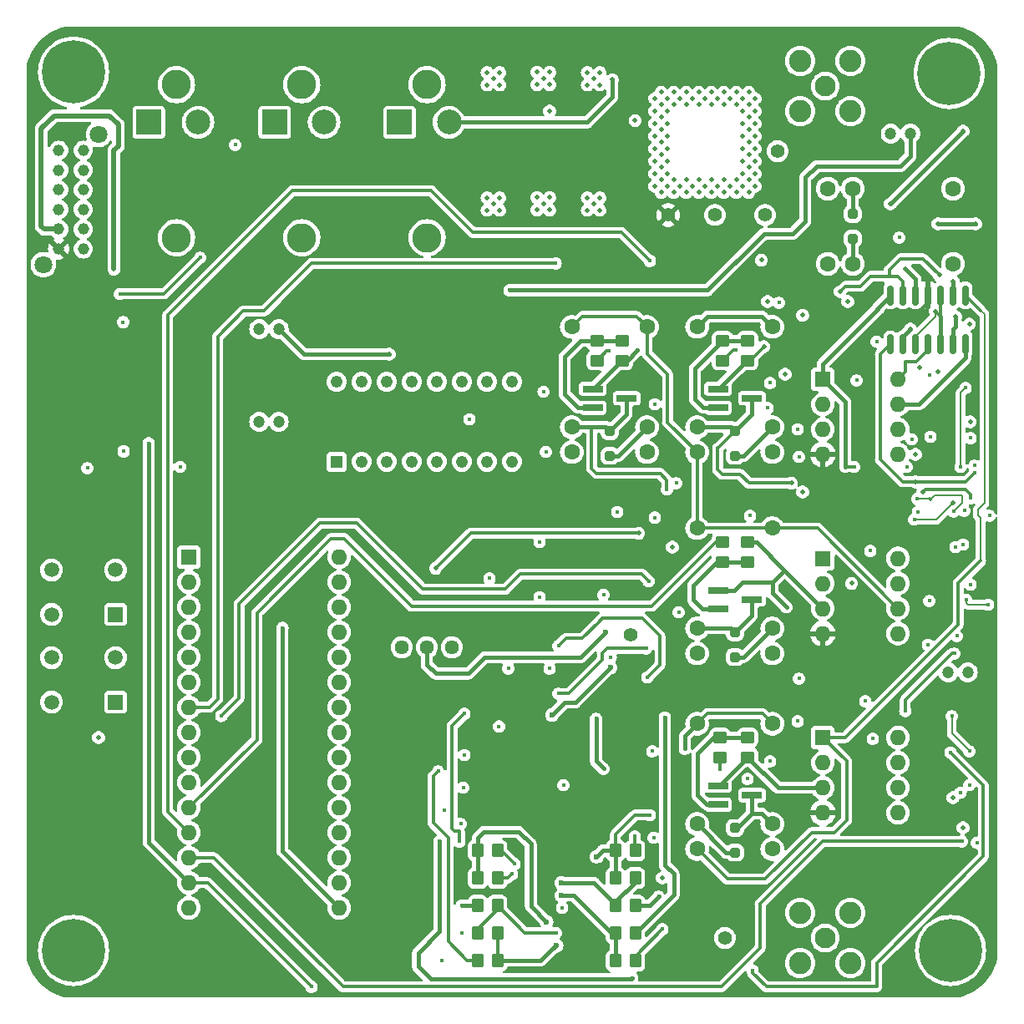
<source format=gbl>
G04 #@! TF.GenerationSoftware,KiCad,Pcbnew,7.0.7*
G04 #@! TF.CreationDate,2023-10-18T16:13:19+03:00*
G04 #@! TF.ProjectId,pcb,7063622e-6b69-4636-9164-5f7063625858,rev?*
G04 #@! TF.SameCoordinates,Original*
G04 #@! TF.FileFunction,Copper,L4,Bot*
G04 #@! TF.FilePolarity,Positive*
%FSLAX46Y46*%
G04 Gerber Fmt 4.6, Leading zero omitted, Abs format (unit mm)*
G04 Created by KiCad (PCBNEW 7.0.7) date 2023-10-18 16:13:19*
%MOMM*%
%LPD*%
G01*
G04 APERTURE LIST*
G04 Aperture macros list*
%AMRoundRect*
0 Rectangle with rounded corners*
0 $1 Rounding radius*
0 $2 $3 $4 $5 $6 $7 $8 $9 X,Y pos of 4 corners*
0 Add a 4 corners polygon primitive as box body*
4,1,4,$2,$3,$4,$5,$6,$7,$8,$9,$2,$3,0*
0 Add four circle primitives for the rounded corners*
1,1,$1+$1,$2,$3*
1,1,$1+$1,$4,$5*
1,1,$1+$1,$6,$7*
1,1,$1+$1,$8,$9*
0 Add four rect primitives between the rounded corners*
20,1,$1+$1,$2,$3,$4,$5,0*
20,1,$1+$1,$4,$5,$6,$7,0*
20,1,$1+$1,$6,$7,$8,$9,0*
20,1,$1+$1,$8,$9,$2,$3,0*%
G04 Aperture macros list end*
G04 #@! TA.AperFunction,ComponentPad*
%ADD10C,1.800000*%
G04 #@! TD*
G04 #@! TA.AperFunction,ComponentPad*
%ADD11C,1.150000*%
G04 #@! TD*
G04 #@! TA.AperFunction,ComponentPad*
%ADD12R,2.500000X2.500000*%
G04 #@! TD*
G04 #@! TA.AperFunction,ComponentPad*
%ADD13C,2.500000*%
G04 #@! TD*
G04 #@! TA.AperFunction,ComponentPad*
%ADD14C,1.600000*%
G04 #@! TD*
G04 #@! TA.AperFunction,ComponentPad*
%ADD15R,1.600000X1.600000*%
G04 #@! TD*
G04 #@! TA.AperFunction,ComponentPad*
%ADD16O,1.600000X1.600000*%
G04 #@! TD*
G04 #@! TA.AperFunction,ComponentPad*
%ADD17C,1.200000*%
G04 #@! TD*
G04 #@! TA.AperFunction,ComponentPad*
%ADD18R,1.498000X1.498000*%
G04 #@! TD*
G04 #@! TA.AperFunction,ComponentPad*
%ADD19C,1.498000*%
G04 #@! TD*
G04 #@! TA.AperFunction,ComponentPad*
%ADD20C,1.400000*%
G04 #@! TD*
G04 #@! TA.AperFunction,ComponentPad*
%ADD21C,1.440000*%
G04 #@! TD*
G04 #@! TA.AperFunction,ComponentPad*
%ADD22C,2.955000*%
G04 #@! TD*
G04 #@! TA.AperFunction,ComponentPad*
%ADD23C,2.250000*%
G04 #@! TD*
G04 #@! TA.AperFunction,ComponentPad*
%ADD24C,2.100000*%
G04 #@! TD*
G04 #@! TA.AperFunction,ComponentPad*
%ADD25C,0.800000*%
G04 #@! TD*
G04 #@! TA.AperFunction,ComponentPad*
%ADD26C,6.400000*%
G04 #@! TD*
G04 #@! TA.AperFunction,ComponentPad*
%ADD27R,1.220000X1.220000*%
G04 #@! TD*
G04 #@! TA.AperFunction,ComponentPad*
%ADD28C,1.220000*%
G04 #@! TD*
G04 #@! TA.AperFunction,SMDPad,CuDef*
%ADD29RoundRect,0.250000X0.350000X0.450000X-0.350000X0.450000X-0.350000X-0.450000X0.350000X-0.450000X0*%
G04 #@! TD*
G04 #@! TA.AperFunction,SMDPad,CuDef*
%ADD30RoundRect,0.250000X-0.350000X-0.450000X0.350000X-0.450000X0.350000X0.450000X-0.350000X0.450000X0*%
G04 #@! TD*
G04 #@! TA.AperFunction,SMDPad,CuDef*
%ADD31RoundRect,0.250000X-0.450000X0.350000X-0.450000X-0.350000X0.450000X-0.350000X0.450000X0.350000X0*%
G04 #@! TD*
G04 #@! TA.AperFunction,SMDPad,CuDef*
%ADD32R,2.000000X0.650000*%
G04 #@! TD*
G04 #@! TA.AperFunction,SMDPad,CuDef*
%ADD33RoundRect,0.250000X0.250000X-0.250000X0.250000X0.250000X-0.250000X0.250000X-0.250000X-0.250000X0*%
G04 #@! TD*
G04 #@! TA.AperFunction,SMDPad,CuDef*
%ADD34RoundRect,0.250000X0.450000X-0.350000X0.450000X0.350000X-0.450000X0.350000X-0.450000X-0.350000X0*%
G04 #@! TD*
G04 #@! TA.AperFunction,SMDPad,CuDef*
%ADD35RoundRect,0.250000X-0.250000X0.250000X-0.250000X-0.250000X0.250000X-0.250000X0.250000X0.250000X0*%
G04 #@! TD*
G04 #@! TA.AperFunction,SMDPad,CuDef*
%ADD36RoundRect,0.150000X0.150000X-0.825000X0.150000X0.825000X-0.150000X0.825000X-0.150000X-0.825000X0*%
G04 #@! TD*
G04 #@! TA.AperFunction,ViaPad*
%ADD37C,0.450000*%
G04 #@! TD*
G04 #@! TA.AperFunction,ViaPad*
%ADD38C,0.500000*%
G04 #@! TD*
G04 #@! TA.AperFunction,ViaPad*
%ADD39C,0.600000*%
G04 #@! TD*
G04 #@! TA.AperFunction,Conductor*
%ADD40C,0.500000*%
G04 #@! TD*
G04 #@! TA.AperFunction,Conductor*
%ADD41C,0.400000*%
G04 #@! TD*
G04 #@! TA.AperFunction,Conductor*
%ADD42C,0.300000*%
G04 #@! TD*
G04 #@! TA.AperFunction,Conductor*
%ADD43C,0.200000*%
G04 #@! TD*
G04 APERTURE END LIST*
D10*
X109224302Y-62066352D03*
X103624302Y-75266352D03*
D11*
X105174302Y-73666352D03*
X105174302Y-71666352D03*
X105174302Y-69666352D03*
X105174302Y-67666352D03*
X105174302Y-65666352D03*
X105174302Y-63666352D03*
X107674302Y-73666352D03*
X107674302Y-71666352D03*
X107674302Y-69666352D03*
X107674302Y-67666352D03*
X107674302Y-65666352D03*
X107674302Y-63666352D03*
D12*
X114300000Y-60830000D03*
D13*
X119300000Y-60830000D03*
D12*
X127080000Y-60830000D03*
D13*
X132080000Y-60830000D03*
X144740000Y-60830000D03*
D12*
X139740000Y-60830000D03*
D14*
X183134000Y-67564000D03*
X183134000Y-75184000D03*
X185674000Y-75184000D03*
X185674000Y-67564000D03*
X195834000Y-75184000D03*
X195834000Y-67564000D03*
X169899000Y-134488000D03*
X177519000Y-134488000D03*
X177519000Y-131948000D03*
X169899000Y-131948000D03*
X177519000Y-121788000D03*
X169899000Y-121788000D03*
X157199000Y-94261000D03*
X164819000Y-94261000D03*
X164819000Y-91721000D03*
X157199000Y-91721000D03*
X164819000Y-81561000D03*
X157199000Y-81561000D03*
X169899000Y-114660000D03*
X177519000Y-114660000D03*
X177519000Y-112120000D03*
X169899000Y-112120000D03*
X177519000Y-101960000D03*
X169899000Y-101960000D03*
X169899000Y-94261000D03*
X177519000Y-94261000D03*
X177519000Y-91721000D03*
X169899000Y-91721000D03*
X177519000Y-81561000D03*
X169899000Y-81561000D03*
D15*
X182636000Y-86878000D03*
D16*
X182636000Y-89418000D03*
X182636000Y-91958000D03*
X182636000Y-94498000D03*
X190256000Y-94498000D03*
X190256000Y-91958000D03*
X190256000Y-89418000D03*
X190256000Y-86878000D03*
D17*
X191516000Y-61976000D03*
X189516000Y-61976000D03*
D18*
X110946000Y-110708000D03*
D19*
X104446000Y-110708000D03*
X110946000Y-106208000D03*
X104446000Y-106208000D03*
D15*
X182636000Y-123200000D03*
D16*
X182636000Y-125740000D03*
X182636000Y-128280000D03*
X182636000Y-130820000D03*
X190256000Y-130820000D03*
X190256000Y-128280000D03*
X190256000Y-125740000D03*
X190256000Y-123200000D03*
D20*
X171704000Y-70231000D03*
D18*
X110946000Y-119598000D03*
D19*
X104446000Y-119598000D03*
X110946000Y-115098000D03*
X104446000Y-115098000D03*
D21*
X145034000Y-114046000D03*
X142494000Y-114046000D03*
X139954000Y-114046000D03*
D22*
X129825000Y-57020000D03*
X129825000Y-72520000D03*
X142525000Y-57020000D03*
X142525000Y-72520000D03*
D20*
X176784000Y-70231000D03*
X172720000Y-143510000D03*
D23*
X185430000Y-140960000D03*
X185430000Y-146060000D03*
X180330000Y-146060000D03*
X180330000Y-140960000D03*
D24*
X182880000Y-143510000D03*
D25*
X193040000Y-55880000D03*
X193742944Y-54182944D03*
X193742944Y-57577056D03*
X195440000Y-53480000D03*
D26*
X195440000Y-55880000D03*
D25*
X195440000Y-58280000D03*
X197137056Y-54182944D03*
X197137056Y-57577056D03*
X197840000Y-55880000D03*
D17*
X125492000Y-91186000D03*
X127492000Y-91186000D03*
X195342000Y-116586000D03*
X197342000Y-116586000D03*
D15*
X118374000Y-104902000D03*
D16*
X118374000Y-107442000D03*
X118374000Y-109982000D03*
X118374000Y-112522000D03*
X118374000Y-115062000D03*
X118374000Y-117602000D03*
X118374000Y-120142000D03*
X118374000Y-122682000D03*
X118374000Y-125222000D03*
X118374000Y-127762000D03*
X118374000Y-130302000D03*
X118374000Y-132842000D03*
X118374000Y-135382000D03*
X118374000Y-137922000D03*
X118374000Y-140462000D03*
X133614000Y-140462000D03*
X133614000Y-137922000D03*
X133614000Y-135382000D03*
X133614000Y-132842000D03*
X133614000Y-130302000D03*
X133614000Y-127762000D03*
X133614000Y-125222000D03*
X133614000Y-122682000D03*
X133614000Y-120142000D03*
X133614000Y-117602000D03*
X133614000Y-115062000D03*
X133614000Y-112522000D03*
X133614000Y-109982000D03*
X133614000Y-107442000D03*
X133614000Y-104902000D03*
D24*
X182890000Y-57160000D03*
D23*
X185440000Y-59710000D03*
X185440000Y-54610000D03*
X180340000Y-54610000D03*
X180340000Y-59710000D03*
D25*
X104280000Y-144780000D03*
X104982944Y-143082944D03*
X104982944Y-146477056D03*
X106680000Y-142380000D03*
D26*
X106680000Y-144780000D03*
D25*
X106680000Y-147180000D03*
X108377056Y-143082944D03*
X108377056Y-146477056D03*
X109080000Y-144780000D03*
X104280000Y-55740000D03*
X104982944Y-54042944D03*
X104982944Y-57437056D03*
X106680000Y-53340000D03*
D26*
X106680000Y-55740000D03*
D25*
X106680000Y-58140000D03*
X108377056Y-54042944D03*
X108377056Y-57437056D03*
X109080000Y-55740000D03*
D20*
X178054000Y-63754000D03*
D22*
X117125000Y-57020000D03*
X117125000Y-72520000D03*
D15*
X182636000Y-105039000D03*
D16*
X182636000Y-107579000D03*
X182636000Y-110119000D03*
X182636000Y-112659000D03*
X190256000Y-112659000D03*
X190256000Y-110119000D03*
X190256000Y-107579000D03*
X190256000Y-105039000D03*
D20*
X166958000Y-70231000D03*
X163164000Y-112792000D03*
D27*
X133350000Y-95236000D03*
D28*
X133350000Y-87136000D03*
X135890000Y-95236000D03*
X135890000Y-87136000D03*
X138430000Y-95236000D03*
X138430000Y-87136000D03*
X140970000Y-95236000D03*
X140970000Y-87136000D03*
X143510000Y-95236000D03*
X143510000Y-87136000D03*
X146050000Y-95236000D03*
X146050000Y-87136000D03*
X148590000Y-95236000D03*
X148590000Y-87136000D03*
X151130000Y-95236000D03*
X151130000Y-87136000D03*
D25*
X193180000Y-144780000D03*
X193882944Y-143082944D03*
X193882944Y-146477056D03*
X195580000Y-142380000D03*
D26*
X195580000Y-144780000D03*
D25*
X195580000Y-147180000D03*
X197277056Y-143082944D03*
X197277056Y-146477056D03*
X197980000Y-144780000D03*
D17*
X125492000Y-81788000D03*
X127492000Y-81788000D03*
D29*
X149655000Y-145812000D03*
X147655000Y-145812000D03*
D30*
X161625048Y-134636000D03*
X163625048Y-134636000D03*
D29*
X163625048Y-140224000D03*
X161625048Y-140224000D03*
X149655000Y-134636000D03*
X147655000Y-134636000D03*
D31*
X159766000Y-82979000D03*
X159766000Y-84979000D03*
X172466000Y-82979000D03*
X172466000Y-84979000D03*
D32*
X175446000Y-129032000D03*
X172026000Y-129982000D03*
X172026000Y-128082000D03*
D33*
X173736000Y-115026000D03*
X173736000Y-112526000D03*
D32*
X175446000Y-88805000D03*
X172026000Y-89755000D03*
X172026000Y-87855000D03*
X175446000Y-109204000D03*
X172026000Y-110154000D03*
X172026000Y-108254000D03*
D34*
X175006000Y-84979000D03*
X175006000Y-82979000D03*
D29*
X163625048Y-145812000D03*
X161625048Y-145812000D03*
D30*
X161625048Y-137430000D03*
X163625048Y-137430000D03*
D35*
X185674000Y-70124000D03*
X185674000Y-72624000D03*
D33*
X173736000Y-134854000D03*
X173736000Y-132354000D03*
D34*
X162306000Y-84979000D03*
X162306000Y-82979000D03*
X172466000Y-105378000D03*
X172466000Y-103378000D03*
D36*
X197104000Y-83312000D03*
X195834000Y-83312000D03*
X194564000Y-83312000D03*
X193294000Y-83312000D03*
X192024000Y-83312000D03*
X190754000Y-83312000D03*
X189484000Y-83312000D03*
X189484000Y-78362000D03*
X190754000Y-78362000D03*
X192024000Y-78362000D03*
X193294000Y-78362000D03*
X194564000Y-78362000D03*
X195834000Y-78362000D03*
X197104000Y-78362000D03*
D31*
X172212000Y-123206000D03*
X172212000Y-125206000D03*
D29*
X149655000Y-137430000D03*
X147655000Y-137430000D03*
D33*
X173736000Y-94627000D03*
X173736000Y-92127000D03*
D31*
X175006000Y-103378000D03*
X175006000Y-105378000D03*
D29*
X149655000Y-143018000D03*
X147655000Y-143018000D03*
D30*
X147655000Y-140224000D03*
X149655000Y-140224000D03*
D34*
X175006000Y-125190000D03*
X175006000Y-123190000D03*
D33*
X161036000Y-94627000D03*
X161036000Y-92127000D03*
D29*
X163625048Y-143018000D03*
X161625048Y-143018000D03*
D32*
X162746000Y-88805000D03*
X159326000Y-89755000D03*
X159326000Y-87855000D03*
D37*
X110780000Y-75730000D03*
X161798000Y-100330000D03*
X175260000Y-100711000D03*
X190373000Y-72517000D03*
X188087000Y-83058000D03*
X178181000Y-79121000D03*
X186055000Y-86995000D03*
X165608000Y-89408000D03*
X177038000Y-89789000D03*
X148844000Y-107061000D03*
X160401000Y-108712000D03*
X168021000Y-110490000D03*
X178943000Y-109982000D03*
X187706000Y-123317000D03*
X186944000Y-119507000D03*
X180086000Y-121539000D03*
X180213000Y-117221000D03*
X180086000Y-91948000D03*
X177292000Y-87249000D03*
X146812000Y-90932000D03*
X154559000Y-94234000D03*
X163830000Y-83947000D03*
X167767000Y-97409000D03*
X177292000Y-125603000D03*
X175006000Y-127381000D03*
X187452000Y-104267000D03*
X191643000Y-92964000D03*
D38*
X192024000Y-94488000D03*
D37*
X180213000Y-94742000D03*
X150749000Y-116205000D03*
D38*
X109220000Y-123190000D03*
X192307321Y-91200686D03*
D37*
X199136000Y-77343000D03*
D38*
X192151000Y-80264000D03*
D37*
X196850000Y-86360000D03*
D38*
X156210000Y-117856000D03*
X104648000Y-123190000D03*
D37*
X156337000Y-128016000D03*
D38*
X168783000Y-67945000D03*
X175768000Y-63500000D03*
D37*
X146304000Y-124968000D03*
D38*
X158765000Y-57049000D03*
X166243000Y-59055000D03*
D37*
X193294000Y-113792000D03*
D38*
X172593000Y-59055000D03*
X196850000Y-132334000D03*
X158765000Y-55779000D03*
X174498000Y-58420000D03*
X170053000Y-67945000D03*
X171323000Y-66675000D03*
D37*
X153924000Y-103378000D03*
D38*
X172593000Y-66675000D03*
X175133000Y-66675000D03*
X175768000Y-62230000D03*
X166878000Y-64770000D03*
X176403000Y-74803000D03*
X149875000Y-57049000D03*
X172593000Y-67945000D03*
X174498000Y-66040000D03*
X149240000Y-56414000D03*
X166878000Y-59690000D03*
X154940000Y-55753000D03*
X174498000Y-59690000D03*
X170053000Y-66675000D03*
X175133000Y-67945000D03*
X166243000Y-61595000D03*
X148605000Y-57049000D03*
X172593000Y-57785000D03*
X175768000Y-64770000D03*
X166878000Y-66040000D03*
X165608000Y-67310000D03*
X166243000Y-57785000D03*
X175768000Y-60960000D03*
X167513000Y-57785000D03*
X168148000Y-67310000D03*
X171323000Y-59055000D03*
X149875000Y-55779000D03*
X159400000Y-56414000D03*
X170053000Y-57785000D03*
X166243000Y-64135000D03*
X171958000Y-67310000D03*
X171323000Y-57785000D03*
X166878000Y-60960000D03*
X166243000Y-60325000D03*
X173863000Y-67945000D03*
X173863000Y-57785000D03*
X165608000Y-63500000D03*
X168148000Y-58420000D03*
X167513000Y-66675000D03*
X166878000Y-58420000D03*
X174498000Y-63500000D03*
X165608000Y-62230000D03*
X175133000Y-57785000D03*
X165608000Y-60960000D03*
X167513000Y-59055000D03*
X154940000Y-57023000D03*
D37*
X146050000Y-140208000D03*
X154940000Y-116205000D03*
D38*
X166878000Y-63500000D03*
X168783000Y-57785000D03*
X170053000Y-59055000D03*
D37*
X153924000Y-108966000D03*
D38*
X166878000Y-67310000D03*
X148605000Y-55779000D03*
D37*
X196850000Y-103632000D03*
D38*
X153670000Y-57023000D03*
X160035000Y-55779000D03*
X175133000Y-62865000D03*
X194056000Y-80010000D03*
X175133000Y-60325000D03*
X169418000Y-67310000D03*
X175768000Y-67310000D03*
X175768000Y-66040000D03*
X175768000Y-59690000D03*
X173863000Y-59055000D03*
X175133000Y-65405000D03*
X166243000Y-66675000D03*
X170688000Y-67310000D03*
X174498000Y-67310000D03*
X173228000Y-67310000D03*
X169418000Y-58420000D03*
X166243000Y-65405000D03*
X174498000Y-64770000D03*
X173863000Y-66675000D03*
X175133000Y-61595000D03*
X167513000Y-67945000D03*
X154305000Y-56388000D03*
X171958000Y-58420000D03*
X174498000Y-60960000D03*
D37*
X165989000Y-139319000D03*
D38*
X191008000Y-75692000D03*
X176657000Y-83566000D03*
X166878000Y-62230000D03*
X166243000Y-67945000D03*
X165608000Y-59690000D03*
X173228000Y-58420000D03*
X165608000Y-58420000D03*
X168783000Y-59055000D03*
X175133000Y-64135000D03*
X175133000Y-59055000D03*
X174498000Y-62230000D03*
X175768000Y-58420000D03*
X165608000Y-66040000D03*
X168783000Y-66675000D03*
D37*
X156210000Y-140462000D03*
D38*
X170688000Y-58420000D03*
X166243000Y-62865000D03*
X197574744Y-91181498D03*
X171323000Y-67945000D03*
X153670000Y-55753000D03*
X160035000Y-57049000D03*
D37*
X165354000Y-124587000D03*
D38*
X165608000Y-64770000D03*
D37*
X155549600Y-75133200D03*
X121666000Y-121005600D03*
X164998400Y-107340400D03*
X172212000Y-126390400D03*
X149809200Y-122072400D03*
X160985200Y-84023200D03*
X154330400Y-88138000D03*
X165100000Y-74879200D03*
X173786800Y-83921600D03*
X196977000Y-100203000D03*
X111709200Y-81076800D03*
X199517000Y-100711000D03*
X196723000Y-133731000D03*
X197154800Y-109220000D03*
X199390000Y-109728000D03*
X130810000Y-148463000D03*
X114300000Y-93370400D03*
X197993000Y-95631000D03*
X111760000Y-94183200D03*
X197485000Y-128016000D03*
X127863600Y-112064800D03*
X198247000Y-133858000D03*
D38*
X195834000Y-129286000D03*
X166370000Y-137414000D03*
X194310000Y-86106000D03*
D37*
X150876000Y-77851000D03*
D38*
X192405000Y-85725000D03*
X194310000Y-71120000D03*
X197485000Y-81280000D03*
X198120000Y-71120000D03*
X177038000Y-78994000D03*
D37*
X193548000Y-92710000D03*
X193421000Y-86487000D03*
X192278000Y-100330000D03*
D38*
X185547000Y-107569000D03*
X191516000Y-81788000D03*
X138684000Y-84328000D03*
D37*
X164719000Y-114173000D03*
X155829000Y-118745000D03*
D38*
X161290000Y-56515000D03*
X154940000Y-68453000D03*
X158765000Y-69749000D03*
X148605000Y-68479000D03*
X149240000Y-69114000D03*
X154940000Y-69723000D03*
X160035000Y-68479000D03*
X154305000Y-69088000D03*
X159400000Y-69114000D03*
X153670000Y-68453000D03*
X158765000Y-68479000D03*
X149875000Y-68479000D03*
X153670000Y-69723000D03*
X149875000Y-69749000D03*
X148605000Y-69749000D03*
X160035000Y-69749000D03*
X163602768Y-60647601D03*
D37*
X197993000Y-96393000D03*
D38*
X192024000Y-97282000D03*
X179451000Y-97409000D03*
D37*
X166827200Y-98044000D03*
D38*
X189484000Y-69088000D03*
X196850000Y-61722000D03*
D37*
X191000000Y-120500000D03*
X195707000Y-121031000D03*
X197485000Y-124587000D03*
X195961000Y-114681000D03*
X117500000Y-95750000D03*
X175514000Y-146812000D03*
X195580000Y-124714000D03*
X108077000Y-95885000D03*
D38*
X188214000Y-79756000D03*
D37*
X185801000Y-95758000D03*
X191135000Y-95758000D03*
D38*
X180594000Y-80391000D03*
X184404000Y-77978000D03*
D37*
X195884800Y-100279200D03*
D38*
X194437000Y-76327000D03*
D37*
X192214500Y-98996500D03*
X196215000Y-112903000D03*
D38*
X185166000Y-78994000D03*
D37*
X197612000Y-107696000D03*
D38*
X178816000Y-86360000D03*
X196088000Y-80518000D03*
X192786000Y-98298000D03*
D37*
X197612000Y-98933000D03*
D39*
X155194000Y-120904000D03*
X161101000Y-116094000D03*
D38*
X143383000Y-106045000D03*
X163957000Y-102489000D03*
D37*
X151384000Y-136017000D03*
X165481000Y-133350000D03*
X146177000Y-128270000D03*
X146050000Y-143002000D03*
D39*
X160593000Y-112538000D03*
D37*
X166370000Y-142621000D03*
X144018000Y-145796000D03*
D38*
X180594000Y-98298000D03*
D37*
X166624000Y-121158000D03*
X151130000Y-137033000D03*
X145923000Y-131953000D03*
D38*
X167386000Y-103886000D03*
D37*
X196596000Y-95758000D03*
X119507000Y-74549000D03*
X123063000Y-63119000D03*
X111379000Y-78232000D03*
X197104000Y-87757000D03*
D38*
X195834000Y-76962000D03*
D37*
X145796000Y-133731000D03*
X146304000Y-120777000D03*
X143764000Y-133731000D03*
X163322000Y-147574000D03*
X163576000Y-133223000D03*
X144272000Y-130556000D03*
X143637000Y-126619000D03*
X155829000Y-113919000D03*
X164846000Y-117094000D03*
X160401000Y-126365000D03*
X159639000Y-121285000D03*
D39*
X154624000Y-141875000D03*
D37*
X155575000Y-143002000D03*
D39*
X156148000Y-139208000D03*
X156148000Y-137938000D03*
D37*
X165608000Y-100888800D03*
X161137600Y-115062000D03*
X191897000Y-101092000D03*
D38*
X195842000Y-99415600D03*
D37*
X196596000Y-128778000D03*
X196088000Y-103886000D03*
X193421000Y-109347000D03*
X197612000Y-92837000D03*
X168656000Y-124333000D03*
D39*
X155640000Y-144288000D03*
D37*
X165100000Y-131064000D03*
D39*
X159704000Y-135271000D03*
D38*
X154940000Y-59690000D03*
D40*
X103696352Y-71666352D02*
X105174302Y-71666352D01*
X110310000Y-60160000D02*
X104730000Y-60160000D01*
X111220000Y-63230000D02*
X111220000Y-61070000D01*
X110780000Y-63670000D02*
X111220000Y-63230000D01*
X103400000Y-71370000D02*
X103696352Y-71666352D01*
X110780000Y-75730000D02*
X110780000Y-63670000D01*
X111220000Y-61070000D02*
X110310000Y-60160000D01*
X104730000Y-60160000D02*
X103400000Y-61490000D01*
X103400000Y-61490000D02*
X103400000Y-71370000D01*
D41*
X177546000Y-108585000D02*
X178943000Y-109982000D01*
X177546000Y-107442000D02*
X177546000Y-108585000D01*
X162798000Y-84979000D02*
X163830000Y-83947000D01*
X162306000Y-84979000D02*
X162798000Y-84979000D01*
X173736000Y-134854000D02*
X172805000Y-134854000D01*
X161036000Y-94627000D02*
X161913000Y-94627000D01*
X172805000Y-134854000D02*
X169899000Y-131948000D01*
X173736000Y-94627000D02*
X174613000Y-94627000D01*
X177519000Y-112120000D02*
X174613000Y-115026000D01*
X174613000Y-94627000D02*
X177519000Y-91721000D01*
X185674000Y-67564000D02*
X185674000Y-70124000D01*
X161913000Y-94627000D02*
X164819000Y-91721000D01*
X174613000Y-115026000D02*
X173736000Y-115026000D01*
D42*
X191008000Y-85090000D02*
X191008000Y-86126000D01*
X191008000Y-86126000D02*
X190256000Y-86878000D01*
X193294000Y-83945045D02*
X192149045Y-85090000D01*
X192149045Y-85090000D02*
X191008000Y-85090000D01*
X193294000Y-83312000D02*
X193294000Y-83945045D01*
X193294000Y-79121000D02*
X192151000Y-80264000D01*
X193294000Y-78362000D02*
X193294000Y-79121000D01*
D41*
X175895000Y-103378000D02*
X175006000Y-103378000D01*
D43*
X192024000Y-82550000D02*
X194056000Y-80518000D01*
D41*
X146066000Y-140224000D02*
X146050000Y-140208000D01*
X172026000Y-128082000D02*
X172114000Y-128082000D01*
X172114000Y-128082000D02*
X175006000Y-125190000D01*
D43*
X192024000Y-83312000D02*
X192024000Y-82550000D01*
D41*
X178752500Y-106235500D02*
X175895000Y-103378000D01*
X173686000Y-108254000D02*
X174498000Y-107442000D01*
X147655000Y-140224000D02*
X146066000Y-140224000D01*
X174902000Y-84979000D02*
X172026000Y-87855000D01*
X174498000Y-107442000D02*
X177546000Y-107442000D01*
X177546000Y-107442000D02*
X178752500Y-106235500D01*
X178096000Y-128280000D02*
X182636000Y-128280000D01*
D43*
X194056000Y-80518000D02*
X194056000Y-80010000D01*
D41*
X162202000Y-84979000D02*
X159326000Y-87855000D01*
X182636000Y-110119000D02*
X178752500Y-106235500D01*
D42*
X194056000Y-80010000D02*
X194564000Y-80518000D01*
D41*
X192024000Y-76708000D02*
X191008000Y-75692000D01*
D42*
X175006000Y-84979000D02*
X175244000Y-84979000D01*
D41*
X175006000Y-84979000D02*
X174902000Y-84979000D01*
X162306000Y-84979000D02*
X162202000Y-84979000D01*
X192024000Y-78362000D02*
X192024000Y-76708000D01*
X194564000Y-83312000D02*
X194564000Y-80518000D01*
X165084000Y-140224000D02*
X165989000Y-139319000D01*
X163625048Y-140224000D02*
X165084000Y-140224000D01*
D42*
X194564000Y-78362000D02*
X194564000Y-80518000D01*
X175244000Y-84979000D02*
X176657000Y-83566000D01*
D41*
X172026000Y-108254000D02*
X173686000Y-108254000D01*
X175006000Y-125190000D02*
X178096000Y-128280000D01*
D42*
X130803297Y-75133200D02*
X125977297Y-79959200D01*
X125977297Y-79959200D02*
X123901200Y-79959200D01*
X121310400Y-82550000D02*
X121310400Y-119278400D01*
X155549600Y-75133200D02*
X130803297Y-75133200D01*
X123901200Y-79959200D02*
X121310400Y-82550000D01*
X120446800Y-120142000D02*
X118374000Y-120142000D01*
X121310400Y-119278400D02*
X120446800Y-120142000D01*
X123444000Y-117449600D02*
X123444000Y-109677200D01*
X135382000Y-101447600D02*
X142087600Y-108153200D01*
X151993600Y-106629200D02*
X164287200Y-106629200D01*
X123444000Y-109677200D02*
X131673600Y-101447600D01*
X121666000Y-121005600D02*
X123444000Y-119227600D01*
X123444000Y-119227600D02*
X123444000Y-117449600D01*
X142087600Y-108153200D02*
X150469600Y-108153200D01*
X164287200Y-106629200D02*
X164998400Y-107340400D01*
X131673600Y-101447600D02*
X135382000Y-101447600D01*
X150469600Y-108153200D02*
X151993600Y-106629200D01*
X172212000Y-126390400D02*
X172212000Y-125206000D01*
X160985200Y-84023200D02*
X160721800Y-84023200D01*
X160721800Y-84023200D02*
X159766000Y-84979000D01*
X134112000Y-103022400D02*
X140970000Y-109880400D01*
X118374000Y-130302000D02*
X125272800Y-123403200D01*
X171805600Y-103378000D02*
X172466000Y-103378000D01*
X132791200Y-103022400D02*
X134112000Y-103022400D01*
X165303200Y-109880400D02*
X171805600Y-103378000D01*
X125272800Y-110540800D02*
X132791200Y-103022400D01*
X125272800Y-123403200D02*
X125272800Y-110540800D01*
X140970000Y-109880400D02*
X165303200Y-109880400D01*
X142951200Y-67767200D02*
X147167600Y-71983600D01*
X128828800Y-67767200D02*
X142951200Y-67767200D01*
X162204400Y-71983600D02*
X165100000Y-74879200D01*
X116230400Y-130698400D02*
X116230400Y-80365600D01*
X173523400Y-83921600D02*
X172466000Y-84979000D01*
X173786800Y-83921600D02*
X173523400Y-83921600D01*
X116230400Y-80365600D02*
X128828800Y-67767200D01*
X118374000Y-132842000D02*
X116230400Y-130698400D01*
X147167600Y-71983600D02*
X162204400Y-71983600D01*
D43*
X197154800Y-109524800D02*
X197154800Y-109220000D01*
D42*
X118374000Y-135382000D02*
X120904000Y-135382000D01*
D43*
X197358000Y-109728000D02*
X197154800Y-109524800D01*
D42*
X176276000Y-144526000D02*
X176276000Y-140081000D01*
D43*
X197358000Y-109728000D02*
X199390000Y-109728000D01*
D42*
X182626000Y-133731000D02*
X196723000Y-133731000D01*
X172339000Y-148463000D02*
X176276000Y-144526000D01*
X133985000Y-148463000D02*
X172339000Y-148463000D01*
X120904000Y-135382000D02*
X133985000Y-148463000D01*
X176276000Y-140081000D02*
X182626000Y-133731000D01*
D41*
X114300000Y-93370400D02*
X114300000Y-133848000D01*
X114300000Y-133848000D02*
X118374000Y-137922000D01*
D42*
X120269000Y-137922000D02*
X130810000Y-148463000D01*
X118374000Y-137922000D02*
X120269000Y-137922000D01*
D41*
X133614000Y-140462000D02*
X127863600Y-134711600D01*
X127863600Y-134711600D02*
X127863600Y-112064800D01*
X179578000Y-72136000D02*
X180848000Y-70866000D01*
X181991000Y-65278000D02*
X190500000Y-65278000D01*
X180848000Y-70866000D02*
X180848000Y-66421000D01*
X176657000Y-72136000D02*
X179578000Y-72136000D01*
X191516000Y-64262000D02*
X191516000Y-61976000D01*
X150876000Y-77851000D02*
X170942000Y-77851000D01*
X170942000Y-77851000D02*
X176657000Y-72136000D01*
X180848000Y-66421000D02*
X181991000Y-65278000D01*
X190500000Y-65278000D02*
X191516000Y-64262000D01*
X194310000Y-71120000D02*
X198120000Y-71120000D01*
X191516000Y-81788000D02*
X190754000Y-82550000D01*
X190754000Y-82550000D02*
X190754000Y-83312000D01*
X130032000Y-84328000D02*
X127492000Y-81788000D01*
X138684000Y-84328000D02*
X130032000Y-84328000D01*
D42*
X160274000Y-114661600D02*
X160762600Y-114173000D01*
X160274000Y-115316000D02*
X160274000Y-114661600D01*
X156845000Y-118745000D02*
X160274000Y-115316000D01*
X160762600Y-114173000D02*
X164719000Y-114173000D01*
X155829000Y-118745000D02*
X156845000Y-118745000D01*
D41*
X158753000Y-60830000D02*
X144740000Y-60830000D01*
X161290000Y-58293000D02*
X158753000Y-60830000D01*
X161290000Y-56515000D02*
X161290000Y-58293000D01*
D42*
X189738000Y-96266000D02*
X190754000Y-97282000D01*
X188468000Y-84328000D02*
X188468000Y-94996000D01*
X189484000Y-83312000D02*
X189106000Y-83690000D01*
X197104000Y-97282000D02*
X192024000Y-97282000D01*
X197993000Y-96393000D02*
X197104000Y-97282000D01*
X188468000Y-94996000D02*
X189738000Y-96266000D01*
X189106000Y-83690000D02*
X188468000Y-84328000D01*
X190754000Y-97282000D02*
X192024000Y-97282000D01*
X179451000Y-97409000D02*
X175169472Y-97409000D01*
D41*
X173736000Y-92127000D02*
X173330000Y-91721000D01*
D42*
X175169472Y-97409000D02*
X174280472Y-96520000D01*
D41*
X173330000Y-91721000D02*
X169899000Y-91721000D01*
D42*
X174280472Y-96520000D02*
X172466000Y-96520000D01*
D41*
X175446000Y-90417000D02*
X173736000Y-92127000D01*
D42*
X172466000Y-96520000D02*
X171958000Y-96012000D01*
D41*
X175446000Y-88805000D02*
X175446000Y-90417000D01*
D42*
X171958000Y-93853000D02*
X172010000Y-93853000D01*
X172010000Y-93853000D02*
X173736000Y-92127000D01*
X171958000Y-96012000D02*
X171958000Y-93853000D01*
D41*
X173330000Y-112120000D02*
X173736000Y-112526000D01*
X169899000Y-112120000D02*
X173330000Y-112120000D01*
X175446000Y-110816000D02*
X173736000Y-112526000D01*
X175446000Y-109204000D02*
X175446000Y-110816000D01*
X175446000Y-130878000D02*
X175446000Y-129032000D01*
X177519000Y-131948000D02*
X176449000Y-130878000D01*
X173736000Y-132354000D02*
X173970000Y-132354000D01*
X176449000Y-130878000D02*
X175446000Y-130878000D01*
X173970000Y-132354000D02*
X175446000Y-130878000D01*
X159207200Y-91721000D02*
X157199000Y-91721000D01*
D42*
X159207200Y-95910400D02*
X159207200Y-91721000D01*
X166827200Y-97078800D02*
X166166800Y-96418400D01*
D41*
X162746000Y-88805000D02*
X162746000Y-90417000D01*
X162746000Y-90417000D02*
X161036000Y-92127000D01*
X160630000Y-91721000D02*
X159207200Y-91721000D01*
D42*
X166166800Y-96418400D02*
X159715200Y-96418400D01*
X159715200Y-96418400D02*
X159207200Y-95910400D01*
X166827200Y-98044000D02*
X166827200Y-97078800D01*
D41*
X161036000Y-92127000D02*
X160630000Y-91721000D01*
X189484000Y-69088000D02*
X196850000Y-61722000D01*
X185674000Y-75184000D02*
X185674000Y-72624000D01*
D42*
X195961000Y-114681000D02*
X195707000Y-114681000D01*
D43*
X195707000Y-122809000D02*
X197485000Y-124587000D01*
X195707000Y-121031000D02*
X195707000Y-122809000D01*
D42*
X195707000Y-114681000D02*
X191000000Y-119388000D01*
X191000000Y-119388000D02*
X191000000Y-120500000D01*
X175514000Y-147066000D02*
X175514000Y-146812000D01*
X195580000Y-124714000D02*
X198882000Y-128016000D01*
X176911000Y-148463000D02*
X175514000Y-147066000D01*
X198882000Y-128016000D02*
X198882000Y-135255000D01*
X198882000Y-135255000D02*
X188087000Y-146050000D01*
X188087000Y-146050000D02*
X188087000Y-148463000D01*
X188087000Y-148463000D02*
X176911000Y-148463000D01*
D41*
X182636000Y-86878000D02*
X184912000Y-89154000D01*
D42*
X185801000Y-95758000D02*
X184912000Y-95758000D01*
D41*
X184912000Y-89154000D02*
X184912000Y-95758000D01*
X182636000Y-86878000D02*
X182636000Y-85334000D01*
X188214000Y-79756000D02*
X188214000Y-79632000D01*
X182636000Y-85334000D02*
X188214000Y-79756000D01*
X188214000Y-79632000D02*
X189484000Y-78362000D01*
D43*
X193548000Y-99060000D02*
X193954400Y-98653600D01*
D42*
X195903296Y-100279200D02*
X195884800Y-100279200D01*
D43*
X196748400Y-99434096D02*
X195903296Y-100279200D01*
D42*
X190754000Y-76962000D02*
X190246000Y-76454000D01*
X189357000Y-76454000D02*
X187452000Y-76454000D01*
X190246000Y-76454000D02*
X189357000Y-76454000D01*
X187452000Y-76454000D02*
X186436000Y-77470000D01*
X190754000Y-78362000D02*
X190754000Y-76962000D01*
D43*
X193954400Y-98653600D02*
X196748400Y-98653600D01*
D42*
X194437000Y-76327000D02*
X192786000Y-74676000D01*
X190500000Y-74676000D02*
X189357000Y-75819000D01*
D43*
X192214500Y-98996500D02*
X193484500Y-98996500D01*
D42*
X192786000Y-74676000D02*
X190500000Y-74676000D01*
X186436000Y-77470000D02*
X184912000Y-77470000D01*
D43*
X196748400Y-98653600D02*
X196748400Y-99434096D01*
D42*
X184912000Y-77470000D02*
X184404000Y-77978000D01*
X193484500Y-98996500D02*
X193548000Y-99060000D01*
D41*
X190754000Y-78362000D02*
X190754000Y-77802815D01*
D42*
X189357000Y-75819000D02*
X189357000Y-76454000D01*
D41*
X192395000Y-89418000D02*
X190256000Y-89418000D01*
X197104000Y-84709000D02*
X192395000Y-89418000D01*
X197104000Y-83312000D02*
X197104000Y-84709000D01*
X195834000Y-83312000D02*
X195834000Y-81788000D01*
X196088000Y-81534000D02*
X196088000Y-80518000D01*
D42*
X197104000Y-98044000D02*
X193040000Y-98044000D01*
D41*
X195834000Y-81788000D02*
X196088000Y-81534000D01*
D42*
X193040000Y-98044000D02*
X192786000Y-98298000D01*
X197612000Y-98933000D02*
X197612000Y-98552000D01*
X197612000Y-98552000D02*
X197104000Y-98044000D01*
D41*
X156448000Y-119650000D02*
X157545000Y-119650000D01*
X155194000Y-120904000D02*
X156448000Y-119650000D01*
X157545000Y-119650000D02*
X161101000Y-116094000D01*
D42*
X164819000Y-81561000D02*
X163776000Y-80518000D01*
X158242000Y-80518000D02*
X157199000Y-81561000D01*
X166878000Y-91240000D02*
X166878000Y-86360000D01*
X163776000Y-80518000D02*
X158242000Y-80518000D01*
X146939000Y-102489000D02*
X143383000Y-106045000D01*
X190256000Y-110119000D02*
X182097000Y-101960000D01*
X163957000Y-102489000D02*
X146939000Y-102489000D01*
X169899000Y-101960000D02*
X169899000Y-94261000D01*
X177519000Y-101960000D02*
X169899000Y-101960000D01*
X164819000Y-84301000D02*
X164819000Y-81561000D01*
X182097000Y-101960000D02*
X177519000Y-101960000D01*
X169899000Y-94261000D02*
X166878000Y-91240000D01*
X166878000Y-86360000D02*
X164819000Y-84301000D01*
D41*
X148336000Y-115078000D02*
X146701000Y-116713000D01*
D42*
X163625048Y-145812000D02*
X163625048Y-145365952D01*
D41*
X158053000Y-115078000D02*
X148336000Y-115078000D01*
D42*
X163625048Y-145365952D02*
X166370000Y-142621000D01*
X150003000Y-134636000D02*
X151384000Y-136017000D01*
D41*
X142494000Y-115824000D02*
X142494000Y-114046000D01*
X160593000Y-112538000D02*
X158053000Y-115078000D01*
X143383000Y-116713000D02*
X142494000Y-115824000D01*
X146701000Y-116713000D02*
X143383000Y-116713000D01*
D42*
X149655000Y-134636000D02*
X150003000Y-134636000D01*
D41*
X176476000Y-80518000D02*
X170942000Y-80518000D01*
X177519000Y-81561000D02*
X176476000Y-80518000D01*
X170942000Y-80518000D02*
X169899000Y-81561000D01*
X166624000Y-136144000D02*
X167513000Y-137033000D01*
X167513000Y-139130048D02*
X163625048Y-143018000D01*
X166624000Y-121158000D02*
X166624000Y-136144000D01*
X167513000Y-137033000D02*
X167513000Y-139130048D01*
D42*
X150733000Y-137430000D02*
X151130000Y-137033000D01*
X149655000Y-137430000D02*
X150733000Y-137430000D01*
D43*
X199009000Y-80267000D02*
X198628000Y-79886000D01*
X199009000Y-99441000D02*
X199009000Y-80267000D01*
X198628000Y-100965000D02*
X198374000Y-100711000D01*
D42*
X181483000Y-132842000D02*
X183769000Y-132842000D01*
X198628000Y-105283000D02*
X196342000Y-107569000D01*
X196342000Y-107569000D02*
X196342000Y-111760000D01*
X185039000Y-131572000D02*
X185039000Y-125603000D01*
D43*
X198374000Y-100076000D02*
X199009000Y-99441000D01*
D42*
X176784000Y-137541000D02*
X181483000Y-132842000D01*
X184902000Y-123200000D02*
X182636000Y-123200000D01*
D43*
X198628000Y-105283000D02*
X198628000Y-100965000D01*
D42*
X196342000Y-111760000D02*
X184902000Y-123200000D01*
D43*
X198374000Y-100711000D02*
X198374000Y-100076000D01*
D42*
X183769000Y-132842000D02*
X185039000Y-131572000D01*
X197104000Y-78362000D02*
X198628000Y-79886000D01*
X185039000Y-125603000D02*
X182636000Y-123200000D01*
X169899000Y-134488000D02*
X172952000Y-137541000D01*
X172952000Y-137541000D02*
X176784000Y-137541000D01*
X115824000Y-78232000D02*
X111379000Y-78232000D01*
D43*
X196596000Y-88265000D02*
X197104000Y-87757000D01*
D42*
X119507000Y-74549000D02*
X115824000Y-78232000D01*
D43*
X196596000Y-95758000D02*
X196596000Y-88265000D01*
D41*
X170527000Y-89755000D02*
X172026000Y-89755000D01*
X169672000Y-85773000D02*
X169672000Y-88900000D01*
X169672000Y-88900000D02*
X170527000Y-89755000D01*
X172466000Y-82979000D02*
X169672000Y-85773000D01*
X172466000Y-82979000D02*
X175006000Y-82979000D01*
X169500000Y-109250000D02*
X170404000Y-110154000D01*
X172466000Y-105378000D02*
X175006000Y-105378000D01*
X170404000Y-110154000D02*
X172026000Y-110154000D01*
X169500000Y-107750000D02*
X169500000Y-109250000D01*
X172466000Y-105378000D02*
X171872000Y-105378000D01*
X171872000Y-105378000D02*
X169500000Y-107750000D01*
X158067000Y-82979000D02*
X159766000Y-82979000D01*
X159326000Y-89755000D02*
X157827000Y-89755000D01*
X156464000Y-84582000D02*
X158067000Y-82979000D01*
X162306000Y-82979000D02*
X159766000Y-82979000D01*
X156464000Y-88392000D02*
X156464000Y-84582000D01*
X157827000Y-89755000D02*
X156464000Y-88392000D01*
X171561000Y-123206000D02*
X172212000Y-123206000D01*
X169926000Y-124841000D02*
X171561000Y-123206000D01*
X175006000Y-123190000D02*
X172228000Y-123190000D01*
X172026000Y-129982000D02*
X170876000Y-129982000D01*
X172228000Y-123190000D02*
X172212000Y-123206000D01*
X169926000Y-129032000D02*
X169926000Y-124841000D01*
X170876000Y-129982000D02*
X169926000Y-129032000D01*
X195834000Y-78362000D02*
X195834000Y-76962000D01*
D42*
X145034000Y-132461000D02*
X145034000Y-122047000D01*
X145288000Y-132715000D02*
X145034000Y-132461000D01*
X145796000Y-133731000D02*
X145796000Y-132735000D01*
X145776000Y-132715000D02*
X145288000Y-132715000D01*
X145034000Y-122047000D02*
X146304000Y-120777000D01*
D41*
X163195000Y-147701000D02*
X163322000Y-147574000D01*
X143764000Y-142875000D02*
X141605000Y-145034000D01*
X141605000Y-145034000D02*
X141605000Y-146431000D01*
X141605000Y-146431000D02*
X142875000Y-147701000D01*
X143764000Y-133731000D02*
X143764000Y-142875000D01*
X142875000Y-147701000D02*
X163195000Y-147701000D01*
D42*
X163576000Y-133223000D02*
X163576000Y-134586952D01*
X163576000Y-134586952D02*
X163625048Y-134636000D01*
X144653000Y-133350000D02*
X144653000Y-143891000D01*
X143637000Y-126619000D02*
X143129000Y-127127000D01*
X146574000Y-145812000D02*
X147655000Y-145812000D01*
X143129000Y-127127000D02*
X143129000Y-131826000D01*
X143129000Y-131826000D02*
X144653000Y-133350000D01*
X144653000Y-143891000D02*
X146574000Y-145812000D01*
X156591000Y-113157000D02*
X156718000Y-113157000D01*
X164338000Y-111125000D02*
X166116000Y-112903000D01*
X155829000Y-113919000D02*
X156591000Y-113157000D01*
X156718000Y-113157000D02*
X158242000Y-113157000D01*
X159893000Y-111506000D02*
X160274000Y-111125000D01*
X160274000Y-111125000D02*
X164338000Y-111125000D01*
X166116000Y-113411000D02*
X166116000Y-115824000D01*
X166116000Y-115824000D02*
X164846000Y-117094000D01*
X158242000Y-113157000D02*
X159893000Y-111506000D01*
X166116000Y-112903000D02*
X166116000Y-113411000D01*
D41*
X159639000Y-121285000D02*
X159639000Y-125603000D01*
X159639000Y-125603000D02*
X160401000Y-126365000D01*
X151781000Y-132731000D02*
X148274000Y-132731000D01*
X147655000Y-137430000D02*
X147655000Y-134636000D01*
X153035000Y-140286000D02*
X153035000Y-133985000D01*
X147639000Y-133366000D02*
X147639000Y-134620000D01*
X148274000Y-132731000D02*
X147639000Y-133366000D01*
X154624000Y-141875000D02*
X153035000Y-140286000D01*
X153035000Y-133985000D02*
X151781000Y-132731000D01*
X147639000Y-134620000D02*
X147655000Y-134636000D01*
D42*
X152433000Y-143002000D02*
X155575000Y-143002000D01*
X149655000Y-140621000D02*
X147655000Y-142621000D01*
X147655000Y-142621000D02*
X147655000Y-143018000D01*
X149655000Y-140224000D02*
X149655000Y-140621000D01*
X149655000Y-140224000D02*
X152433000Y-143002000D01*
D41*
X157418000Y-139208000D02*
X156148000Y-139208000D01*
X161228000Y-143018000D02*
X157418000Y-139208000D01*
X161625048Y-143018000D02*
X161625048Y-145812000D01*
X161625048Y-143018000D02*
X161228000Y-143018000D01*
X161625048Y-140224000D02*
X161625048Y-139826952D01*
X159450000Y-137938000D02*
X156148000Y-137938000D01*
X161625048Y-140113048D02*
X159450000Y-137938000D01*
X161625048Y-139826952D02*
X163625048Y-137826952D01*
X163625048Y-137826952D02*
X163625048Y-137430000D01*
X161625048Y-140224000D02*
X161625048Y-140113048D01*
D43*
X191897000Y-101092000D02*
X194165600Y-101092000D01*
X194165600Y-101092000D02*
X195842000Y-99415600D01*
D42*
X177519000Y-121788000D02*
X176508000Y-120777000D01*
D41*
X168656000Y-124333000D02*
X168656000Y-123031000D01*
D42*
X170910000Y-120777000D02*
X169899000Y-121788000D01*
X176508000Y-120777000D02*
X170910000Y-120777000D01*
D41*
X168656000Y-123031000D02*
X169899000Y-121788000D01*
D42*
X149655000Y-143018000D02*
X149655000Y-145812000D01*
D41*
X149655000Y-145812000D02*
X153989000Y-145812000D01*
X155259000Y-144542000D02*
X155386000Y-144542000D01*
X155513000Y-144288000D02*
X155259000Y-144542000D01*
X155640000Y-144288000D02*
X155513000Y-144288000D01*
X153989000Y-145812000D02*
X155259000Y-144542000D01*
X155386000Y-144542000D02*
X155640000Y-144288000D01*
X159704000Y-135271000D02*
X159831000Y-135144000D01*
D42*
X161625048Y-134636000D02*
X161625048Y-133014952D01*
D41*
X161625048Y-137430000D02*
X161625048Y-134636000D01*
D42*
X161625048Y-133014952D02*
X163576000Y-131064000D01*
D41*
X160339000Y-134636000D02*
X159704000Y-135271000D01*
D42*
X163576000Y-131064000D02*
X165100000Y-131064000D01*
D41*
X161625048Y-134636000D02*
X160339000Y-134636000D01*
G04 #@! TA.AperFunction,Conductor*
G36*
X195598299Y-51101298D02*
G01*
X195993878Y-51118569D01*
X195999230Y-51119038D01*
X196407272Y-51172758D01*
X196412588Y-51173696D01*
X196814386Y-51262773D01*
X196819598Y-51264169D01*
X197212106Y-51387926D01*
X197217187Y-51389775D01*
X197597421Y-51547273D01*
X197602291Y-51549544D01*
X197967350Y-51739582D01*
X197972028Y-51742284D01*
X198319122Y-51963406D01*
X198323555Y-51966510D01*
X198650055Y-52217043D01*
X198654200Y-52220522D01*
X198957619Y-52498554D01*
X198961445Y-52502380D01*
X199239477Y-52805799D01*
X199242956Y-52809944D01*
X199493489Y-53136444D01*
X199496593Y-53140877D01*
X199717715Y-53487971D01*
X199720421Y-53492657D01*
X199859995Y-53760776D01*
X199910446Y-53857690D01*
X199912730Y-53862588D01*
X199943667Y-53937275D01*
X200070224Y-54242813D01*
X200072075Y-54247898D01*
X200195826Y-54640386D01*
X200197226Y-54645613D01*
X200286303Y-55047411D01*
X200287243Y-55052740D01*
X200340959Y-55460751D01*
X200341431Y-55466142D01*
X200359500Y-55879999D01*
X200359500Y-100491907D01*
X200339815Y-100558946D01*
X200287011Y-100604701D01*
X200217853Y-100614645D01*
X200154297Y-100585620D01*
X200119558Y-100535879D01*
X200107032Y-100502852D01*
X200074921Y-100418181D01*
X199988632Y-100293170D01*
X199874934Y-100192443D01*
X199740434Y-100121852D01*
X199740433Y-100121851D01*
X199740432Y-100121851D01*
X199592950Y-100085500D01*
X199592949Y-100085500D01*
X199441051Y-100085500D01*
X199441049Y-100085500D01*
X199383581Y-100099664D01*
X199313779Y-100096594D01*
X199256717Y-100056274D01*
X199230512Y-99991505D01*
X199243485Y-99922850D01*
X199266222Y-99891590D01*
X199315431Y-99842381D01*
X199336068Y-99825751D01*
X199340128Y-99823143D01*
X199374109Y-99783925D01*
X199377092Y-99780720D01*
X199388221Y-99769593D01*
X199397637Y-99757014D01*
X199400417Y-99753564D01*
X199405752Y-99747407D01*
X199434377Y-99714373D01*
X199436375Y-99709995D01*
X199449907Y-99687189D01*
X199452796Y-99683331D01*
X199456047Y-99674616D01*
X199470919Y-99634738D01*
X199472614Y-99630645D01*
X199476562Y-99622000D01*
X199494165Y-99583457D01*
X199494850Y-99578685D01*
X199501409Y-99552992D01*
X199503091Y-99548483D01*
X199506791Y-99496740D01*
X199507265Y-99492340D01*
X199509500Y-99476799D01*
X199509500Y-99461094D01*
X199509658Y-99456669D01*
X199511909Y-99425193D01*
X199513359Y-99404927D01*
X199512332Y-99400206D01*
X199509500Y-99373858D01*
X199509500Y-80334143D01*
X199512334Y-80307785D01*
X199513359Y-80303073D01*
X199509658Y-80251329D01*
X199509500Y-80246904D01*
X199509500Y-80231201D01*
X199507264Y-80215657D01*
X199506791Y-80211254D01*
X199505475Y-80192855D01*
X199503091Y-80159517D01*
X199501407Y-80155002D01*
X199494850Y-80129312D01*
X199494165Y-80124543D01*
X199492008Y-80119821D01*
X199478261Y-80089719D01*
X199472612Y-80077351D01*
X199470932Y-80073295D01*
X199452796Y-80024669D01*
X199449905Y-80020807D01*
X199436379Y-79998010D01*
X199434377Y-79993627D01*
X199434375Y-79993625D01*
X199434375Y-79993624D01*
X199434374Y-79993623D01*
X199400403Y-79954418D01*
X199397625Y-79950970D01*
X199388224Y-79938412D01*
X199388222Y-79938410D01*
X199388220Y-79938407D01*
X199377117Y-79927304D01*
X199374100Y-79924063D01*
X199340128Y-79884857D01*
X199336071Y-79882250D01*
X199315427Y-79865614D01*
X199171600Y-79721787D01*
X199150083Y-79688983D01*
X199149090Y-79689542D01*
X199139639Y-79672734D01*
X199070765Y-79550241D01*
X199070764Y-79550239D01*
X197840819Y-78320294D01*
X197807334Y-78258971D01*
X197804500Y-78232613D01*
X197804500Y-77493903D01*
X197804500Y-77493898D01*
X197793877Y-77405436D01*
X197738361Y-77264658D01*
X197738360Y-77264657D01*
X197738360Y-77264656D01*
X197646922Y-77144077D01*
X197526343Y-77052639D01*
X197409459Y-77006546D01*
X197385564Y-76997123D01*
X197385563Y-76997122D01*
X197385561Y-76997122D01*
X197339926Y-76991642D01*
X197297102Y-76986500D01*
X196910898Y-76986500D01*
X196871853Y-76991188D01*
X196822438Y-76997122D01*
X196681654Y-77052640D01*
X196674266Y-77056795D01*
X196672613Y-77053855D01*
X196622150Y-77072981D01*
X196553800Y-77058489D01*
X196504135Y-77009345D01*
X196489556Y-76964291D01*
X196488193Y-76953066D01*
X196470237Y-76805182D01*
X196414220Y-76657477D01*
X196324483Y-76527470D01*
X196283560Y-76491216D01*
X196246434Y-76432027D01*
X196247202Y-76362162D01*
X196285619Y-76303802D01*
X196320996Y-76282774D01*
X196371392Y-76263251D01*
X196371396Y-76263248D01*
X196371401Y-76263247D01*
X196560562Y-76146124D01*
X196724981Y-75996236D01*
X196859058Y-75818689D01*
X196958229Y-75619528D01*
X197019115Y-75405536D01*
X197039643Y-75184000D01*
X197038691Y-75173731D01*
X197019115Y-74962464D01*
X197019114Y-74962462D01*
X197007293Y-74920916D01*
X196958229Y-74748472D01*
X196954684Y-74741352D01*
X196859061Y-74549316D01*
X196859056Y-74549308D01*
X196724979Y-74371761D01*
X196560562Y-74221876D01*
X196560560Y-74221874D01*
X196371404Y-74104754D01*
X196371398Y-74104752D01*
X196163940Y-74024382D01*
X195945243Y-73983500D01*
X195722757Y-73983500D01*
X195504060Y-74024382D01*
X195421539Y-74056351D01*
X195296601Y-74104752D01*
X195296595Y-74104754D01*
X195107439Y-74221874D01*
X195107437Y-74221876D01*
X194943020Y-74371761D01*
X194808943Y-74549308D01*
X194808938Y-74549316D01*
X194709775Y-74748461D01*
X194709769Y-74748476D01*
X194648885Y-74962462D01*
X194648884Y-74962464D01*
X194628356Y-75183999D01*
X194628356Y-75184000D01*
X194648884Y-75405533D01*
X194648885Y-75405535D01*
X194648885Y-75405536D01*
X194658042Y-75437721D01*
X194659329Y-75442242D01*
X194658741Y-75512109D01*
X194620474Y-75570567D01*
X194556677Y-75599057D01*
X194487604Y-75588532D01*
X194452381Y-75563856D01*
X193181906Y-74293381D01*
X193178795Y-74290050D01*
X193136680Y-74244956D01*
X193116446Y-74232651D01*
X193098861Y-74221957D01*
X193093610Y-74218383D01*
X193058341Y-74191638D01*
X193058342Y-74191638D01*
X193041642Y-74185052D01*
X193022716Y-74175652D01*
X193007380Y-74166327D01*
X192964758Y-74154384D01*
X192958740Y-74152360D01*
X192917565Y-74136124D01*
X192917556Y-74136122D01*
X192899716Y-74134288D01*
X192878951Y-74130342D01*
X192861669Y-74125500D01*
X192861665Y-74125500D01*
X192817406Y-74125500D01*
X192811064Y-74125175D01*
X192783427Y-74122333D01*
X192767029Y-74120648D01*
X192767024Y-74120648D01*
X192749344Y-74123697D01*
X192728276Y-74125500D01*
X190509397Y-74125500D01*
X190443174Y-74123238D01*
X190443173Y-74123238D01*
X190443171Y-74123238D01*
X190400170Y-74133717D01*
X190393930Y-74134902D01*
X190350079Y-74140930D01*
X190333616Y-74148081D01*
X190313575Y-74154820D01*
X190296150Y-74159066D01*
X190296145Y-74159068D01*
X190257567Y-74180758D01*
X190251881Y-74183582D01*
X190211279Y-74201220D01*
X190197357Y-74212546D01*
X190179883Y-74224438D01*
X190164246Y-74233230D01*
X190164239Y-74233235D01*
X190132939Y-74264535D01*
X190128225Y-74268789D01*
X190093891Y-74296722D01*
X190083541Y-74311385D01*
X190069920Y-74327554D01*
X188974382Y-75423092D01*
X188925957Y-75468317D01*
X188902956Y-75506139D01*
X188899384Y-75511388D01*
X188872639Y-75546658D01*
X188872636Y-75546663D01*
X188866055Y-75563352D01*
X188856653Y-75582283D01*
X188847327Y-75597619D01*
X188835385Y-75640237D01*
X188833362Y-75646255D01*
X188817122Y-75687440D01*
X188815288Y-75705284D01*
X188811342Y-75726048D01*
X188806501Y-75743328D01*
X188806500Y-75743337D01*
X188806500Y-75779500D01*
X188786815Y-75846539D01*
X188734011Y-75892294D01*
X188682500Y-75903500D01*
X187461397Y-75903500D01*
X187395174Y-75901238D01*
X187395173Y-75901238D01*
X187395171Y-75901238D01*
X187352170Y-75911717D01*
X187345930Y-75912902D01*
X187302079Y-75918930D01*
X187285616Y-75926081D01*
X187265575Y-75932820D01*
X187248150Y-75937066D01*
X187248143Y-75937069D01*
X187209566Y-75958759D01*
X187203879Y-75961584D01*
X187163279Y-75979220D01*
X187163276Y-75979221D01*
X187149356Y-75990546D01*
X187131886Y-76002436D01*
X187116241Y-76011233D01*
X187116240Y-76011234D01*
X187084934Y-76042539D01*
X187080221Y-76046792D01*
X187045896Y-76074717D01*
X187045891Y-76074722D01*
X187035542Y-76089383D01*
X187021923Y-76105550D01*
X186244294Y-76883181D01*
X186182971Y-76916666D01*
X186156613Y-76919500D01*
X184921397Y-76919500D01*
X184855174Y-76917238D01*
X184855173Y-76917238D01*
X184855171Y-76917238D01*
X184812170Y-76927717D01*
X184805930Y-76928902D01*
X184762079Y-76934930D01*
X184745616Y-76942081D01*
X184725575Y-76948820D01*
X184708150Y-76953066D01*
X184708145Y-76953068D01*
X184669567Y-76974758D01*
X184663881Y-76977582D01*
X184623279Y-76995220D01*
X184609357Y-77006546D01*
X184591883Y-77018438D01*
X184576246Y-77027230D01*
X184576239Y-77027235D01*
X184544939Y-77058535D01*
X184540225Y-77062789D01*
X184505891Y-77090722D01*
X184495541Y-77105385D01*
X184481920Y-77121554D01*
X184284378Y-77319096D01*
X184226373Y-77351812D01*
X184171632Y-77365304D01*
X184031762Y-77438715D01*
X183913516Y-77543471D01*
X183823781Y-77673475D01*
X183823780Y-77673476D01*
X183767762Y-77821181D01*
X183748722Y-77977999D01*
X183748722Y-77978000D01*
X183767762Y-78134818D01*
X183811830Y-78251013D01*
X183823780Y-78282523D01*
X183913517Y-78412530D01*
X184031760Y-78517283D01*
X184031762Y-78517284D01*
X184171634Y-78590696D01*
X184325014Y-78628500D01*
X184429260Y-78628500D01*
X184496299Y-78648185D01*
X184542054Y-78700989D01*
X184551998Y-78770147D01*
X184545202Y-78796470D01*
X184529763Y-78837178D01*
X184529763Y-78837180D01*
X184510722Y-78993999D01*
X184510722Y-78994000D01*
X184529762Y-79150818D01*
X184559831Y-79230102D01*
X184585780Y-79298523D01*
X184675517Y-79428530D01*
X184793760Y-79533283D01*
X184793762Y-79533284D01*
X184933634Y-79606696D01*
X185087014Y-79644500D01*
X185087015Y-79644500D01*
X185244985Y-79644500D01*
X185398365Y-79606696D01*
X185404927Y-79603252D01*
X185538240Y-79533283D01*
X185656483Y-79428530D01*
X185746220Y-79298523D01*
X185802237Y-79150818D01*
X185821278Y-78994000D01*
X185802237Y-78837182D01*
X185802236Y-78837180D01*
X185775647Y-78767069D01*
X185746220Y-78689477D01*
X185656483Y-78559470D01*
X185538240Y-78454717D01*
X185538238Y-78454716D01*
X185538237Y-78454715D01*
X185398365Y-78381303D01*
X185244986Y-78343500D01*
X185244985Y-78343500D01*
X185140739Y-78343500D01*
X185073700Y-78323815D01*
X185027945Y-78271011D01*
X185018001Y-78201853D01*
X185024797Y-78175529D01*
X185039676Y-78136296D01*
X185067936Y-78092587D01*
X185103706Y-78056817D01*
X185165030Y-78023333D01*
X185191386Y-78020500D01*
X186426603Y-78020500D01*
X186492826Y-78022762D01*
X186535832Y-78012280D01*
X186542051Y-78011098D01*
X186585920Y-78005070D01*
X186602383Y-77997918D01*
X186622416Y-77991181D01*
X186639852Y-77986933D01*
X186678465Y-77965221D01*
X186684090Y-77962427D01*
X186724720Y-77944780D01*
X186738632Y-77933460D01*
X186756123Y-77921557D01*
X186771755Y-77912768D01*
X186771753Y-77912768D01*
X186771759Y-77912766D01*
X186803059Y-77881464D01*
X186807771Y-77877211D01*
X186842108Y-77849278D01*
X186852456Y-77834616D01*
X186866074Y-77818449D01*
X187643705Y-77040819D01*
X187705029Y-77007334D01*
X187731387Y-77004500D01*
X188797269Y-77004500D01*
X188864308Y-77024185D01*
X188910063Y-77076989D01*
X188920007Y-77146147D01*
X188896073Y-77203425D01*
X188849639Y-77264656D01*
X188794122Y-77405438D01*
X188790126Y-77438717D01*
X188783500Y-77493898D01*
X188783500Y-77493902D01*
X188783500Y-77493903D01*
X188783500Y-78161902D01*
X188763815Y-78228941D01*
X188747181Y-78249583D01*
X187820096Y-79176668D01*
X187813994Y-79182019D01*
X187785716Y-79203719D01*
X187697595Y-79318562D01*
X187689465Y-79329156D01*
X187689460Y-79329165D01*
X187651361Y-79421142D01*
X187638858Y-79444118D01*
X187633782Y-79451472D01*
X187633777Y-79451481D01*
X187621522Y-79483794D01*
X187593263Y-79527500D01*
X182242096Y-84878668D01*
X182235994Y-84884019D01*
X182207720Y-84905715D01*
X182195748Y-84921317D01*
X182122389Y-85016921D01*
X182114005Y-85027847D01*
X182111463Y-85031160D01*
X182050956Y-85177237D01*
X182050955Y-85177239D01*
X182030318Y-85333998D01*
X182030318Y-85334000D01*
X182034969Y-85369326D01*
X182035500Y-85377427D01*
X182035500Y-85553500D01*
X182015815Y-85620539D01*
X181963011Y-85666294D01*
X181911501Y-85677500D01*
X181804482Y-85677500D01*
X181723519Y-85690323D01*
X181710696Y-85692354D01*
X181597658Y-85749950D01*
X181597656Y-85749951D01*
X181597657Y-85749951D01*
X181597652Y-85749954D01*
X181507954Y-85839652D01*
X181507951Y-85839657D01*
X181507950Y-85839658D01*
X181488751Y-85877337D01*
X181450352Y-85952698D01*
X181435500Y-86046475D01*
X181435500Y-87709517D01*
X181443021Y-87757000D01*
X181450354Y-87803304D01*
X181507950Y-87916342D01*
X181507952Y-87916344D01*
X181507954Y-87916347D01*
X181597652Y-88006045D01*
X181597654Y-88006046D01*
X181597658Y-88006050D01*
X181710696Y-88063646D01*
X181710698Y-88063647D01*
X181804475Y-88078499D01*
X181804481Y-88078500D01*
X182107050Y-88078499D01*
X182174087Y-88098183D01*
X182219842Y-88150987D01*
X182229786Y-88220146D01*
X182200761Y-88283701D01*
X182151843Y-88318125D01*
X182098607Y-88338748D01*
X182098595Y-88338754D01*
X181909439Y-88455874D01*
X181909437Y-88455876D01*
X181745020Y-88605761D01*
X181610943Y-88783308D01*
X181610938Y-88783316D01*
X181511775Y-88982461D01*
X181511769Y-88982476D01*
X181450885Y-89196462D01*
X181450884Y-89196464D01*
X181430356Y-89417999D01*
X181430356Y-89418000D01*
X181450884Y-89639535D01*
X181450885Y-89639537D01*
X181511769Y-89853523D01*
X181511775Y-89853538D01*
X181610938Y-90052683D01*
X181610943Y-90052691D01*
X181745019Y-90230236D01*
X181745019Y-90230237D01*
X181876488Y-90350086D01*
X181907270Y-90378148D01*
X181909437Y-90380123D01*
X181909439Y-90380125D01*
X182098595Y-90497245D01*
X182098596Y-90497245D01*
X182098599Y-90497247D01*
X182292524Y-90572374D01*
X182347924Y-90614946D01*
X182371515Y-90680713D01*
X182355804Y-90748793D01*
X182305780Y-90797572D01*
X182292533Y-90803622D01*
X182144488Y-90860975D01*
X182098601Y-90878752D01*
X182098595Y-90878754D01*
X181909439Y-90995874D01*
X181909437Y-90995876D01*
X181745020Y-91145761D01*
X181610943Y-91323308D01*
X181610938Y-91323316D01*
X181511775Y-91522461D01*
X181511769Y-91522476D01*
X181450885Y-91736462D01*
X181450884Y-91736464D01*
X181430356Y-91957999D01*
X181430356Y-91958000D01*
X181450884Y-92179535D01*
X181450885Y-92179537D01*
X181511769Y-92393523D01*
X181511775Y-92393538D01*
X181610938Y-92592683D01*
X181610943Y-92592691D01*
X181745020Y-92770238D01*
X181909437Y-92920123D01*
X181909439Y-92920125D01*
X182098595Y-93037245D01*
X182098607Y-93037251D01*
X182151774Y-93057847D01*
X182207177Y-93100419D01*
X182230768Y-93166185D01*
X182215058Y-93234266D01*
X182165034Y-93283046D01*
X182159387Y-93285856D01*
X181983517Y-93367865D01*
X181797179Y-93498342D01*
X181636342Y-93659179D01*
X181505865Y-93845517D01*
X181409734Y-94051673D01*
X181409730Y-94051682D01*
X181357127Y-94247999D01*
X181357128Y-94248000D01*
X182125424Y-94248000D01*
X182192463Y-94267685D01*
X182238218Y-94320489D01*
X182248162Y-94389647D01*
X182247897Y-94391397D01*
X182231014Y-94497996D01*
X182231014Y-94498003D01*
X182247897Y-94604603D01*
X182238942Y-94673896D01*
X182193946Y-94727348D01*
X182127194Y-94747987D01*
X182125424Y-94748000D01*
X181357128Y-94748000D01*
X181409730Y-94944317D01*
X181409734Y-94944326D01*
X181505865Y-95150482D01*
X181636342Y-95336820D01*
X181797179Y-95497657D01*
X181983517Y-95628134D01*
X182189673Y-95724265D01*
X182189682Y-95724269D01*
X182385999Y-95776872D01*
X182386000Y-95776871D01*
X182386000Y-95008575D01*
X182405685Y-94941536D01*
X182458489Y-94895781D01*
X182527647Y-94885837D01*
X182529331Y-94886091D01*
X182561699Y-94891218D01*
X182604515Y-94898000D01*
X182604519Y-94898000D01*
X182667485Y-94898000D01*
X182710300Y-94891218D01*
X182742602Y-94886102D01*
X182811894Y-94895056D01*
X182865347Y-94940052D01*
X182885987Y-95006803D01*
X182886000Y-95008575D01*
X182886000Y-95776872D01*
X183082317Y-95724269D01*
X183082326Y-95724265D01*
X183288482Y-95628134D01*
X183474820Y-95497657D01*
X183635657Y-95336820D01*
X183766134Y-95150482D01*
X183862265Y-94944326D01*
X183862269Y-94944317D01*
X183914872Y-94748000D01*
X183146576Y-94748000D01*
X183079537Y-94728315D01*
X183033782Y-94675511D01*
X183023838Y-94606353D01*
X183024103Y-94604603D01*
X183040986Y-94498003D01*
X183040986Y-94497996D01*
X183024103Y-94391397D01*
X183033058Y-94322104D01*
X183078054Y-94268652D01*
X183144806Y-94248013D01*
X183146576Y-94248000D01*
X183914872Y-94248000D01*
X183914872Y-94247999D01*
X183862269Y-94051682D01*
X183862265Y-94051673D01*
X183766134Y-93845517D01*
X183635657Y-93659179D01*
X183474820Y-93498342D01*
X183288482Y-93367865D01*
X183112612Y-93285856D01*
X183060173Y-93239684D01*
X183041021Y-93172490D01*
X183061237Y-93105609D01*
X183114402Y-93060274D01*
X183120206Y-93057854D01*
X183147440Y-93047304D01*
X183173392Y-93037251D01*
X183173396Y-93037248D01*
X183173401Y-93037247D01*
X183362562Y-92920124D01*
X183517510Y-92778870D01*
X183526979Y-92770238D01*
X183546114Y-92744900D01*
X183661058Y-92592689D01*
X183760229Y-92393528D01*
X183821115Y-92179536D01*
X183841643Y-91958000D01*
X183833513Y-91870267D01*
X183821115Y-91736464D01*
X183821114Y-91736462D01*
X183816714Y-91720999D01*
X183760229Y-91522472D01*
X183759570Y-91521148D01*
X183661061Y-91323316D01*
X183661056Y-91323308D01*
X183526979Y-91145761D01*
X183362562Y-90995876D01*
X183362560Y-90995874D01*
X183173404Y-90878754D01*
X183173395Y-90878750D01*
X183079956Y-90842552D01*
X182979475Y-90803625D01*
X182924075Y-90761054D01*
X182900484Y-90695288D01*
X182916195Y-90627207D01*
X182966219Y-90578428D01*
X182979466Y-90572377D01*
X183173401Y-90497247D01*
X183362562Y-90380124D01*
X183526981Y-90230236D01*
X183661058Y-90052689D01*
X183760229Y-89853528D01*
X183821115Y-89639536D01*
X183841643Y-89418000D01*
X183823786Y-89225293D01*
X183837201Y-89156726D01*
X183885558Y-89106294D01*
X183953504Y-89090011D01*
X184019466Y-89113048D01*
X184034938Y-89126173D01*
X184275181Y-89366416D01*
X184308666Y-89427739D01*
X184311500Y-89454097D01*
X184311500Y-95797354D01*
X184311501Y-95797370D01*
X184326955Y-95914760D01*
X184326956Y-95914762D01*
X184377024Y-96035638D01*
X184387464Y-96060841D01*
X184483718Y-96186282D01*
X184609159Y-96282536D01*
X184755238Y-96343044D01*
X184791060Y-96347760D01*
X184911999Y-96363682D01*
X184912000Y-96363682D01*
X184912001Y-96363682D01*
X184964253Y-96356802D01*
X185068762Y-96343044D01*
X185129370Y-96317938D01*
X185176823Y-96308500D01*
X185473365Y-96308500D01*
X185530989Y-96322702D01*
X185577566Y-96347148D01*
X185592882Y-96350923D01*
X185725050Y-96383500D01*
X185725051Y-96383500D01*
X185876950Y-96383500D01*
X185957353Y-96363682D01*
X186024434Y-96347148D01*
X186158934Y-96276557D01*
X186272632Y-96175830D01*
X186358921Y-96050819D01*
X186412785Y-95908791D01*
X186431094Y-95758000D01*
X186412785Y-95607209D01*
X186358921Y-95465181D01*
X186272632Y-95340170D01*
X186158934Y-95239443D01*
X186024434Y-95168852D01*
X186024433Y-95168851D01*
X186024432Y-95168851D01*
X185876950Y-95132500D01*
X185876949Y-95132500D01*
X185725051Y-95132500D01*
X185725049Y-95132500D01*
X185666174Y-95147011D01*
X185596372Y-95143942D01*
X185539310Y-95103621D01*
X185513105Y-95038852D01*
X185512500Y-95026614D01*
X185512500Y-89197427D01*
X185513031Y-89189326D01*
X185517682Y-89154000D01*
X185517682Y-89153998D01*
X185497044Y-88997239D01*
X185497042Y-88997234D01*
X185494116Y-88990171D01*
X185452394Y-88889443D01*
X185436538Y-88851163D01*
X185436538Y-88851162D01*
X185411746Y-88818852D01*
X185384478Y-88783316D01*
X185340282Y-88725718D01*
X185333497Y-88720512D01*
X185312007Y-88704022D01*
X185305904Y-88698669D01*
X183872818Y-87265583D01*
X183839333Y-87204260D01*
X183836499Y-87177902D01*
X183836499Y-86995000D01*
X185424906Y-86995000D01*
X185443215Y-87145791D01*
X185497079Y-87287819D01*
X185583368Y-87412830D01*
X185697066Y-87513557D01*
X185831566Y-87584148D01*
X185901300Y-87601336D01*
X185979050Y-87620500D01*
X185979051Y-87620500D01*
X186130950Y-87620500D01*
X186188921Y-87606211D01*
X186278434Y-87584148D01*
X186412934Y-87513557D01*
X186526632Y-87412830D01*
X186612921Y-87287819D01*
X186666785Y-87145791D01*
X186685094Y-86995000D01*
X186666785Y-86844209D01*
X186612921Y-86702181D01*
X186526632Y-86577170D01*
X186412934Y-86476443D01*
X186278434Y-86405852D01*
X186278433Y-86405851D01*
X186278432Y-86405851D01*
X186130950Y-86369500D01*
X186130949Y-86369500D01*
X185979051Y-86369500D01*
X185979050Y-86369500D01*
X185831567Y-86405851D01*
X185697067Y-86476442D01*
X185655920Y-86512895D01*
X185589342Y-86571878D01*
X185583367Y-86577171D01*
X185497080Y-86702179D01*
X185497079Y-86702180D01*
X185443215Y-86844208D01*
X185429620Y-86956180D01*
X185424906Y-86995000D01*
X183836499Y-86995000D01*
X183836499Y-86046482D01*
X183832977Y-86024244D01*
X183821646Y-85952696D01*
X183764050Y-85839658D01*
X183764046Y-85839654D01*
X183764045Y-85839652D01*
X183674347Y-85749954D01*
X183674344Y-85749952D01*
X183674342Y-85749950D01*
X183565265Y-85694372D01*
X183561301Y-85692352D01*
X183467524Y-85677500D01*
X183467519Y-85677500D01*
X183441097Y-85677500D01*
X183374058Y-85657815D01*
X183328303Y-85605011D01*
X183318359Y-85535853D01*
X183347384Y-85472297D01*
X183353416Y-85465819D01*
X184622799Y-84196436D01*
X188441805Y-80377428D01*
X188471855Y-80355316D01*
X188586240Y-80295283D01*
X188704483Y-80190530D01*
X188794220Y-80060523D01*
X188850237Y-79912818D01*
X188854451Y-79878103D01*
X188882071Y-79813926D01*
X188889855Y-79805378D01*
X188977050Y-79718183D01*
X189038371Y-79684700D01*
X189108063Y-79689684D01*
X189110209Y-79690507D01*
X189202436Y-79726877D01*
X189290898Y-79737500D01*
X189290903Y-79737500D01*
X189677097Y-79737500D01*
X189677102Y-79737500D01*
X189765564Y-79726877D01*
X189906342Y-79671361D01*
X190026922Y-79579922D01*
X190026924Y-79579920D01*
X190031319Y-79575526D01*
X190092642Y-79542041D01*
X190162334Y-79547025D01*
X190206681Y-79575526D01*
X190211075Y-79579920D01*
X190331656Y-79671360D01*
X190331657Y-79671360D01*
X190331658Y-79671361D01*
X190472436Y-79726877D01*
X190560898Y-79737500D01*
X190560903Y-79737500D01*
X190947097Y-79737500D01*
X190947102Y-79737500D01*
X191035564Y-79726877D01*
X191176342Y-79671361D01*
X191296922Y-79579922D01*
X191296924Y-79579920D01*
X191301319Y-79575526D01*
X191362642Y-79542041D01*
X191432334Y-79547025D01*
X191476681Y-79575526D01*
X191481075Y-79579920D01*
X191601656Y-79671360D01*
X191601657Y-79671360D01*
X191601658Y-79671361D01*
X191742436Y-79726877D01*
X191830898Y-79737500D01*
X191830903Y-79737500D01*
X192217097Y-79737500D01*
X192217102Y-79737500D01*
X192305564Y-79726877D01*
X192446342Y-79671361D01*
X192509639Y-79623360D01*
X192574948Y-79598538D01*
X192643312Y-79612965D01*
X192672244Y-79634484D01*
X192742438Y-79704678D01*
X192742447Y-79704685D01*
X192883801Y-79788281D01*
X193041514Y-79834100D01*
X193041511Y-79834100D01*
X193043998Y-79834295D01*
X193044000Y-79834295D01*
X193044000Y-76889703D01*
X193041503Y-76889900D01*
X192883806Y-76935716D01*
X192883805Y-76935716D01*
X192811620Y-76978406D01*
X192743896Y-76995588D01*
X192677634Y-76973427D01*
X192633871Y-76918961D01*
X192624500Y-76871673D01*
X192624500Y-76751428D01*
X192625031Y-76743326D01*
X192628217Y-76719131D01*
X192629682Y-76708000D01*
X192623030Y-76657476D01*
X192611754Y-76571820D01*
X192609044Y-76551238D01*
X192548536Y-76405159D01*
X192524670Y-76374056D01*
X192452282Y-76279718D01*
X192424005Y-76258020D01*
X192417904Y-76252669D01*
X191628735Y-75463500D01*
X191600473Y-75419787D01*
X191590871Y-75394466D01*
X191585507Y-75324803D01*
X191618657Y-75263298D01*
X191679797Y-75229479D01*
X191706815Y-75226500D01*
X192506613Y-75226500D01*
X192573652Y-75246185D01*
X192594294Y-75262819D01*
X193773063Y-76441588D01*
X193801324Y-76485298D01*
X193826332Y-76551238D01*
X193856780Y-76631523D01*
X193946517Y-76761530D01*
X194064760Y-76866283D01*
X194082644Y-76875669D01*
X194132857Y-76924253D01*
X194148832Y-76992272D01*
X194125498Y-77058130D01*
X194099947Y-77084267D01*
X194078364Y-77100635D01*
X194013054Y-77125460D01*
X193944689Y-77111035D01*
X193915755Y-77089515D01*
X193845561Y-77019321D01*
X193845552Y-77019314D01*
X193704196Y-76935717D01*
X193704193Y-76935716D01*
X193546494Y-76889900D01*
X193546497Y-76889900D01*
X193544000Y-76889703D01*
X193544000Y-79568003D01*
X193524315Y-79635042D01*
X193522050Y-79638443D01*
X193475781Y-79705475D01*
X193475780Y-79705476D01*
X193419762Y-79853181D01*
X193400722Y-80009999D01*
X193400722Y-80010000D01*
X193419762Y-80166817D01*
X193436615Y-80211254D01*
X193468216Y-80294578D01*
X193473583Y-80364240D01*
X193440436Y-80425746D01*
X193439955Y-80426229D01*
X192310609Y-81555575D01*
X192249286Y-81589060D01*
X192179594Y-81584076D01*
X192123661Y-81542204D01*
X192106986Y-81511865D01*
X192096220Y-81483477D01*
X192006483Y-81353470D01*
X191888240Y-81248717D01*
X191888238Y-81248716D01*
X191888237Y-81248715D01*
X191748365Y-81175303D01*
X191594986Y-81137500D01*
X191594985Y-81137500D01*
X191437015Y-81137500D01*
X191437014Y-81137500D01*
X191283634Y-81175303D01*
X191143762Y-81248715D01*
X191108448Y-81280000D01*
X191041325Y-81339466D01*
X191025516Y-81353471D01*
X190935779Y-81483477D01*
X190923523Y-81515793D01*
X190895263Y-81559500D01*
X190542766Y-81911997D01*
X190481443Y-81945482D01*
X190473907Y-81946751D01*
X190472437Y-81947122D01*
X190331656Y-82002639D01*
X190211075Y-82094079D01*
X190206681Y-82098474D01*
X190145358Y-82131959D01*
X190075666Y-82126975D01*
X190031319Y-82098474D01*
X190026924Y-82094079D01*
X189906343Y-82002639D01*
X189765561Y-81947122D01*
X189719926Y-81941642D01*
X189677102Y-81936500D01*
X189290898Y-81936500D01*
X189258330Y-81940411D01*
X189202438Y-81947122D01*
X189061656Y-82002639D01*
X188941077Y-82094077D01*
X188849639Y-82214656D01*
X188794122Y-82355438D01*
X188791353Y-82378500D01*
X188783500Y-82443898D01*
X188783500Y-82443903D01*
X188783500Y-82568017D01*
X188763815Y-82635056D01*
X188711011Y-82680811D01*
X188641853Y-82690755D01*
X188578297Y-82661730D01*
X188563832Y-82645583D01*
X188563606Y-82645784D01*
X188558635Y-82640173D01*
X188552859Y-82635056D01*
X188444934Y-82539443D01*
X188310434Y-82468852D01*
X188310433Y-82468851D01*
X188310432Y-82468851D01*
X188162950Y-82432500D01*
X188162949Y-82432500D01*
X188011051Y-82432500D01*
X188011050Y-82432500D01*
X187863567Y-82468851D01*
X187729067Y-82539442D01*
X187729065Y-82539443D01*
X187729066Y-82539443D01*
X187622148Y-82634164D01*
X187615367Y-82640171D01*
X187529080Y-82765179D01*
X187529079Y-82765180D01*
X187476756Y-82903147D01*
X187475215Y-82907209D01*
X187456906Y-83058000D01*
X187475215Y-83208791D01*
X187529079Y-83350819D01*
X187615368Y-83475830D01*
X187729066Y-83576557D01*
X187863566Y-83647148D01*
X187937308Y-83665324D01*
X188011050Y-83683500D01*
X188034611Y-83683500D01*
X188101650Y-83703185D01*
X188147405Y-83755989D01*
X188157349Y-83825147D01*
X188128324Y-83888703D01*
X188122292Y-83895181D01*
X188085382Y-83932092D01*
X188036957Y-83977317D01*
X188013956Y-84015139D01*
X188010384Y-84020388D01*
X187983639Y-84055658D01*
X187983636Y-84055663D01*
X187977055Y-84072352D01*
X187967653Y-84091283D01*
X187958327Y-84106619D01*
X187946385Y-84149237D01*
X187944362Y-84155255D01*
X187928122Y-84196440D01*
X187926288Y-84214284D01*
X187922342Y-84235048D01*
X187917501Y-84252328D01*
X187917500Y-84252337D01*
X187917500Y-84296594D01*
X187917175Y-84302939D01*
X187912648Y-84346970D01*
X187912648Y-84346975D01*
X187915697Y-84364656D01*
X187917500Y-84385724D01*
X187917500Y-94986602D01*
X187916111Y-95027283D01*
X187915238Y-95052829D01*
X187925715Y-95095819D01*
X187926901Y-95102061D01*
X187932929Y-95145920D01*
X187940079Y-95162379D01*
X187946818Y-95182419D01*
X187951067Y-95199852D01*
X187971391Y-95236000D01*
X187972763Y-95238439D01*
X187975582Y-95244115D01*
X187990677Y-95278865D01*
X187993221Y-95284722D01*
X188004541Y-95298636D01*
X188016439Y-95316117D01*
X188025234Y-95331760D01*
X188025236Y-95331761D01*
X188056532Y-95363057D01*
X188060783Y-95367766D01*
X188088722Y-95402108D01*
X188103381Y-95412455D01*
X188119552Y-95426077D01*
X189292891Y-96599415D01*
X189292912Y-96599438D01*
X189562751Y-96869276D01*
X190358093Y-97664618D01*
X190403320Y-97713044D01*
X190441144Y-97736045D01*
X190446374Y-97739604D01*
X190481658Y-97766361D01*
X190489930Y-97769623D01*
X190498353Y-97772945D01*
X190517290Y-97782351D01*
X190532618Y-97791672D01*
X190575247Y-97803616D01*
X190581263Y-97805639D01*
X190622436Y-97821876D01*
X190640287Y-97823711D01*
X190661052Y-97827657D01*
X190678335Y-97832500D01*
X190722594Y-97832500D01*
X190728935Y-97832824D01*
X190772972Y-97837352D01*
X190790655Y-97834303D01*
X190811724Y-97832500D01*
X191642569Y-97832500D01*
X191700194Y-97846703D01*
X191791635Y-97894696D01*
X191851094Y-97909351D01*
X191945014Y-97932500D01*
X192049260Y-97932500D01*
X192116299Y-97952185D01*
X192162054Y-98004989D01*
X192171998Y-98074147D01*
X192165202Y-98100470D01*
X192149763Y-98141178D01*
X192149763Y-98141179D01*
X192131660Y-98290274D01*
X192104038Y-98354451D01*
X192046104Y-98393508D01*
X192038241Y-98395723D01*
X191991070Y-98407350D01*
X191991069Y-98407350D01*
X191856567Y-98477942D01*
X191856565Y-98477943D01*
X191856566Y-98477943D01*
X191762367Y-98561396D01*
X191742867Y-98578671D01*
X191656580Y-98703679D01*
X191656579Y-98703680D01*
X191605911Y-98837283D01*
X191602715Y-98845709D01*
X191584406Y-98996500D01*
X191602715Y-99147291D01*
X191656579Y-99289319D01*
X191742868Y-99414330D01*
X191856566Y-99515057D01*
X191961476Y-99570118D01*
X192011687Y-99618700D01*
X192027662Y-99686719D01*
X192004327Y-99752577D01*
X191961475Y-99789709D01*
X191920068Y-99811440D01*
X191806367Y-99912171D01*
X191720080Y-100037179D01*
X191720079Y-100037180D01*
X191666215Y-100179208D01*
X191647906Y-100330000D01*
X191658856Y-100420191D01*
X191647395Y-100489114D01*
X191600491Y-100540900D01*
X191593387Y-100544932D01*
X191539067Y-100573442D01*
X191539065Y-100573443D01*
X191539066Y-100573443D01*
X191429834Y-100670214D01*
X191425367Y-100674171D01*
X191339080Y-100799179D01*
X191339079Y-100799180D01*
X191285215Y-100941208D01*
X191276066Y-101016556D01*
X191266906Y-101092000D01*
X191285215Y-101242791D01*
X191339079Y-101384819D01*
X191425368Y-101509830D01*
X191539066Y-101610557D01*
X191673566Y-101681148D01*
X191747308Y-101699324D01*
X191821050Y-101717500D01*
X191821051Y-101717500D01*
X191972950Y-101717500D01*
X192022110Y-101705382D01*
X192120434Y-101681148D01*
X192254934Y-101610557D01*
X192254934Y-101610556D01*
X192261576Y-101607071D01*
X192263066Y-101609910D01*
X192315633Y-101592568D01*
X192319734Y-101592500D01*
X194098457Y-101592500D01*
X194124815Y-101595334D01*
X194129527Y-101596359D01*
X194181271Y-101592657D01*
X194185694Y-101592500D01*
X194201399Y-101592500D01*
X194216942Y-101590264D01*
X194221340Y-101589791D01*
X194273083Y-101586091D01*
X194277592Y-101584408D01*
X194303285Y-101577850D01*
X194308057Y-101577165D01*
X194355246Y-101555613D01*
X194359328Y-101553922D01*
X194388238Y-101543140D01*
X194407929Y-101535797D01*
X194407929Y-101535796D01*
X194407931Y-101535796D01*
X194411789Y-101532907D01*
X194434595Y-101519375D01*
X194438973Y-101517377D01*
X194478164Y-101483416D01*
X194481614Y-101480637D01*
X194485206Y-101477948D01*
X194494193Y-101471221D01*
X194505320Y-101460092D01*
X194508525Y-101457109D01*
X194547743Y-101423128D01*
X194550351Y-101419068D01*
X194566981Y-101398431D01*
X195253860Y-100711552D01*
X195315181Y-100678069D01*
X195384873Y-100683053D01*
X195423766Y-100706419D01*
X195526866Y-100797757D01*
X195661366Y-100868348D01*
X195711691Y-100880752D01*
X195808850Y-100904700D01*
X195808851Y-100904700D01*
X195960750Y-100904700D01*
X196025257Y-100888800D01*
X196108234Y-100868348D01*
X196242734Y-100797757D01*
X196356432Y-100697030D01*
X196366075Y-100683059D01*
X196420354Y-100639069D01*
X196489802Y-100631407D01*
X196550351Y-100660681D01*
X196619066Y-100721557D01*
X196753566Y-100792148D01*
X196811230Y-100806361D01*
X196901050Y-100828500D01*
X196901051Y-100828500D01*
X197052950Y-100828500D01*
X197102110Y-100816382D01*
X197200434Y-100792148D01*
X197334934Y-100721557D01*
X197448632Y-100620830D01*
X197534921Y-100495819D01*
X197588785Y-100353791D01*
X197607094Y-100203000D01*
X197588785Y-100052209D01*
X197534921Y-99910181D01*
X197448632Y-99785170D01*
X197436106Y-99774073D01*
X197398981Y-99714884D01*
X197399749Y-99645019D01*
X197438167Y-99586659D01*
X197502038Y-99558335D01*
X197533290Y-99558164D01*
X197536046Y-99558498D01*
X197536051Y-99558500D01*
X197536056Y-99558500D01*
X197687950Y-99558500D01*
X197761691Y-99540324D01*
X197835434Y-99522148D01*
X197923444Y-99475956D01*
X197991951Y-99462231D01*
X198057005Y-99487724D01*
X198097949Y-99544339D01*
X198101785Y-99614104D01*
X198068750Y-99673434D01*
X198067568Y-99674616D01*
X198046938Y-99691243D01*
X198042876Y-99693854D01*
X198042867Y-99693861D01*
X198008905Y-99733055D01*
X198005892Y-99736291D01*
X197994781Y-99747402D01*
X197985354Y-99759996D01*
X197982587Y-99763428D01*
X197973364Y-99774074D01*
X197948623Y-99802626D01*
X197948617Y-99802636D01*
X197946615Y-99807020D01*
X197933100Y-99829799D01*
X197930206Y-99833664D01*
X197930200Y-99833675D01*
X197912078Y-99882264D01*
X197910385Y-99886353D01*
X197888835Y-99933543D01*
X197888833Y-99933550D01*
X197888146Y-99938327D01*
X197881598Y-99963986D01*
X197879910Y-99968513D01*
X197879909Y-99968517D01*
X197876207Y-100020260D01*
X197875734Y-100024656D01*
X197873500Y-100040199D01*
X197873500Y-100055904D01*
X197873342Y-100060329D01*
X197869641Y-100112069D01*
X197869641Y-100112073D01*
X197870666Y-100116785D01*
X197873500Y-100143143D01*
X197873500Y-100643858D01*
X197870667Y-100670206D01*
X197869641Y-100674927D01*
X197869641Y-100674929D01*
X197869641Y-100674930D01*
X197873342Y-100726669D01*
X197873500Y-100731094D01*
X197873500Y-100746799D01*
X197875734Y-100762343D01*
X197876207Y-100766740D01*
X197879909Y-100818485D01*
X197881593Y-100823000D01*
X197888148Y-100848682D01*
X197888834Y-100853455D01*
X197888835Y-100853457D01*
X197910383Y-100900642D01*
X197912071Y-100904716D01*
X197929841Y-100952359D01*
X197930204Y-100953331D01*
X197931591Y-100955184D01*
X197933096Y-100957194D01*
X197946617Y-100979983D01*
X197948619Y-100984367D01*
X197948622Y-100984371D01*
X197948623Y-100984373D01*
X197982598Y-101023583D01*
X197985358Y-101027008D01*
X197994779Y-101039593D01*
X198005892Y-101050706D01*
X198008897Y-101053934D01*
X198042872Y-101093143D01*
X198046926Y-101095748D01*
X198067569Y-101112383D01*
X198091181Y-101135995D01*
X198124666Y-101197318D01*
X198127500Y-101223676D01*
X198127500Y-104953612D01*
X198107815Y-105020651D01*
X198091181Y-105041293D01*
X195959382Y-107173092D01*
X195910957Y-107218317D01*
X195887956Y-107256139D01*
X195884384Y-107261388D01*
X195857639Y-107296658D01*
X195857636Y-107296663D01*
X195851055Y-107313352D01*
X195841653Y-107332283D01*
X195832327Y-107347619D01*
X195820385Y-107390237D01*
X195818362Y-107396255D01*
X195802122Y-107437440D01*
X195800288Y-107455284D01*
X195796342Y-107476048D01*
X195791501Y-107493328D01*
X195791500Y-107493337D01*
X195791500Y-107537593D01*
X195791175Y-107543938D01*
X195786648Y-107587968D01*
X195786648Y-107587975D01*
X195789697Y-107605661D01*
X195791499Y-107626723D01*
X195791499Y-111480613D01*
X195771814Y-111547652D01*
X195755180Y-111568294D01*
X193945058Y-113378416D01*
X193883735Y-113411901D01*
X193814043Y-113406917D01*
X193772125Y-113378151D01*
X193771246Y-113379144D01*
X193765632Y-113374171D01*
X193765632Y-113374170D01*
X193651934Y-113273443D01*
X193517434Y-113202852D01*
X193517433Y-113202851D01*
X193517432Y-113202851D01*
X193369950Y-113166500D01*
X193369949Y-113166500D01*
X193218051Y-113166500D01*
X193218050Y-113166500D01*
X193070567Y-113202851D01*
X192936067Y-113273442D01*
X192822367Y-113374171D01*
X192736080Y-113499179D01*
X192736079Y-113499180D01*
X192682215Y-113641208D01*
X192675293Y-113698220D01*
X192663906Y-113792000D01*
X192682215Y-113942791D01*
X192736079Y-114084819D01*
X192764664Y-114126231D01*
X192822367Y-114209829D01*
X192878217Y-114259308D01*
X192915343Y-114318498D01*
X192914575Y-114388363D01*
X192883670Y-114439804D01*
X187780417Y-119543056D01*
X187719094Y-119576541D01*
X187649402Y-119571557D01*
X187593469Y-119529685D01*
X187569640Y-119470321D01*
X187568910Y-119464307D01*
X187555785Y-119356209D01*
X187501921Y-119214181D01*
X187415632Y-119089170D01*
X187301934Y-118988443D01*
X187167434Y-118917852D01*
X187167433Y-118917851D01*
X187167432Y-118917851D01*
X187019950Y-118881500D01*
X187019949Y-118881500D01*
X186868051Y-118881500D01*
X186868050Y-118881500D01*
X186720567Y-118917851D01*
X186586067Y-118988442D01*
X186586065Y-118988443D01*
X186586066Y-118988443D01*
X186485144Y-119077852D01*
X186472367Y-119089171D01*
X186386080Y-119214179D01*
X186386079Y-119214180D01*
X186332215Y-119356208D01*
X186314783Y-119499781D01*
X186313906Y-119507000D01*
X186332215Y-119657791D01*
X186386079Y-119799819D01*
X186472368Y-119924830D01*
X186586066Y-120025557D01*
X186720566Y-120096148D01*
X186794308Y-120114324D01*
X186868050Y-120132500D01*
X186891612Y-120132500D01*
X186958651Y-120152185D01*
X187004406Y-120204989D01*
X187014350Y-120274147D01*
X186985325Y-120337703D01*
X186979293Y-120344181D01*
X184710294Y-122613181D01*
X184648971Y-122646666D01*
X184622613Y-122649500D01*
X183960499Y-122649500D01*
X183893460Y-122629815D01*
X183847705Y-122577011D01*
X183836499Y-122525500D01*
X183836499Y-122368482D01*
X183831659Y-122337923D01*
X183821646Y-122274696D01*
X183764050Y-122161658D01*
X183764046Y-122161654D01*
X183764045Y-122161652D01*
X183674347Y-122071954D01*
X183674344Y-122071952D01*
X183674342Y-122071950D01*
X183597517Y-122032805D01*
X183561301Y-122014352D01*
X183467524Y-121999500D01*
X181804482Y-121999500D01*
X181723519Y-122012323D01*
X181710696Y-122014354D01*
X181597658Y-122071950D01*
X181597656Y-122071951D01*
X181597657Y-122071951D01*
X181597652Y-122071954D01*
X181507954Y-122161652D01*
X181507951Y-122161657D01*
X181450352Y-122274698D01*
X181435500Y-122368475D01*
X181435500Y-124031517D01*
X181442242Y-124074083D01*
X181450354Y-124125304D01*
X181507950Y-124238342D01*
X181507952Y-124238344D01*
X181507954Y-124238347D01*
X181597652Y-124328045D01*
X181597654Y-124328046D01*
X181597658Y-124328050D01*
X181697362Y-124378852D01*
X181710698Y-124385647D01*
X181804475Y-124400499D01*
X181804481Y-124400500D01*
X182107049Y-124400499D01*
X182174086Y-124420183D01*
X182219841Y-124472987D01*
X182229785Y-124542146D01*
X182200760Y-124605701D01*
X182151842Y-124640125D01*
X182098607Y-124660748D01*
X182098595Y-124660754D01*
X181909439Y-124777874D01*
X181909437Y-124777876D01*
X181745020Y-124927761D01*
X181610943Y-125105308D01*
X181610938Y-125105316D01*
X181511775Y-125304461D01*
X181511769Y-125304476D01*
X181450885Y-125518462D01*
X181450884Y-125518464D01*
X181430356Y-125739999D01*
X181430356Y-125740000D01*
X181450884Y-125961535D01*
X181450885Y-125961537D01*
X181511769Y-126175523D01*
X181511775Y-126175538D01*
X181610938Y-126374683D01*
X181610943Y-126374691D01*
X181745020Y-126552238D01*
X181909437Y-126702123D01*
X181909439Y-126702125D01*
X182098595Y-126819245D01*
X182098596Y-126819245D01*
X182098599Y-126819247D01*
X182292524Y-126894374D01*
X182347924Y-126936946D01*
X182371515Y-127002713D01*
X182355804Y-127070793D01*
X182305780Y-127119572D01*
X182292533Y-127125622D01*
X182181314Y-127168709D01*
X182098601Y-127200752D01*
X182098595Y-127200754D01*
X181909439Y-127317874D01*
X181909437Y-127317876D01*
X181745020Y-127467761D01*
X181622333Y-127630227D01*
X181566224Y-127671863D01*
X181523379Y-127679500D01*
X178396097Y-127679500D01*
X178329058Y-127659815D01*
X178308416Y-127643181D01*
X177102833Y-126437598D01*
X177069348Y-126376275D01*
X177074332Y-126306583D01*
X177116204Y-126250650D01*
X177181668Y-126226233D01*
X177208490Y-126228522D01*
X177208603Y-126227596D01*
X177216049Y-126228500D01*
X177216051Y-126228500D01*
X177367950Y-126228500D01*
X177417110Y-126216382D01*
X177515434Y-126192148D01*
X177649934Y-126121557D01*
X177763632Y-126020830D01*
X177849921Y-125895819D01*
X177903785Y-125753791D01*
X177922094Y-125603000D01*
X177903785Y-125452209D01*
X177849921Y-125310181D01*
X177763632Y-125185170D01*
X177649934Y-125084443D01*
X177515434Y-125013852D01*
X177515433Y-125013851D01*
X177515432Y-125013851D01*
X177367950Y-124977500D01*
X177367949Y-124977500D01*
X177216051Y-124977500D01*
X177216050Y-124977500D01*
X177068567Y-125013851D01*
X176934067Y-125084442D01*
X176820367Y-125185171D01*
X176734080Y-125310179D01*
X176734079Y-125310180D01*
X176680215Y-125452208D01*
X176661906Y-125603000D01*
X176672998Y-125694360D01*
X176661537Y-125763283D01*
X176614633Y-125815069D01*
X176547177Y-125833275D01*
X176480586Y-125812122D01*
X176462221Y-125796986D01*
X176142819Y-125477584D01*
X176109334Y-125416261D01*
X176106500Y-125389903D01*
X176106500Y-124774304D01*
X176103927Y-124741608D01*
X176103598Y-124737431D01*
X176102143Y-124732424D01*
X176069836Y-124621224D01*
X176057744Y-124579602D01*
X175974081Y-124438135D01*
X175974079Y-124438133D01*
X175974076Y-124438129D01*
X175857870Y-124321923D01*
X175857862Y-124321917D01*
X175815276Y-124296732D01*
X175767593Y-124245663D01*
X175755089Y-124176922D01*
X175781734Y-124112332D01*
X175815276Y-124083268D01*
X175830810Y-124074081D01*
X175857865Y-124058081D01*
X175974081Y-123941865D01*
X176057744Y-123800398D01*
X176103541Y-123642766D01*
X176103597Y-123642573D01*
X176103598Y-123642567D01*
X176104153Y-123635523D01*
X176106500Y-123605694D01*
X176106500Y-122774306D01*
X176106391Y-122772927D01*
X176103598Y-122737432D01*
X176103597Y-122737426D01*
X176057745Y-122579606D01*
X176057744Y-122579603D01*
X176057744Y-122579602D01*
X175974081Y-122438135D01*
X175974079Y-122438133D01*
X175974076Y-122438129D01*
X175857870Y-122321923D01*
X175857862Y-122321917D01*
X175752059Y-122259346D01*
X175716398Y-122238256D01*
X175716397Y-122238255D01*
X175716396Y-122238255D01*
X175716393Y-122238254D01*
X175558573Y-122192402D01*
X175558567Y-122192401D01*
X175521696Y-122189500D01*
X175521694Y-122189500D01*
X174490306Y-122189500D01*
X174490304Y-122189500D01*
X174453432Y-122192401D01*
X174453426Y-122192402D01*
X174295606Y-122238254D01*
X174295603Y-122238255D01*
X174154137Y-122321917D01*
X174154129Y-122321923D01*
X174037923Y-122438129D01*
X174037917Y-122438137D01*
X173984406Y-122528621D01*
X173933337Y-122576304D01*
X173877674Y-122589500D01*
X173330864Y-122589500D01*
X173263825Y-122569815D01*
X173224132Y-122528621D01*
X173180083Y-122454138D01*
X173180076Y-122454129D01*
X173063870Y-122337923D01*
X173063862Y-122337917D01*
X172956960Y-122274696D01*
X172922398Y-122254256D01*
X172922397Y-122254255D01*
X172922396Y-122254255D01*
X172922393Y-122254254D01*
X172764573Y-122208402D01*
X172764567Y-122208401D01*
X172727696Y-122205500D01*
X172727694Y-122205500D01*
X171696306Y-122205500D01*
X171696304Y-122205500D01*
X171659432Y-122208401D01*
X171659426Y-122208402D01*
X171501606Y-122254254D01*
X171501603Y-122254255D01*
X171360137Y-122337917D01*
X171360129Y-122337923D01*
X171243923Y-122454129D01*
X171243917Y-122454137D01*
X171160255Y-122595603D01*
X171160254Y-122595606D01*
X171114402Y-122753426D01*
X171114400Y-122753440D01*
X171113724Y-122762029D01*
X171088838Y-122827316D01*
X171077788Y-122839976D01*
X169532096Y-124385668D01*
X169525994Y-124391019D01*
X169497714Y-124412720D01*
X169497703Y-124412732D01*
X169497691Y-124412738D01*
X169491274Y-124417663D01*
X169490504Y-124416660D01*
X169436374Y-124446206D01*
X169366683Y-124441209D01*
X169310757Y-124399328D01*
X169286941Y-124339981D01*
X169286093Y-124333002D01*
X169286094Y-124333000D01*
X169267785Y-124182209D01*
X169267783Y-124182203D01*
X169264558Y-124173699D01*
X169256500Y-124129729D01*
X169256500Y-123331097D01*
X169276185Y-123264058D01*
X169292819Y-123243416D01*
X169414670Y-123121565D01*
X169539320Y-122996914D01*
X169600641Y-122963431D01*
X169649784Y-122962708D01*
X169787757Y-122988500D01*
X169787759Y-122988500D01*
X170010241Y-122988500D01*
X170010243Y-122988500D01*
X170228940Y-122947618D01*
X170436401Y-122867247D01*
X170625562Y-122750124D01*
X170775781Y-122613181D01*
X170789979Y-122600238D01*
X170793480Y-122595603D01*
X170924058Y-122422689D01*
X171023229Y-122223528D01*
X171084115Y-122009536D01*
X171104643Y-121788000D01*
X171098330Y-121719876D01*
X171084115Y-121566464D01*
X171084114Y-121566462D01*
X171083353Y-121563789D01*
X171063067Y-121492487D01*
X171063653Y-121422621D01*
X171094658Y-121370867D01*
X171101713Y-121363813D01*
X171163038Y-121330332D01*
X171189388Y-121327500D01*
X176228613Y-121327500D01*
X176295652Y-121347185D01*
X176316294Y-121363819D01*
X176323347Y-121370872D01*
X176356832Y-121432195D01*
X176354933Y-121492486D01*
X176333884Y-121566466D01*
X176313356Y-121787999D01*
X176313356Y-121788000D01*
X176333884Y-122009535D01*
X176333885Y-122009537D01*
X176394769Y-122223523D01*
X176394775Y-122223538D01*
X176493938Y-122422683D01*
X176493943Y-122422691D01*
X176628020Y-122600238D01*
X176792437Y-122750123D01*
X176792439Y-122750125D01*
X176981595Y-122867245D01*
X176981596Y-122867245D01*
X176981599Y-122867247D01*
X177189060Y-122947618D01*
X177407757Y-122988500D01*
X177407759Y-122988500D01*
X177630241Y-122988500D01*
X177630243Y-122988500D01*
X177848940Y-122947618D01*
X178056401Y-122867247D01*
X178245562Y-122750124D01*
X178395781Y-122613181D01*
X178409979Y-122600238D01*
X178413480Y-122595603D01*
X178544058Y-122422689D01*
X178643229Y-122223528D01*
X178704115Y-122009536D01*
X178724643Y-121788000D01*
X178718330Y-121719876D01*
X178704115Y-121566464D01*
X178704114Y-121566462D01*
X178703353Y-121563789D01*
X178696300Y-121539000D01*
X179455906Y-121539000D01*
X179474215Y-121689791D01*
X179528079Y-121831819D01*
X179614368Y-121956830D01*
X179728066Y-122057557D01*
X179862566Y-122128148D01*
X179936308Y-122146324D01*
X180010050Y-122164500D01*
X180010051Y-122164500D01*
X180161950Y-122164500D01*
X180220461Y-122150078D01*
X180309434Y-122128148D01*
X180443934Y-122057557D01*
X180557632Y-121956830D01*
X180643921Y-121831819D01*
X180697785Y-121689791D01*
X180716094Y-121539000D01*
X180697785Y-121388209D01*
X180643921Y-121246181D01*
X180557632Y-121121170D01*
X180443934Y-121020443D01*
X180309434Y-120949852D01*
X180309433Y-120949851D01*
X180309432Y-120949851D01*
X180161950Y-120913500D01*
X180161949Y-120913500D01*
X180010051Y-120913500D01*
X180010050Y-120913500D01*
X179862567Y-120949851D01*
X179728067Y-121020442D01*
X179614367Y-121121171D01*
X179528080Y-121246179D01*
X179528079Y-121246180D01*
X179474215Y-121388208D01*
X179461554Y-121492486D01*
X179455906Y-121539000D01*
X178696300Y-121539000D01*
X178643229Y-121352472D01*
X178643224Y-121352461D01*
X178544061Y-121153316D01*
X178544056Y-121153308D01*
X178409979Y-120975761D01*
X178245562Y-120825876D01*
X178245560Y-120825874D01*
X178056404Y-120708754D01*
X178056398Y-120708752D01*
X178055371Y-120708354D01*
X177848940Y-120628382D01*
X177630243Y-120587500D01*
X177407757Y-120587500D01*
X177270436Y-120613170D01*
X177210211Y-120624428D01*
X177140696Y-120617397D01*
X177099745Y-120590220D01*
X176903906Y-120394381D01*
X176903906Y-120394380D01*
X176858680Y-120345956D01*
X176824937Y-120325436D01*
X176820861Y-120322957D01*
X176815610Y-120319383D01*
X176780341Y-120292638D01*
X176780342Y-120292638D01*
X176763642Y-120286052D01*
X176744716Y-120276652D01*
X176729380Y-120267327D01*
X176686758Y-120255384D01*
X176680740Y-120253360D01*
X176639565Y-120237124D01*
X176639556Y-120237122D01*
X176621716Y-120235288D01*
X176600951Y-120231342D01*
X176583669Y-120226500D01*
X176583665Y-120226500D01*
X176539406Y-120226500D01*
X176533064Y-120226175D01*
X176505427Y-120223333D01*
X176489029Y-120221648D01*
X176489024Y-120221648D01*
X176471344Y-120224697D01*
X176450276Y-120226500D01*
X170919397Y-120226500D01*
X170853174Y-120224238D01*
X170853173Y-120224238D01*
X170853171Y-120224238D01*
X170810170Y-120234717D01*
X170803930Y-120235902D01*
X170760079Y-120241930D01*
X170743616Y-120249081D01*
X170723575Y-120255820D01*
X170706150Y-120260066D01*
X170706143Y-120260069D01*
X170667566Y-120281759D01*
X170661879Y-120284584D01*
X170621279Y-120302220D01*
X170621276Y-120302221D01*
X170607356Y-120313546D01*
X170589886Y-120325436D01*
X170574241Y-120334233D01*
X170574240Y-120334234D01*
X170542934Y-120365539D01*
X170538221Y-120369792D01*
X170503896Y-120397717D01*
X170503891Y-120397722D01*
X170493542Y-120412383D01*
X170479923Y-120428550D01*
X170318253Y-120590220D01*
X170256930Y-120623705D01*
X170207788Y-120624427D01*
X170010243Y-120587500D01*
X169787757Y-120587500D01*
X169569060Y-120628382D01*
X169448596Y-120675050D01*
X169361601Y-120708752D01*
X169361595Y-120708754D01*
X169172439Y-120825874D01*
X169172437Y-120825876D01*
X169008020Y-120975761D01*
X168873943Y-121153308D01*
X168873938Y-121153316D01*
X168774775Y-121352461D01*
X168774769Y-121352476D01*
X168713885Y-121566462D01*
X168713884Y-121566464D01*
X168693356Y-121787999D01*
X168693356Y-121788000D01*
X168713885Y-122009537D01*
X168719270Y-122028463D01*
X168718683Y-122098330D01*
X168687685Y-122150078D01*
X168262096Y-122575668D01*
X168255994Y-122581019D01*
X168227716Y-122602718D01*
X168153388Y-122699587D01*
X168131463Y-122728159D01*
X168070956Y-122874237D01*
X168070955Y-122874239D01*
X168050318Y-123030998D01*
X168050318Y-123031000D01*
X168052994Y-123051329D01*
X168054969Y-123066326D01*
X168055500Y-123074428D01*
X168055500Y-124129729D01*
X168047442Y-124173699D01*
X168044216Y-124182203D01*
X168044214Y-124182212D01*
X168026507Y-124328048D01*
X168025906Y-124333000D01*
X168044215Y-124483791D01*
X168098079Y-124625819D01*
X168184368Y-124750830D01*
X168298066Y-124851557D01*
X168432566Y-124922148D01*
X168506308Y-124940324D01*
X168580050Y-124958500D01*
X168580051Y-124958500D01*
X168731950Y-124958500D01*
X168781110Y-124946382D01*
X168879434Y-124922148D01*
X169013934Y-124851557D01*
X169097103Y-124777876D01*
X169114859Y-124762146D01*
X169178092Y-124732424D01*
X169247356Y-124741608D01*
X169300659Y-124786780D01*
X169320025Y-124838775D01*
X169324969Y-124876326D01*
X169325500Y-124884427D01*
X169325500Y-128988571D01*
X169324969Y-128996669D01*
X169320318Y-129032000D01*
X169321277Y-129039288D01*
X169325500Y-129071360D01*
X169340955Y-129188760D01*
X169340956Y-129188762D01*
X169399025Y-129328954D01*
X169401464Y-129334841D01*
X169497718Y-129460282D01*
X169525995Y-129481980D01*
X169532085Y-129487320D01*
X169981164Y-129936399D01*
X170420669Y-130375904D01*
X170426020Y-130382005D01*
X170447718Y-130410282D01*
X170573159Y-130506536D01*
X170614201Y-130523536D01*
X170697157Y-130557898D01*
X170737385Y-130584778D01*
X170787652Y-130635045D01*
X170787654Y-130635046D01*
X170787658Y-130635050D01*
X170900694Y-130692645D01*
X170900698Y-130692647D01*
X170994475Y-130707499D01*
X170994481Y-130707500D01*
X173057518Y-130707499D01*
X173151304Y-130692646D01*
X173264342Y-130635050D01*
X173354050Y-130545342D01*
X173411646Y-130432304D01*
X173411646Y-130432302D01*
X173411647Y-130432301D01*
X173426499Y-130338524D01*
X173426500Y-130338519D01*
X173426499Y-129625482D01*
X173411646Y-129531696D01*
X173354050Y-129418658D01*
X173354046Y-129418654D01*
X173354045Y-129418652D01*
X173264347Y-129328954D01*
X173264344Y-129328952D01*
X173264342Y-129328950D01*
X173180046Y-129285999D01*
X173151301Y-129271352D01*
X173057524Y-129256500D01*
X173057519Y-129256500D01*
X171051097Y-129256500D01*
X170984058Y-129236815D01*
X170963416Y-129220181D01*
X170710493Y-128967257D01*
X170677008Y-128905934D01*
X170681992Y-128836242D01*
X170723864Y-128780309D01*
X170789328Y-128755892D01*
X170854468Y-128769091D01*
X170882283Y-128783264D01*
X170900696Y-128792646D01*
X170900698Y-128792647D01*
X170994475Y-128807499D01*
X170994481Y-128807500D01*
X173057518Y-128807499D01*
X173151304Y-128792646D01*
X173264342Y-128735050D01*
X173354050Y-128645342D01*
X173411646Y-128532304D01*
X173411646Y-128532302D01*
X173411647Y-128532301D01*
X173426499Y-128438524D01*
X173426500Y-128438519D01*
X173426499Y-127725482D01*
X173421787Y-127695733D01*
X173430740Y-127626442D01*
X173456576Y-127588657D01*
X173664233Y-127381000D01*
X174375906Y-127381000D01*
X174394215Y-127531791D01*
X174448079Y-127673819D01*
X174534368Y-127798830D01*
X174648066Y-127899557D01*
X174782566Y-127970148D01*
X174811092Y-127977179D01*
X174930050Y-128006500D01*
X174930051Y-128006500D01*
X175081950Y-128006500D01*
X175131110Y-127994382D01*
X175229434Y-127970148D01*
X175363934Y-127899557D01*
X175477632Y-127798830D01*
X175563921Y-127673819D01*
X175617785Y-127531791D01*
X175636094Y-127381000D01*
X175617785Y-127230209D01*
X175563921Y-127088181D01*
X175477632Y-126963170D01*
X175363934Y-126862443D01*
X175229434Y-126791852D01*
X175229433Y-126791851D01*
X175229432Y-126791851D01*
X175081950Y-126755500D01*
X175081949Y-126755500D01*
X174930051Y-126755500D01*
X174930050Y-126755500D01*
X174782567Y-126791851D01*
X174648067Y-126862442D01*
X174534367Y-126963171D01*
X174448080Y-127088179D01*
X174448079Y-127088180D01*
X174398357Y-127219288D01*
X174394215Y-127230209D01*
X174375906Y-127381000D01*
X173664233Y-127381000D01*
X174818415Y-126226819D01*
X174879739Y-126193334D01*
X174906097Y-126190500D01*
X175105903Y-126190500D01*
X175172942Y-126210185D01*
X175193584Y-126226819D01*
X177640669Y-128673904D01*
X177646020Y-128680005D01*
X177667718Y-128708282D01*
X177702603Y-128735050D01*
X177793159Y-128804536D01*
X177793161Y-128804536D01*
X177793163Y-128804538D01*
X177866198Y-128834789D01*
X177939238Y-128865044D01*
X178017618Y-128875362D01*
X178095999Y-128885682D01*
X178096000Y-128885682D01*
X178131329Y-128881030D01*
X178139428Y-128880500D01*
X181523379Y-128880500D01*
X181590418Y-128900185D01*
X181622333Y-128929773D01*
X181745020Y-129092238D01*
X181909437Y-129242123D01*
X181909439Y-129242125D01*
X182098595Y-129359245D01*
X182098607Y-129359251D01*
X182151774Y-129379847D01*
X182207177Y-129422419D01*
X182230768Y-129488185D01*
X182215058Y-129556266D01*
X182165034Y-129605046D01*
X182159387Y-129607856D01*
X181983517Y-129689865D01*
X181797179Y-129820342D01*
X181636342Y-129981179D01*
X181505865Y-130167517D01*
X181409734Y-130373673D01*
X181409730Y-130373682D01*
X181357127Y-130569999D01*
X181357128Y-130570000D01*
X182125424Y-130570000D01*
X182192463Y-130589685D01*
X182238218Y-130642489D01*
X182248162Y-130711647D01*
X182247897Y-130713397D01*
X182231014Y-130819996D01*
X182231014Y-130820003D01*
X182247897Y-130926603D01*
X182238942Y-130995896D01*
X182193946Y-131049348D01*
X182127194Y-131069987D01*
X182125424Y-131070000D01*
X181357128Y-131070000D01*
X181409730Y-131266317D01*
X181409734Y-131266326D01*
X181505865Y-131472482D01*
X181636342Y-131658820D01*
X181797179Y-131819657D01*
X181983517Y-131950134D01*
X182189673Y-132046265D01*
X182189682Y-132046269D01*
X182195115Y-132047725D01*
X182254776Y-132084090D01*
X182285305Y-132146937D01*
X182277010Y-132216312D01*
X182232525Y-132270190D01*
X182165973Y-132291465D01*
X182163022Y-132291500D01*
X181492427Y-132291500D01*
X181426174Y-132289237D01*
X181426173Y-132289237D01*
X181426170Y-132289237D01*
X181383164Y-132299717D01*
X181376926Y-132300902D01*
X181333076Y-132306930D01*
X181316617Y-132314079D01*
X181296588Y-132320815D01*
X181279149Y-132325065D01*
X181279147Y-132325066D01*
X181240558Y-132346762D01*
X181234873Y-132349585D01*
X181194279Y-132367220D01*
X181194278Y-132367221D01*
X181180355Y-132378547D01*
X181162886Y-132390436D01*
X181147241Y-132399233D01*
X181147240Y-132399234D01*
X181115934Y-132430539D01*
X181111221Y-132434792D01*
X181076896Y-132462717D01*
X181076891Y-132462722D01*
X181066542Y-132477383D01*
X181052923Y-132493550D01*
X178933389Y-134613084D01*
X178872066Y-134646569D01*
X178802374Y-134641585D01*
X178746441Y-134599713D01*
X178722024Y-134534249D01*
X178722237Y-134513960D01*
X178724643Y-134488000D01*
X178704115Y-134266464D01*
X178643229Y-134052472D01*
X178643224Y-134052461D01*
X178544061Y-133853316D01*
X178544056Y-133853308D01*
X178409979Y-133675761D01*
X178245562Y-133525876D01*
X178245560Y-133525874D01*
X178056404Y-133408754D01*
X178056395Y-133408750D01*
X177928996Y-133359396D01*
X177862475Y-133333625D01*
X177807075Y-133291054D01*
X177783484Y-133225288D01*
X177799195Y-133157207D01*
X177849219Y-133108428D01*
X177862466Y-133102377D01*
X178056401Y-133027247D01*
X178245562Y-132910124D01*
X178409305Y-132760852D01*
X178409979Y-132760238D01*
X178410685Y-132759304D01*
X178544058Y-132582689D01*
X178643229Y-132383528D01*
X178704115Y-132169536D01*
X178724643Y-131948000D01*
X178720125Y-131899247D01*
X178704115Y-131726464D01*
X178704114Y-131726462D01*
X178702646Y-131721304D01*
X178643229Y-131512472D01*
X178643224Y-131512461D01*
X178544061Y-131313316D01*
X178544056Y-131313308D01*
X178409979Y-131135761D01*
X178245562Y-130985876D01*
X178245560Y-130985874D01*
X178056404Y-130868754D01*
X178056398Y-130868752D01*
X177848940Y-130788382D01*
X177630243Y-130747500D01*
X177407757Y-130747500D01*
X177337734Y-130760589D01*
X177269783Y-130773291D01*
X177200268Y-130766259D01*
X177159318Y-130739083D01*
X177032671Y-130612436D01*
X176904320Y-130484085D01*
X176898980Y-130477995D01*
X176877282Y-130449718D01*
X176751841Y-130353464D01*
X176605762Y-130292956D01*
X176605760Y-130292955D01*
X176544122Y-130284841D01*
X176449001Y-130272318D01*
X176449000Y-130272318D01*
X176413670Y-130276969D01*
X176405572Y-130277500D01*
X176170500Y-130277500D01*
X176103461Y-130257815D01*
X176057706Y-130205011D01*
X176046500Y-130153500D01*
X176046500Y-129881499D01*
X176066185Y-129814460D01*
X176118989Y-129768705D01*
X176170500Y-129757499D01*
X176477517Y-129757499D01*
X176477518Y-129757499D01*
X176571304Y-129742646D01*
X176684342Y-129685050D01*
X176774050Y-129595342D01*
X176831646Y-129482304D01*
X176831646Y-129482302D01*
X176831647Y-129482301D01*
X176846499Y-129388524D01*
X176846500Y-129388519D01*
X176846499Y-128675482D01*
X176831646Y-128581696D01*
X176774050Y-128468658D01*
X176774046Y-128468654D01*
X176774045Y-128468652D01*
X176684347Y-128378954D01*
X176684344Y-128378952D01*
X176684342Y-128378950D01*
X176607517Y-128339805D01*
X176571301Y-128321352D01*
X176477524Y-128306500D01*
X174414482Y-128306500D01*
X174333519Y-128319323D01*
X174320696Y-128321354D01*
X174207658Y-128378950D01*
X174207657Y-128378951D01*
X174207652Y-128378954D01*
X174117954Y-128468652D01*
X174117951Y-128468657D01*
X174117950Y-128468658D01*
X174109532Y-128485179D01*
X174060352Y-128581698D01*
X174045500Y-128675475D01*
X174045500Y-129388517D01*
X174056292Y-129456657D01*
X174060354Y-129482304D01*
X174117950Y-129595342D01*
X174117952Y-129595344D01*
X174117954Y-129595347D01*
X174207652Y-129685045D01*
X174207654Y-129685046D01*
X174207658Y-129685050D01*
X174316975Y-129740750D01*
X174320698Y-129742647D01*
X174414475Y-129757499D01*
X174414481Y-129757500D01*
X174721500Y-129757499D01*
X174788539Y-129777183D01*
X174834294Y-129829987D01*
X174845500Y-129881499D01*
X174845500Y-130577903D01*
X174825815Y-130644942D01*
X174809181Y-130665584D01*
X174057584Y-131417181D01*
X173996261Y-131450666D01*
X173969903Y-131453500D01*
X173420304Y-131453500D01*
X173383432Y-131456401D01*
X173383426Y-131456402D01*
X173225606Y-131502254D01*
X173225603Y-131502255D01*
X173084137Y-131585917D01*
X173084129Y-131585923D01*
X172967923Y-131702129D01*
X172967917Y-131702137D01*
X172884255Y-131843603D01*
X172884254Y-131843606D01*
X172838402Y-132001426D01*
X172838401Y-132001432D01*
X172835500Y-132038304D01*
X172835500Y-132669696D01*
X172838401Y-132706567D01*
X172838402Y-132706573D01*
X172884254Y-132864393D01*
X172884255Y-132864396D01*
X172967917Y-133005862D01*
X172967923Y-133005870D01*
X173084129Y-133122076D01*
X173084133Y-133122079D01*
X173084135Y-133122081D01*
X173225602Y-133205744D01*
X173248650Y-133212440D01*
X173383426Y-133251597D01*
X173383429Y-133251597D01*
X173383431Y-133251598D01*
X173395722Y-133252565D01*
X173420304Y-133254500D01*
X173420306Y-133254500D01*
X174051696Y-133254500D01*
X174070131Y-133253049D01*
X174088569Y-133251598D01*
X174088571Y-133251597D01*
X174088573Y-133251597D01*
X174154304Y-133232500D01*
X174246398Y-133205744D01*
X174387865Y-133122081D01*
X174504081Y-133005865D01*
X174587744Y-132864398D01*
X174633598Y-132706569D01*
X174636500Y-132669694D01*
X174636500Y-132588096D01*
X174656185Y-132521057D01*
X174672814Y-132500420D01*
X175658416Y-131514819D01*
X175719739Y-131481334D01*
X175746097Y-131478500D01*
X176148903Y-131478500D01*
X176215942Y-131498185D01*
X176236584Y-131514819D01*
X176307685Y-131585920D01*
X176341170Y-131647243D01*
X176339271Y-131707532D01*
X176333885Y-131726462D01*
X176313356Y-131947999D01*
X176313356Y-131948000D01*
X176333884Y-132169535D01*
X176333885Y-132169537D01*
X176394769Y-132383523D01*
X176394775Y-132383538D01*
X176493938Y-132582683D01*
X176493943Y-132582691D01*
X176628020Y-132760238D01*
X176792437Y-132910123D01*
X176792439Y-132910125D01*
X176981595Y-133027245D01*
X176981596Y-133027245D01*
X176981599Y-133027247D01*
X177175524Y-133102374D01*
X177230924Y-133144946D01*
X177254515Y-133210713D01*
X177238804Y-133278793D01*
X177188780Y-133327572D01*
X177175533Y-133333622D01*
X177027488Y-133390975D01*
X176981601Y-133408752D01*
X176981595Y-133408754D01*
X176792439Y-133525874D01*
X176792437Y-133525876D01*
X176628020Y-133675761D01*
X176493943Y-133853308D01*
X176493938Y-133853316D01*
X176394775Y-134052461D01*
X176394769Y-134052476D01*
X176333885Y-134266462D01*
X176333884Y-134266464D01*
X176313356Y-134487999D01*
X176313356Y-134488000D01*
X176333884Y-134709535D01*
X176333885Y-134709537D01*
X176394769Y-134923523D01*
X176394775Y-134923538D01*
X176493938Y-135122683D01*
X176493943Y-135122691D01*
X176628020Y-135300238D01*
X176792437Y-135450123D01*
X176792439Y-135450125D01*
X176981595Y-135567245D01*
X176981596Y-135567245D01*
X176981599Y-135567247D01*
X177189060Y-135647618D01*
X177407757Y-135688500D01*
X177407759Y-135688500D01*
X177558612Y-135688500D01*
X177625651Y-135708185D01*
X177671406Y-135760989D01*
X177681350Y-135830147D01*
X177652325Y-135893703D01*
X177646293Y-135900181D01*
X176592294Y-136954181D01*
X176530971Y-136987666D01*
X176504613Y-136990500D01*
X173231387Y-136990500D01*
X173164348Y-136970815D01*
X173143706Y-136954181D01*
X171094651Y-134905126D01*
X171061166Y-134843803D01*
X171063065Y-134783515D01*
X171084115Y-134709536D01*
X171104643Y-134488000D01*
X171086786Y-134295294D01*
X171100201Y-134226727D01*
X171148558Y-134176295D01*
X171216504Y-134160012D01*
X171282466Y-134183049D01*
X171297938Y-134196174D01*
X171564630Y-134462865D01*
X172349678Y-135247913D01*
X172355023Y-135254009D01*
X172376718Y-135282282D01*
X172457254Y-135344079D01*
X172502159Y-135378536D01*
X172502162Y-135378537D01*
X172502163Y-135378538D01*
X172575198Y-135408789D01*
X172648238Y-135439044D01*
X172654543Y-135439874D01*
X172804999Y-135459682D01*
X172805000Y-135459682D01*
X172840329Y-135455030D01*
X172848428Y-135454500D01*
X172867329Y-135454500D01*
X172934368Y-135474185D01*
X172965309Y-135502501D01*
X172967919Y-135505866D01*
X173084129Y-135622076D01*
X173084133Y-135622079D01*
X173084135Y-135622081D01*
X173225602Y-135705744D01*
X173267224Y-135717836D01*
X173383426Y-135751597D01*
X173383429Y-135751597D01*
X173383431Y-135751598D01*
X173395722Y-135752565D01*
X173420304Y-135754500D01*
X173420306Y-135754500D01*
X174051696Y-135754500D01*
X174070131Y-135753049D01*
X174088569Y-135751598D01*
X174088571Y-135751597D01*
X174088573Y-135751597D01*
X174132182Y-135738927D01*
X174246398Y-135705744D01*
X174387865Y-135622081D01*
X174504081Y-135505865D01*
X174587744Y-135364398D01*
X174633598Y-135206569D01*
X174636500Y-135169694D01*
X174636500Y-134538306D01*
X174633598Y-134501431D01*
X174629695Y-134487998D01*
X174587745Y-134343606D01*
X174587744Y-134343603D01*
X174587744Y-134343602D01*
X174504081Y-134202135D01*
X174504079Y-134202133D01*
X174504076Y-134202129D01*
X174387870Y-134085923D01*
X174387862Y-134085917D01*
X174246396Y-134002255D01*
X174246393Y-134002254D01*
X174088573Y-133956402D01*
X174088567Y-133956401D01*
X174051696Y-133953500D01*
X174051694Y-133953500D01*
X173420306Y-133953500D01*
X173420304Y-133953500D01*
X173383432Y-133956401D01*
X173383426Y-133956402D01*
X173225606Y-134002254D01*
X173225603Y-134002255D01*
X173084140Y-134085915D01*
X173084134Y-134085920D01*
X173072823Y-134097231D01*
X173011498Y-134130714D01*
X172941807Y-134125727D01*
X172897463Y-134097228D01*
X171110314Y-132310079D01*
X171076829Y-132248756D01*
X171078730Y-132188460D01*
X171081939Y-132177182D01*
X171084115Y-132169536D01*
X171104643Y-131948000D01*
X171100125Y-131899247D01*
X171084115Y-131726464D01*
X171084114Y-131726462D01*
X171082646Y-131721304D01*
X171023229Y-131512472D01*
X171023224Y-131512461D01*
X170924061Y-131313316D01*
X170924056Y-131313308D01*
X170789979Y-131135761D01*
X170625562Y-130985876D01*
X170625560Y-130985874D01*
X170436404Y-130868754D01*
X170436398Y-130868752D01*
X170228940Y-130788382D01*
X170010243Y-130747500D01*
X169787757Y-130747500D01*
X169569060Y-130788382D01*
X169487445Y-130820000D01*
X169361601Y-130868752D01*
X169361595Y-130868754D01*
X169172439Y-130985874D01*
X169172437Y-130985876D01*
X169008020Y-131135761D01*
X168873943Y-131313308D01*
X168873938Y-131313316D01*
X168774775Y-131512461D01*
X168774769Y-131512476D01*
X168713885Y-131726462D01*
X168713884Y-131726464D01*
X168693356Y-131947999D01*
X168693356Y-131948000D01*
X168713884Y-132169535D01*
X168713885Y-132169537D01*
X168774769Y-132383523D01*
X168774775Y-132383538D01*
X168873938Y-132582683D01*
X168873943Y-132582691D01*
X169008020Y-132760238D01*
X169172437Y-132910123D01*
X169172439Y-132910125D01*
X169361595Y-133027245D01*
X169361596Y-133027245D01*
X169361599Y-133027247D01*
X169555524Y-133102374D01*
X169610924Y-133144946D01*
X169634515Y-133210713D01*
X169618804Y-133278793D01*
X169568780Y-133327572D01*
X169555533Y-133333622D01*
X169407488Y-133390975D01*
X169361601Y-133408752D01*
X169361595Y-133408754D01*
X169172439Y-133525874D01*
X169172437Y-133525876D01*
X169008020Y-133675761D01*
X168873943Y-133853308D01*
X168873938Y-133853316D01*
X168774775Y-134052461D01*
X168774769Y-134052476D01*
X168713885Y-134266462D01*
X168713884Y-134266464D01*
X168693356Y-134487999D01*
X168693356Y-134488000D01*
X168713884Y-134709535D01*
X168713885Y-134709537D01*
X168774769Y-134923523D01*
X168774775Y-134923538D01*
X168873938Y-135122683D01*
X168873943Y-135122691D01*
X169008020Y-135300238D01*
X169172437Y-135450123D01*
X169172439Y-135450125D01*
X169361595Y-135567245D01*
X169361596Y-135567245D01*
X169361599Y-135567247D01*
X169569060Y-135647618D01*
X169787757Y-135688500D01*
X169787759Y-135688500D01*
X170010240Y-135688500D01*
X170010243Y-135688500D01*
X170207791Y-135651571D01*
X170277302Y-135658602D01*
X170318253Y-135685779D01*
X172556093Y-137923618D01*
X172601320Y-137972044D01*
X172639144Y-137995045D01*
X172644374Y-137998604D01*
X172670810Y-138018651D01*
X172677525Y-138023744D01*
X172679658Y-138025361D01*
X172687930Y-138028623D01*
X172696353Y-138031945D01*
X172715290Y-138041351D01*
X172730618Y-138050672D01*
X172773247Y-138062616D01*
X172779261Y-138064639D01*
X172785086Y-138066935D01*
X172820436Y-138080876D01*
X172838287Y-138082711D01*
X172859052Y-138086657D01*
X172876335Y-138091500D01*
X172920594Y-138091500D01*
X172926935Y-138091824D01*
X172970972Y-138096352D01*
X172988655Y-138093303D01*
X173009724Y-138091500D01*
X176774603Y-138091500D01*
X176840826Y-138093762D01*
X176883832Y-138083280D01*
X176890051Y-138082098D01*
X176933920Y-138076070D01*
X176950383Y-138068918D01*
X176970416Y-138062181D01*
X176987852Y-138057933D01*
X177026465Y-138036221D01*
X177032090Y-138033427D01*
X177072720Y-138015780D01*
X177086632Y-138004460D01*
X177104123Y-137992557D01*
X177119755Y-137983768D01*
X177119753Y-137983768D01*
X177119759Y-137983766D01*
X177151059Y-137952464D01*
X177155771Y-137948211D01*
X177190108Y-137920278D01*
X177200456Y-137905616D01*
X177214074Y-137889449D01*
X181674705Y-133428819D01*
X181736029Y-133395334D01*
X181762387Y-133392500D01*
X181886614Y-133392500D01*
X181953653Y-133412185D01*
X181999408Y-133464989D01*
X182009352Y-133534147D01*
X181980327Y-133597703D01*
X181974295Y-133604180D01*
X175893382Y-139685093D01*
X175875331Y-139701952D01*
X175844959Y-139730316D01*
X175844953Y-139730323D01*
X175821955Y-139768139D01*
X175818384Y-139773387D01*
X175791641Y-139808655D01*
X175791636Y-139808663D01*
X175785055Y-139825352D01*
X175775653Y-139844283D01*
X175766327Y-139859619D01*
X175754385Y-139902237D01*
X175752362Y-139908255D01*
X175736122Y-139949440D01*
X175734288Y-139967284D01*
X175730342Y-139988048D01*
X175725501Y-140005328D01*
X175725500Y-140005337D01*
X175725500Y-140049594D01*
X175725175Y-140055935D01*
X175723361Y-140073584D01*
X175720648Y-140099970D01*
X175720648Y-140099975D01*
X175723697Y-140117656D01*
X175725500Y-140138724D01*
X175725500Y-144246613D01*
X175705815Y-144313652D01*
X175689181Y-144334294D01*
X172147294Y-147876181D01*
X172085971Y-147909666D01*
X172059613Y-147912500D01*
X164042242Y-147912500D01*
X163975203Y-147892815D01*
X163929448Y-147840011D01*
X163919504Y-147770853D01*
X163926300Y-147744530D01*
X163933784Y-147724795D01*
X163933784Y-147724793D01*
X163933785Y-147724791D01*
X163952094Y-147574000D01*
X163933785Y-147423209D01*
X163879921Y-147281181D01*
X163826463Y-147203735D01*
X163793631Y-147156168D01*
X163763320Y-147129316D01*
X163726193Y-147070127D01*
X163726959Y-147000261D01*
X163765377Y-146941901D01*
X163829247Y-146913576D01*
X163845546Y-146912500D01*
X164040744Y-146912500D01*
X164059179Y-146911049D01*
X164077617Y-146909598D01*
X164077619Y-146909597D01*
X164077621Y-146909597D01*
X164126841Y-146895297D01*
X164235446Y-146863744D01*
X164376913Y-146780081D01*
X164493129Y-146663865D01*
X164576792Y-146522398D01*
X164616667Y-146385148D01*
X164622645Y-146364573D01*
X164622646Y-146364567D01*
X164625548Y-146327696D01*
X164625548Y-145296304D01*
X164622646Y-145259433D01*
X164622646Y-145259432D01*
X164622646Y-145259431D01*
X164617767Y-145242638D01*
X164617965Y-145172770D01*
X164649160Y-145120363D01*
X166259522Y-143510000D01*
X171614785Y-143510000D01*
X171633602Y-143713082D01*
X171689417Y-143909247D01*
X171689422Y-143909260D01*
X171780327Y-144091821D01*
X171903237Y-144254581D01*
X172053958Y-144391980D01*
X172053960Y-144391982D01*
X172153141Y-144453392D01*
X172227363Y-144499348D01*
X172417544Y-144573024D01*
X172618024Y-144610500D01*
X172618026Y-144610500D01*
X172821974Y-144610500D01*
X172821976Y-144610500D01*
X173022456Y-144573024D01*
X173212637Y-144499348D01*
X173386041Y-144391981D01*
X173536764Y-144254579D01*
X173659673Y-144091821D01*
X173750582Y-143909250D01*
X173806397Y-143713083D01*
X173825215Y-143510000D01*
X173825214Y-143509994D01*
X173806397Y-143306917D01*
X173801238Y-143288786D01*
X173750582Y-143110750D01*
X173744109Y-143097751D01*
X173684120Y-142977275D01*
X173659673Y-142928179D01*
X173557934Y-142793454D01*
X173536762Y-142765418D01*
X173386041Y-142628019D01*
X173386039Y-142628017D01*
X173212642Y-142520655D01*
X173212635Y-142520651D01*
X173116586Y-142483442D01*
X173022456Y-142446976D01*
X172821976Y-142409500D01*
X172618024Y-142409500D01*
X172417544Y-142446976D01*
X172417541Y-142446976D01*
X172417541Y-142446977D01*
X172227364Y-142520651D01*
X172227357Y-142520655D01*
X172053960Y-142628017D01*
X172053958Y-142628019D01*
X171903237Y-142765418D01*
X171780327Y-142928178D01*
X171689422Y-143110739D01*
X171689417Y-143110752D01*
X171633602Y-143306917D01*
X171614785Y-143509999D01*
X171614785Y-143510000D01*
X166259522Y-143510000D01*
X166523793Y-143245729D01*
X166581802Y-143213014D01*
X166593434Y-143210148D01*
X166727934Y-143139557D01*
X166841632Y-143038830D01*
X166927921Y-142913819D01*
X166981785Y-142771791D01*
X167000094Y-142621000D01*
X166981785Y-142470209D01*
X166927921Y-142328181D01*
X166841632Y-142203170D01*
X166727934Y-142102443D01*
X166593434Y-142031852D01*
X166593433Y-142031851D01*
X166593432Y-142031851D01*
X166445950Y-141995500D01*
X166445949Y-141995500D01*
X166294051Y-141995500D01*
X166294050Y-141995500D01*
X166146567Y-142031851D01*
X166012067Y-142102442D01*
X166012065Y-142102443D01*
X166012066Y-142102443D01*
X165898635Y-142202934D01*
X165898367Y-142203171D01*
X165812079Y-142328180D01*
X165777396Y-142419630D01*
X165749135Y-142463339D01*
X164837229Y-143375245D01*
X164775906Y-143408730D01*
X164706214Y-143403746D01*
X164650281Y-143361874D01*
X164625864Y-143296410D01*
X164625548Y-143287564D01*
X164625548Y-142918096D01*
X164645233Y-142851057D01*
X164661862Y-142830420D01*
X167906916Y-139585366D01*
X167913006Y-139580025D01*
X167941282Y-139558330D01*
X167977722Y-139510841D01*
X168037536Y-139432889D01*
X168098044Y-139286810D01*
X168113658Y-139168209D01*
X168118682Y-139130049D01*
X168118682Y-139130047D01*
X168114031Y-139094721D01*
X168113500Y-139086619D01*
X168113500Y-137076428D01*
X168114031Y-137068326D01*
X168118682Y-137032999D01*
X168118682Y-137032998D01*
X168098044Y-136876239D01*
X168098042Y-136876234D01*
X168084173Y-136842752D01*
X168051902Y-136764841D01*
X168037538Y-136730163D01*
X168037538Y-136730162D01*
X168034324Y-136725973D01*
X167965450Y-136636215D01*
X167949302Y-136615170D01*
X167941283Y-136604718D01*
X167913009Y-136583023D01*
X167906912Y-136577677D01*
X167260819Y-135931584D01*
X167227334Y-135870261D01*
X167224500Y-135843903D01*
X167224500Y-121361271D01*
X167232559Y-121317298D01*
X167233586Y-121314587D01*
X167235785Y-121308791D01*
X167254094Y-121158000D01*
X167235785Y-121007209D01*
X167181921Y-120865181D01*
X167095632Y-120740170D01*
X166981934Y-120639443D01*
X166847434Y-120568852D01*
X166847433Y-120568851D01*
X166847432Y-120568851D01*
X166699950Y-120532500D01*
X166699949Y-120532500D01*
X166548051Y-120532500D01*
X166548050Y-120532500D01*
X166400567Y-120568851D01*
X166266067Y-120639442D01*
X166266065Y-120639443D01*
X166266066Y-120639443D01*
X166154616Y-120738179D01*
X166152367Y-120740171D01*
X166066080Y-120865179D01*
X166066079Y-120865180D01*
X166012215Y-121007208D01*
X165993906Y-121158000D01*
X166012215Y-121308792D01*
X166015441Y-121317298D01*
X166023500Y-121361271D01*
X166023500Y-124068949D01*
X166003815Y-124135988D01*
X165951011Y-124181743D01*
X165881853Y-124191687D01*
X165818297Y-124162662D01*
X165817273Y-124161765D01*
X165711934Y-124068443D01*
X165577434Y-123997852D01*
X165577433Y-123997851D01*
X165577432Y-123997851D01*
X165429950Y-123961500D01*
X165429949Y-123961500D01*
X165278051Y-123961500D01*
X165278050Y-123961500D01*
X165130567Y-123997851D01*
X164996067Y-124068442D01*
X164996065Y-124068443D01*
X164996066Y-124068443D01*
X164890323Y-124162123D01*
X164882367Y-124169171D01*
X164796080Y-124294179D01*
X164796079Y-124294180D01*
X164747915Y-124421180D01*
X164742215Y-124436209D01*
X164723906Y-124587000D01*
X164742215Y-124737791D01*
X164796079Y-124879819D01*
X164882368Y-125004830D01*
X164996066Y-125105557D01*
X165130566Y-125176148D01*
X165167174Y-125185171D01*
X165278050Y-125212500D01*
X165278051Y-125212500D01*
X165429950Y-125212500D01*
X165479110Y-125200382D01*
X165577434Y-125176148D01*
X165711934Y-125105557D01*
X165817273Y-125012234D01*
X165880506Y-124982513D01*
X165949769Y-124991697D01*
X166003073Y-125036869D01*
X166023493Y-125103688D01*
X166023500Y-125105050D01*
X166023500Y-132723189D01*
X166003815Y-132790228D01*
X165951011Y-132835983D01*
X165881853Y-132845927D01*
X165841875Y-132832986D01*
X165704432Y-132760851D01*
X165556950Y-132724500D01*
X165556949Y-132724500D01*
X165405051Y-132724500D01*
X165405050Y-132724500D01*
X165257567Y-132760851D01*
X165123067Y-132831442D01*
X165085867Y-132864398D01*
X165011616Y-132930179D01*
X165009367Y-132932171D01*
X164923080Y-133057179D01*
X164923079Y-133057180D01*
X164869215Y-133199208D01*
X164859704Y-133277538D01*
X164850906Y-133350000D01*
X164869215Y-133500791D01*
X164923079Y-133642819D01*
X165009368Y-133767830D01*
X165123066Y-133868557D01*
X165257566Y-133939148D01*
X165285743Y-133946093D01*
X165405050Y-133975500D01*
X165405051Y-133975500D01*
X165556950Y-133975500D01*
X165704430Y-133939149D01*
X165704430Y-133939148D01*
X165704434Y-133939148D01*
X165838934Y-133868557D01*
X165838936Y-133868554D01*
X165841874Y-133867013D01*
X165910383Y-133853288D01*
X165975436Y-133878781D01*
X166016380Y-133935397D01*
X166023500Y-133976810D01*
X166023500Y-136100571D01*
X166022969Y-136108673D01*
X166018318Y-136143999D01*
X166018318Y-136144000D01*
X166023500Y-136183360D01*
X166038955Y-136300760D01*
X166038956Y-136300762D01*
X166099464Y-136446841D01*
X166195718Y-136572282D01*
X166202842Y-136577748D01*
X166244046Y-136634173D01*
X166248203Y-136703919D01*
X166213993Y-136764841D01*
X166157036Y-136796521D01*
X166137635Y-136801303D01*
X166137634Y-136801303D01*
X165997762Y-136874715D01*
X165879516Y-136979471D01*
X165789781Y-137109475D01*
X165789780Y-137109476D01*
X165733762Y-137257181D01*
X165714722Y-137413999D01*
X165714722Y-137414000D01*
X165733762Y-137570818D01*
X165775751Y-137681532D01*
X165789780Y-137718523D01*
X165879517Y-137848530D01*
X165997760Y-137953283D01*
X165997762Y-137953284D01*
X166137634Y-138026696D01*
X166291014Y-138064500D01*
X166291015Y-138064500D01*
X166448985Y-138064500D01*
X166602365Y-138026696D01*
X166730875Y-137959247D01*
X166799381Y-137945522D01*
X166864435Y-137971014D01*
X166905380Y-138027629D01*
X166912500Y-138069044D01*
X166912500Y-138829949D01*
X166892815Y-138896988D01*
X166876181Y-138917631D01*
X166742049Y-139051762D01*
X166680726Y-139085246D01*
X166611034Y-139080262D01*
X166555101Y-139038390D01*
X166551259Y-139032300D01*
X166551182Y-139032354D01*
X166529709Y-139001245D01*
X166460632Y-138901170D01*
X166346934Y-138800443D01*
X166212434Y-138729852D01*
X166212433Y-138729851D01*
X166212432Y-138729851D01*
X166064950Y-138693500D01*
X166064949Y-138693500D01*
X165913051Y-138693500D01*
X165913050Y-138693500D01*
X165765567Y-138729851D01*
X165631067Y-138800442D01*
X165522089Y-138896988D01*
X165517368Y-138901170D01*
X165510018Y-138911819D01*
X165434127Y-139021765D01*
X165419758Y-139039005D01*
X164871584Y-139587181D01*
X164810261Y-139620666D01*
X164783903Y-139623500D01*
X164701822Y-139623500D01*
X164634783Y-139603815D01*
X164589028Y-139551011D01*
X164582745Y-139534093D01*
X164576792Y-139513603D01*
X164576792Y-139513602D01*
X164493129Y-139372135D01*
X164493127Y-139372133D01*
X164493124Y-139372129D01*
X164376918Y-139255923D01*
X164376910Y-139255917D01*
X164235444Y-139172255D01*
X164235441Y-139172254D01*
X164077621Y-139126402D01*
X164077615Y-139126401D01*
X164040744Y-139123500D01*
X164040742Y-139123500D01*
X163477096Y-139123500D01*
X163410057Y-139103815D01*
X163364302Y-139051011D01*
X163354358Y-138981853D01*
X163383383Y-138918297D01*
X163389415Y-138911819D01*
X163487141Y-138814094D01*
X163734415Y-138566819D01*
X163795739Y-138533334D01*
X163822097Y-138530500D01*
X164040744Y-138530500D01*
X164059179Y-138529049D01*
X164077617Y-138527598D01*
X164077619Y-138527597D01*
X164077621Y-138527597D01*
X164142254Y-138508819D01*
X164235446Y-138481744D01*
X164376913Y-138398081D01*
X164493129Y-138281865D01*
X164576792Y-138140398D01*
X164622646Y-137982569D01*
X164625350Y-137948206D01*
X164625548Y-137945696D01*
X164625548Y-136914304D01*
X164622646Y-136877432D01*
X164622645Y-136877426D01*
X164582771Y-136740181D01*
X164576792Y-136719602D01*
X164493129Y-136578135D01*
X164493127Y-136578133D01*
X164493124Y-136578129D01*
X164376918Y-136461923D01*
X164376910Y-136461917D01*
X164235444Y-136378255D01*
X164235441Y-136378254D01*
X164077621Y-136332402D01*
X164077615Y-136332401D01*
X164040744Y-136329500D01*
X164040742Y-136329500D01*
X163209354Y-136329500D01*
X163209352Y-136329500D01*
X163172480Y-136332401D01*
X163172474Y-136332402D01*
X163014654Y-136378254D01*
X163014651Y-136378255D01*
X162873185Y-136461917D01*
X162873177Y-136461923D01*
X162756971Y-136578129D01*
X162756964Y-136578138D01*
X162731778Y-136620725D01*
X162680708Y-136668408D01*
X162611966Y-136680910D01*
X162547377Y-136654263D01*
X162518316Y-136620724D01*
X162493129Y-136578135D01*
X162493126Y-136578132D01*
X162493124Y-136578129D01*
X162376918Y-136461923D01*
X162376915Y-136461921D01*
X162376913Y-136461919D01*
X162320760Y-136428710D01*
X162286426Y-136408405D01*
X162238743Y-136357335D01*
X162225548Y-136301673D01*
X162225548Y-135764325D01*
X162245233Y-135697286D01*
X162286424Y-135657595D01*
X162376913Y-135604081D01*
X162493129Y-135487865D01*
X162518315Y-135445276D01*
X162569385Y-135397593D01*
X162638126Y-135385089D01*
X162702716Y-135411734D01*
X162731780Y-135445276D01*
X162756965Y-135487862D01*
X162756971Y-135487870D01*
X162873177Y-135604076D01*
X162873181Y-135604079D01*
X162873183Y-135604081D01*
X163014650Y-135687744D01*
X163056272Y-135699836D01*
X163172474Y-135733597D01*
X163172477Y-135733597D01*
X163172479Y-135733598D01*
X163184770Y-135734565D01*
X163209352Y-135736500D01*
X163209354Y-135736500D01*
X164040744Y-135736500D01*
X164059179Y-135735049D01*
X164077617Y-135733598D01*
X164077619Y-135733597D01*
X164077621Y-135733597D01*
X164119239Y-135721505D01*
X164235446Y-135687744D01*
X164376913Y-135604081D01*
X164493129Y-135487865D01*
X164576792Y-135346398D01*
X164617415Y-135206573D01*
X164622645Y-135188573D01*
X164622646Y-135188567D01*
X164625548Y-135151696D01*
X164625548Y-134120304D01*
X164622646Y-134083432D01*
X164622645Y-134083426D01*
X164580728Y-133939149D01*
X164576792Y-133925602D01*
X164493129Y-133784135D01*
X164493127Y-133784133D01*
X164493124Y-133784129D01*
X164376918Y-133667923D01*
X164376910Y-133667917D01*
X164235441Y-133584253D01*
X164234620Y-133583898D01*
X164234079Y-133583447D01*
X164228731Y-133580285D01*
X164229241Y-133579421D01*
X164180916Y-133539203D01*
X164159902Y-133472568D01*
X164167934Y-133426133D01*
X164187785Y-133373791D01*
X164206094Y-133223000D01*
X164187785Y-133072209D01*
X164133921Y-132930181D01*
X164047632Y-132805170D01*
X163933934Y-132704443D01*
X163799434Y-132633852D01*
X163799433Y-132633851D01*
X163799432Y-132633851D01*
X163651950Y-132597500D01*
X163651949Y-132597500D01*
X163500051Y-132597500D01*
X163500050Y-132597500D01*
X163352567Y-132633851D01*
X163218067Y-132704442D01*
X163215668Y-132706567D01*
X163145001Y-132769173D01*
X163104367Y-132805171D01*
X163018080Y-132930179D01*
X163018079Y-132930180D01*
X162964215Y-133072208D01*
X162953895Y-133157207D01*
X162945906Y-133223000D01*
X162961326Y-133350000D01*
X162964215Y-133373791D01*
X163001643Y-133472482D01*
X163007010Y-133542145D01*
X162973862Y-133603652D01*
X162948823Y-133623184D01*
X162873188Y-133667914D01*
X162873177Y-133667923D01*
X162756971Y-133784129D01*
X162756967Y-133784135D01*
X162731780Y-133826724D01*
X162680710Y-133874407D01*
X162611969Y-133886910D01*
X162547379Y-133860264D01*
X162518316Y-133826724D01*
X162507620Y-133808638D01*
X162493129Y-133784135D01*
X162493126Y-133784132D01*
X162493124Y-133784129D01*
X162376918Y-133667923D01*
X162376909Y-133667916D01*
X162236427Y-133584836D01*
X162188744Y-133533767D01*
X162175548Y-133478104D01*
X162175548Y-133294338D01*
X162195233Y-133227299D01*
X162211862Y-133206662D01*
X163767706Y-131650818D01*
X163829029Y-131617334D01*
X163855387Y-131614500D01*
X164772365Y-131614500D01*
X164829989Y-131628702D01*
X164876566Y-131653148D01*
X164905092Y-131660179D01*
X165024050Y-131689500D01*
X165024051Y-131689500D01*
X165175950Y-131689500D01*
X165234128Y-131675160D01*
X165323434Y-131653148D01*
X165457934Y-131582557D01*
X165571632Y-131481830D01*
X165657921Y-131356819D01*
X165711785Y-131214791D01*
X165730094Y-131064000D01*
X165711785Y-130913209D01*
X165657921Y-130771181D01*
X165571632Y-130646170D01*
X165457934Y-130545443D01*
X165323434Y-130474852D01*
X165323433Y-130474851D01*
X165323432Y-130474851D01*
X165175950Y-130438500D01*
X165175949Y-130438500D01*
X165024051Y-130438500D01*
X165024050Y-130438500D01*
X164876567Y-130474851D01*
X164829990Y-130499297D01*
X164772365Y-130513500D01*
X163585397Y-130513500D01*
X163519174Y-130511238D01*
X163519173Y-130511238D01*
X163519171Y-130511238D01*
X163476170Y-130521717D01*
X163469930Y-130522902D01*
X163426079Y-130528930D01*
X163409616Y-130536081D01*
X163389575Y-130542820D01*
X163372150Y-130547066D01*
X163372143Y-130547069D01*
X163333566Y-130568759D01*
X163327879Y-130571584D01*
X163287279Y-130589220D01*
X163287276Y-130589221D01*
X163273356Y-130600546D01*
X163255886Y-130612436D01*
X163240241Y-130621233D01*
X163240240Y-130621234D01*
X163208934Y-130652539D01*
X163204221Y-130656792D01*
X163169896Y-130684717D01*
X163169891Y-130684722D01*
X163159542Y-130699383D01*
X163145923Y-130715550D01*
X161242429Y-132619045D01*
X161194005Y-132664269D01*
X161171004Y-132702091D01*
X161167432Y-132707340D01*
X161140687Y-132742610D01*
X161140684Y-132742615D01*
X161134103Y-132759304D01*
X161124701Y-132778235D01*
X161115375Y-132793571D01*
X161103433Y-132836189D01*
X161101410Y-132842207D01*
X161085170Y-132883392D01*
X161083336Y-132901236D01*
X161079390Y-132922000D01*
X161074549Y-132939280D01*
X161074548Y-132939289D01*
X161074548Y-132983546D01*
X161074223Y-132989891D01*
X161069696Y-133033922D01*
X161069696Y-133033924D01*
X161072745Y-133051608D01*
X161074548Y-133072676D01*
X161074548Y-133478104D01*
X161054863Y-133545143D01*
X161013669Y-133584836D01*
X160873186Y-133667916D01*
X160873177Y-133667923D01*
X160756971Y-133784129D01*
X160756965Y-133784137D01*
X160673303Y-133925603D01*
X160667351Y-133946093D01*
X160629745Y-134004980D01*
X160566273Y-134034187D01*
X160548274Y-134035500D01*
X160382428Y-134035500D01*
X160374329Y-134034969D01*
X160339000Y-134030318D01*
X160299639Y-134035500D01*
X160182239Y-134050955D01*
X160182237Y-134050956D01*
X160036160Y-134111463D01*
X159910714Y-134207721D01*
X159889024Y-134235990D01*
X159883671Y-134242094D01*
X159558878Y-134566885D01*
X159500873Y-134599601D01*
X159453772Y-134611210D01*
X159303150Y-134690263D01*
X159175816Y-134803072D01*
X159079182Y-134943068D01*
X159018860Y-135102125D01*
X159018859Y-135102130D01*
X158998355Y-135271000D01*
X159018859Y-135439869D01*
X159018860Y-135439874D01*
X159079182Y-135598931D01*
X159120371Y-135658602D01*
X159175817Y-135738929D01*
X159264532Y-135817523D01*
X159303150Y-135851736D01*
X159453773Y-135930789D01*
X159453775Y-135930790D01*
X159618944Y-135971500D01*
X159789056Y-135971500D01*
X159954225Y-135930790D01*
X160033692Y-135889081D01*
X160104849Y-135851736D01*
X160104850Y-135851734D01*
X160104852Y-135851734D01*
X160232183Y-135738929D01*
X160328818Y-135598930D01*
X160382621Y-135457060D01*
X160410876Y-135413357D01*
X160487629Y-135336605D01*
X160548950Y-135303123D01*
X160618641Y-135308108D01*
X160674575Y-135349979D01*
X160682038Y-135361166D01*
X160694358Y-135381999D01*
X160756965Y-135487862D01*
X160756971Y-135487870D01*
X160873177Y-135604076D01*
X160873180Y-135604078D01*
X160873183Y-135604081D01*
X160963671Y-135657595D01*
X161011352Y-135708661D01*
X161024548Y-135764325D01*
X161024548Y-136301673D01*
X161004863Y-136368712D01*
X160963670Y-136408405D01*
X160873183Y-136461919D01*
X160873177Y-136461923D01*
X160756971Y-136578129D01*
X160756965Y-136578137D01*
X160673303Y-136719603D01*
X160673302Y-136719606D01*
X160627450Y-136877426D01*
X160627449Y-136877432D01*
X160624548Y-136914304D01*
X160624548Y-137945697D01*
X160625309Y-137955367D01*
X160610944Y-138023744D01*
X160561892Y-138073500D01*
X160493726Y-138088838D01*
X160428089Y-138064888D01*
X160414010Y-138052775D01*
X160170512Y-137809277D01*
X159905320Y-137544085D01*
X159899980Y-137537995D01*
X159878282Y-137509718D01*
X159752841Y-137413464D01*
X159750098Y-137412328D01*
X159606762Y-137352956D01*
X159606760Y-137352955D01*
X159489361Y-137337500D01*
X159450000Y-137332318D01*
X159414670Y-137336969D01*
X159406572Y-137337500D01*
X156541754Y-137337500D01*
X156484128Y-137323296D01*
X156415575Y-137287316D01*
X156398224Y-137278209D01*
X156233056Y-137237500D01*
X156062944Y-137237500D01*
X155897773Y-137278210D01*
X155747150Y-137357263D01*
X155656426Y-137437638D01*
X155626238Y-137464383D01*
X155619816Y-137470072D01*
X155523182Y-137610068D01*
X155462860Y-137769125D01*
X155462859Y-137769130D01*
X155442355Y-137938000D01*
X155462859Y-138106869D01*
X155462860Y-138106874D01*
X155523182Y-138265931D01*
X155586408Y-138357528D01*
X155614396Y-138398076D01*
X155619818Y-138405930D01*
X155703634Y-138480185D01*
X155740761Y-138539374D01*
X155739993Y-138609240D01*
X155703634Y-138665815D01*
X155619818Y-138740069D01*
X155523182Y-138880068D01*
X155462860Y-139039125D01*
X155462859Y-139039130D01*
X155442355Y-139208000D01*
X155462859Y-139376869D01*
X155462860Y-139376874D01*
X155523182Y-139535931D01*
X155565037Y-139596567D01*
X155619817Y-139675929D01*
X155747148Y-139788734D01*
X155747150Y-139788735D01*
X155763627Y-139797383D01*
X155813841Y-139845967D01*
X155829816Y-139913986D01*
X155806482Y-139979844D01*
X155788231Y-139999995D01*
X155738367Y-140044170D01*
X155652080Y-140169179D01*
X155652079Y-140169180D01*
X155598215Y-140311208D01*
X155592438Y-140358791D01*
X155579906Y-140462000D01*
X155598215Y-140612791D01*
X155652079Y-140754819D01*
X155738368Y-140879830D01*
X155852066Y-140980557D01*
X155986566Y-141051148D01*
X156060308Y-141069324D01*
X156134050Y-141087500D01*
X156134051Y-141087500D01*
X156285950Y-141087500D01*
X156335110Y-141075382D01*
X156433434Y-141051148D01*
X156567934Y-140980557D01*
X156681632Y-140879830D01*
X156767921Y-140754819D01*
X156821785Y-140612791D01*
X156840094Y-140462000D01*
X156821785Y-140311209D01*
X156767921Y-140169181D01*
X156681632Y-140044170D01*
X156673838Y-140037265D01*
X156660349Y-140025315D01*
X156623223Y-139966125D01*
X156623991Y-139896260D01*
X156662409Y-139837900D01*
X156726280Y-139809576D01*
X156742577Y-139808500D01*
X157117903Y-139808500D01*
X157184942Y-139828185D01*
X157205584Y-139844819D01*
X160588229Y-143227463D01*
X160621714Y-143288786D01*
X160624548Y-143315144D01*
X160624548Y-143533696D01*
X160627449Y-143570567D01*
X160627450Y-143570573D01*
X160673302Y-143728393D01*
X160673303Y-143728396D01*
X160756965Y-143869862D01*
X160756971Y-143869870D01*
X160873177Y-143986076D01*
X160873180Y-143986078D01*
X160873183Y-143986081D01*
X160963671Y-144039595D01*
X161011352Y-144090661D01*
X161024548Y-144146325D01*
X161024548Y-144683673D01*
X161004863Y-144750712D01*
X160963670Y-144790405D01*
X160873183Y-144843919D01*
X160873177Y-144843923D01*
X160756971Y-144960129D01*
X160756965Y-144960137D01*
X160673303Y-145101603D01*
X160673302Y-145101606D01*
X160627450Y-145259426D01*
X160627449Y-145259432D01*
X160624548Y-145296304D01*
X160624548Y-146327696D01*
X160627449Y-146364567D01*
X160627450Y-146364573D01*
X160673302Y-146522393D01*
X160673303Y-146522396D01*
X160756965Y-146663862D01*
X160756971Y-146663870D01*
X160873177Y-146780076D01*
X160873181Y-146780079D01*
X160873183Y-146780081D01*
X161007105Y-146859282D01*
X161021365Y-146867715D01*
X161020342Y-146869444D01*
X161065944Y-146907390D01*
X161086963Y-146974023D01*
X161068622Y-147041442D01*
X161016742Y-147088243D01*
X160962988Y-147100500D01*
X150317060Y-147100500D01*
X150250021Y-147080815D01*
X150204266Y-147028011D01*
X150194322Y-146958853D01*
X150223347Y-146895297D01*
X150259374Y-146868884D01*
X150258683Y-146867715D01*
X150270562Y-146860690D01*
X150406865Y-146780081D01*
X150523081Y-146663865D01*
X150606744Y-146522398D01*
X150612697Y-146501906D01*
X150650303Y-146443020D01*
X150713775Y-146413813D01*
X150731774Y-146412500D01*
X153945572Y-146412500D01*
X153953670Y-146413030D01*
X153989000Y-146417682D01*
X153989001Y-146417682D01*
X154041253Y-146410802D01*
X154145762Y-146397044D01*
X154291841Y-146336536D01*
X154317869Y-146316564D01*
X154417282Y-146240282D01*
X154438983Y-146211999D01*
X154444311Y-146205922D01*
X155492533Y-145157700D01*
X155536218Y-145132481D01*
X155535254Y-145130154D01*
X155688839Y-145066537D01*
X155688839Y-145066536D01*
X155688841Y-145066536D01*
X155698439Y-145059171D01*
X155800929Y-144980527D01*
X155846742Y-144958507D01*
X155851567Y-144957317D01*
X155890225Y-144947790D01*
X156040852Y-144868734D01*
X156168183Y-144755929D01*
X156264818Y-144615930D01*
X156325140Y-144456872D01*
X156345645Y-144288000D01*
X156325140Y-144119128D01*
X156321244Y-144108856D01*
X156274683Y-143986082D01*
X156264818Y-143960070D01*
X156168183Y-143820071D01*
X156040852Y-143707266D01*
X156025663Y-143699294D01*
X155999803Y-143685721D01*
X155949591Y-143637135D01*
X155933617Y-143569116D01*
X155956953Y-143503259D01*
X155975204Y-143483109D01*
X155999330Y-143461736D01*
X156046632Y-143419830D01*
X156132921Y-143294819D01*
X156186785Y-143152791D01*
X156205094Y-143002000D01*
X156186785Y-142851209D01*
X156132921Y-142709181D01*
X156046632Y-142584170D01*
X155932934Y-142483443D01*
X155798434Y-142412852D01*
X155798433Y-142412851D01*
X155798432Y-142412851D01*
X155650950Y-142376500D01*
X155650949Y-142376500D01*
X155499051Y-142376500D01*
X155499050Y-142376500D01*
X155370609Y-142408158D01*
X155300807Y-142405089D01*
X155243745Y-142364769D01*
X155217539Y-142300000D01*
X155230511Y-142231345D01*
X155238886Y-142217319D01*
X155244819Y-142208724D01*
X155248818Y-142202930D01*
X155309140Y-142043872D01*
X155329645Y-141875000D01*
X155309140Y-141706128D01*
X155248818Y-141547070D01*
X155244797Y-141541245D01*
X155206848Y-141486266D01*
X155152183Y-141407071D01*
X155025622Y-141294948D01*
X155024849Y-141294263D01*
X154874226Y-141215210D01*
X154827126Y-141203601D01*
X154769120Y-141170885D01*
X153671819Y-140073584D01*
X153638334Y-140012261D01*
X153635500Y-139985903D01*
X153635500Y-134028428D01*
X153636031Y-134020326D01*
X153638052Y-134004980D01*
X153640682Y-133985000D01*
X153639431Y-133975500D01*
X153623962Y-133857999D01*
X153620044Y-133828238D01*
X153559536Y-133682159D01*
X153508017Y-133615018D01*
X153463282Y-133556718D01*
X153435005Y-133535020D01*
X153428904Y-133529669D01*
X152836953Y-132937718D01*
X152236320Y-132337085D01*
X152230979Y-132330994D01*
X152209282Y-132302718D01*
X152083841Y-132206464D01*
X152044803Y-132190294D01*
X151937762Y-132145956D01*
X151937760Y-132145955D01*
X151820361Y-132130500D01*
X151781000Y-132125318D01*
X151745670Y-132129969D01*
X151737572Y-132130500D01*
X148317428Y-132130500D01*
X148309329Y-132129969D01*
X148274000Y-132125318D01*
X148234639Y-132130500D01*
X148117239Y-132145955D01*
X148117237Y-132145956D01*
X147971157Y-132206464D01*
X147845719Y-132302716D01*
X147824019Y-132330994D01*
X147818668Y-132337096D01*
X147245096Y-132910668D01*
X147238994Y-132916019D01*
X147210716Y-132937718D01*
X147136897Y-133033924D01*
X147114464Y-133063157D01*
X147114461Y-133063163D01*
X147053957Y-133209234D01*
X147053955Y-133209239D01*
X147033318Y-133365998D01*
X147033318Y-133366000D01*
X147037969Y-133401326D01*
X147038500Y-133409427D01*
X147038500Y-133517135D01*
X147018815Y-133584174D01*
X146977622Y-133623867D01*
X146903135Y-133667919D01*
X146903129Y-133667923D01*
X146786923Y-133784129D01*
X146786917Y-133784137D01*
X146703255Y-133925603D01*
X146703254Y-133925606D01*
X146657402Y-134083426D01*
X146657401Y-134083432D01*
X146654500Y-134120304D01*
X146654500Y-135151696D01*
X146657401Y-135188567D01*
X146657402Y-135188573D01*
X146703254Y-135346393D01*
X146703255Y-135346396D01*
X146703256Y-135346398D01*
X146724310Y-135381999D01*
X146786917Y-135487862D01*
X146786923Y-135487870D01*
X146903129Y-135604076D01*
X146903132Y-135604078D01*
X146903135Y-135604081D01*
X146993623Y-135657595D01*
X147041304Y-135708661D01*
X147054500Y-135764325D01*
X147054500Y-136301673D01*
X147034815Y-136368712D01*
X146993622Y-136408405D01*
X146903135Y-136461919D01*
X146903129Y-136461923D01*
X146786923Y-136578129D01*
X146786917Y-136578137D01*
X146703255Y-136719603D01*
X146703254Y-136719606D01*
X146657402Y-136877426D01*
X146657401Y-136877432D01*
X146654500Y-136914304D01*
X146654500Y-137945696D01*
X146657401Y-137982567D01*
X146657402Y-137982573D01*
X146703254Y-138140393D01*
X146703255Y-138140396D01*
X146703256Y-138140398D01*
X146726138Y-138179089D01*
X146786917Y-138281862D01*
X146786923Y-138281870D01*
X146903129Y-138398076D01*
X146903133Y-138398079D01*
X146903135Y-138398081D01*
X147044602Y-138481744D01*
X147072995Y-138489993D01*
X147202426Y-138527597D01*
X147202429Y-138527597D01*
X147202431Y-138527598D01*
X147205087Y-138527807D01*
X147239304Y-138530500D01*
X147239306Y-138530500D01*
X148070696Y-138530500D01*
X148089131Y-138529049D01*
X148107569Y-138527598D01*
X148107571Y-138527597D01*
X148107573Y-138527597D01*
X148172206Y-138508819D01*
X148265398Y-138481744D01*
X148406865Y-138398081D01*
X148523081Y-138281865D01*
X148548267Y-138239276D01*
X148599337Y-138191593D01*
X148668078Y-138179089D01*
X148732668Y-138205734D01*
X148761732Y-138239276D01*
X148786917Y-138281862D01*
X148786923Y-138281870D01*
X148903129Y-138398076D01*
X148903133Y-138398079D01*
X148903135Y-138398081D01*
X149044602Y-138481744D01*
X149072995Y-138489993D01*
X149202426Y-138527597D01*
X149202429Y-138527597D01*
X149202431Y-138527598D01*
X149205087Y-138527807D01*
X149239304Y-138530500D01*
X149239306Y-138530500D01*
X150070696Y-138530500D01*
X150089131Y-138529049D01*
X150107569Y-138527598D01*
X150107571Y-138527597D01*
X150107573Y-138527597D01*
X150172206Y-138508819D01*
X150265398Y-138481744D01*
X150406865Y-138398081D01*
X150523081Y-138281865D01*
X150606744Y-138140398D01*
X150626980Y-138070743D01*
X150664585Y-138011859D01*
X150728057Y-137982652D01*
X150750283Y-137981411D01*
X150789826Y-137982762D01*
X150832832Y-137972280D01*
X150839051Y-137971098D01*
X150882920Y-137965070D01*
X150899383Y-137957918D01*
X150919416Y-137951181D01*
X150936852Y-137946933D01*
X150975465Y-137925221D01*
X150981090Y-137922427D01*
X151021720Y-137904780D01*
X151035632Y-137893460D01*
X151053123Y-137881557D01*
X151068755Y-137872768D01*
X151068753Y-137872768D01*
X151068759Y-137872766D01*
X151100059Y-137841464D01*
X151104771Y-137837211D01*
X151139108Y-137809278D01*
X151149456Y-137794616D01*
X151163074Y-137778449D01*
X151283794Y-137657729D01*
X151341800Y-137625015D01*
X151353434Y-137622148D01*
X151487934Y-137551557D01*
X151601632Y-137450830D01*
X151687921Y-137325819D01*
X151741785Y-137183791D01*
X151760094Y-137033000D01*
X151741785Y-136882209D01*
X151687921Y-136740181D01*
X151678114Y-136725973D01*
X151656231Y-136659619D01*
X151673696Y-136591967D01*
X151722538Y-136545736D01*
X151741934Y-136535557D01*
X151855632Y-136434830D01*
X151941921Y-136309819D01*
X151995785Y-136167791D01*
X152014094Y-136017000D01*
X151995785Y-135866209D01*
X151941921Y-135724181D01*
X151855632Y-135599170D01*
X151741934Y-135498443D01*
X151607434Y-135427852D01*
X151607433Y-135427851D01*
X151607430Y-135427850D01*
X151595794Y-135424982D01*
X151537793Y-135392268D01*
X150691819Y-134546294D01*
X150658334Y-134484971D01*
X150655500Y-134458613D01*
X150655500Y-134120304D01*
X150652598Y-134083432D01*
X150652597Y-134083426D01*
X150610680Y-133939149D01*
X150606744Y-133925602D01*
X150523081Y-133784135D01*
X150523079Y-133784133D01*
X150523076Y-133784129D01*
X150406870Y-133667923D01*
X150406862Y-133667917D01*
X150268276Y-133585958D01*
X150265398Y-133584256D01*
X150265397Y-133584255D01*
X150265396Y-133584255D01*
X150265393Y-133584253D01*
X150232082Y-133574576D01*
X150173196Y-133536970D01*
X150143990Y-133473497D01*
X150153736Y-133404310D01*
X150199340Y-133351376D01*
X150266323Y-133331501D01*
X150266677Y-133331500D01*
X151480903Y-133331500D01*
X151547942Y-133351185D01*
X151568584Y-133367819D01*
X152398181Y-134197416D01*
X152431666Y-134258739D01*
X152434500Y-134285097D01*
X152434500Y-140242571D01*
X152433969Y-140250673D01*
X152429318Y-140285999D01*
X152429318Y-140286000D01*
X152434500Y-140325360D01*
X152449955Y-140442760D01*
X152449956Y-140442762D01*
X152468335Y-140487134D01*
X152510464Y-140588841D01*
X152606718Y-140714282D01*
X152634995Y-140735980D01*
X152641085Y-140741320D01*
X153296292Y-141396527D01*
X153917119Y-142017354D01*
X153945380Y-142061064D01*
X153999182Y-142202931D01*
X154036545Y-142257060D01*
X154058428Y-142323415D01*
X154040962Y-142391066D01*
X153989695Y-142438536D01*
X153934495Y-142451500D01*
X152712386Y-142451500D01*
X152645347Y-142431815D01*
X152624705Y-142415181D01*
X150691819Y-140482294D01*
X150658334Y-140420971D01*
X150655500Y-140394613D01*
X150655500Y-139708304D01*
X150652598Y-139671432D01*
X150652597Y-139671426D01*
X150606745Y-139513606D01*
X150606744Y-139513603D01*
X150606744Y-139513602D01*
X150523081Y-139372135D01*
X150523079Y-139372133D01*
X150523076Y-139372129D01*
X150406870Y-139255923D01*
X150406862Y-139255917D01*
X150265396Y-139172255D01*
X150265393Y-139172254D01*
X150107573Y-139126402D01*
X150107567Y-139126401D01*
X150070696Y-139123500D01*
X150070694Y-139123500D01*
X149239306Y-139123500D01*
X149239304Y-139123500D01*
X149202432Y-139126401D01*
X149202426Y-139126402D01*
X149044606Y-139172254D01*
X149044603Y-139172255D01*
X148903137Y-139255917D01*
X148903129Y-139255923D01*
X148786923Y-139372129D01*
X148786919Y-139372135D01*
X148761732Y-139414724D01*
X148710662Y-139462407D01*
X148641921Y-139474910D01*
X148577331Y-139448264D01*
X148548268Y-139414724D01*
X148547272Y-139413040D01*
X148523081Y-139372135D01*
X148523078Y-139372132D01*
X148523076Y-139372129D01*
X148406870Y-139255923D01*
X148406862Y-139255917D01*
X148265396Y-139172255D01*
X148265393Y-139172254D01*
X148107573Y-139126402D01*
X148107567Y-139126401D01*
X148070696Y-139123500D01*
X148070694Y-139123500D01*
X147239306Y-139123500D01*
X147239304Y-139123500D01*
X147202432Y-139126401D01*
X147202426Y-139126402D01*
X147044606Y-139172254D01*
X147044603Y-139172255D01*
X146903137Y-139255917D01*
X146903129Y-139255923D01*
X146786923Y-139372129D01*
X146786917Y-139372137D01*
X146703255Y-139513603D01*
X146697303Y-139534093D01*
X146659697Y-139592980D01*
X146596225Y-139622187D01*
X146578226Y-139623500D01*
X146307349Y-139623500D01*
X146277674Y-139619897D01*
X146125950Y-139582500D01*
X146125949Y-139582500D01*
X145974051Y-139582500D01*
X145974050Y-139582500D01*
X145826567Y-139618851D01*
X145692067Y-139689442D01*
X145578367Y-139790171D01*
X145492080Y-139915178D01*
X145443442Y-140043426D01*
X145401264Y-140099128D01*
X145335666Y-140123185D01*
X145267476Y-140107958D01*
X145218343Y-140058282D01*
X145203500Y-139999454D01*
X145203500Y-134317266D01*
X145223185Y-134250227D01*
X145275989Y-134204472D01*
X145345147Y-134194528D01*
X145408703Y-134223553D01*
X145409638Y-134224372D01*
X145438066Y-134249557D01*
X145572566Y-134320148D01*
X145646308Y-134338324D01*
X145720050Y-134356500D01*
X145720051Y-134356500D01*
X145871950Y-134356500D01*
X145924278Y-134343602D01*
X146019434Y-134320148D01*
X146153934Y-134249557D01*
X146267632Y-134148830D01*
X146353921Y-134023819D01*
X146407785Y-133881791D01*
X146426094Y-133731000D01*
X146407785Y-133580209D01*
X146367095Y-133472918D01*
X146354558Y-133439859D01*
X146346500Y-133395888D01*
X146346500Y-132697341D01*
X146338416Y-132638524D01*
X146331070Y-132585080D01*
X146317382Y-132553569D01*
X146308729Y-132484238D01*
X146338933Y-132421234D01*
X146348878Y-132411363D01*
X146394632Y-132370830D01*
X146480921Y-132245819D01*
X146534785Y-132103791D01*
X146553094Y-131953000D01*
X146534785Y-131802209D01*
X146480921Y-131660181D01*
X146394632Y-131535170D01*
X146280934Y-131434443D01*
X146146434Y-131363852D01*
X146146433Y-131363851D01*
X146146432Y-131363851D01*
X145998950Y-131327500D01*
X145998949Y-131327500D01*
X145847051Y-131327500D01*
X145847050Y-131327500D01*
X145738175Y-131354335D01*
X145668373Y-131351266D01*
X145611310Y-131310946D01*
X145585105Y-131246176D01*
X145584500Y-131233938D01*
X145584500Y-128856266D01*
X145604185Y-128789227D01*
X145656989Y-128743472D01*
X145726147Y-128733528D01*
X145789703Y-128762553D01*
X145790638Y-128763372D01*
X145819066Y-128788557D01*
X145953566Y-128859148D01*
X146027308Y-128877324D01*
X146101050Y-128895500D01*
X146101051Y-128895500D01*
X146252950Y-128895500D01*
X146313806Y-128880500D01*
X146400434Y-128859148D01*
X146534934Y-128788557D01*
X146648632Y-128687830D01*
X146734921Y-128562819D01*
X146788785Y-128420791D01*
X146807094Y-128270000D01*
X146788785Y-128119209D01*
X146749643Y-128016000D01*
X155706906Y-128016000D01*
X155725215Y-128166791D01*
X155779079Y-128308819D01*
X155865368Y-128433830D01*
X155979066Y-128534557D01*
X156113566Y-128605148D01*
X156187308Y-128623324D01*
X156261050Y-128641500D01*
X156261051Y-128641500D01*
X156412950Y-128641500D01*
X156462110Y-128629382D01*
X156560434Y-128605148D01*
X156694934Y-128534557D01*
X156808632Y-128433830D01*
X156894921Y-128308819D01*
X156948785Y-128166791D01*
X156967094Y-128016000D01*
X156948785Y-127865209D01*
X156894921Y-127723181D01*
X156808632Y-127598170D01*
X156694934Y-127497443D01*
X156560434Y-127426852D01*
X156560433Y-127426851D01*
X156560432Y-127426851D01*
X156412950Y-127390500D01*
X156412949Y-127390500D01*
X156261051Y-127390500D01*
X156261050Y-127390500D01*
X156113567Y-127426851D01*
X155979067Y-127497442D01*
X155979065Y-127497443D01*
X155979066Y-127497443D01*
X155876110Y-127588654D01*
X155865367Y-127598171D01*
X155779080Y-127723179D01*
X155779079Y-127723180D01*
X155725215Y-127865208D01*
X155711620Y-127977180D01*
X155706906Y-128016000D01*
X146749643Y-128016000D01*
X146734921Y-127977181D01*
X146648632Y-127852170D01*
X146534934Y-127751443D01*
X146400434Y-127680852D01*
X146400433Y-127680851D01*
X146400432Y-127680851D01*
X146252950Y-127644500D01*
X146252949Y-127644500D01*
X146101051Y-127644500D01*
X146101050Y-127644500D01*
X145953567Y-127680851D01*
X145819064Y-127751443D01*
X145790726Y-127776549D01*
X145727493Y-127806270D01*
X145658229Y-127797086D01*
X145604926Y-127751913D01*
X145584507Y-127685094D01*
X145584500Y-127683733D01*
X145584500Y-125424661D01*
X145604185Y-125357622D01*
X145656989Y-125311867D01*
X145726147Y-125301923D01*
X145789703Y-125330948D01*
X145810549Y-125354220D01*
X145814637Y-125360142D01*
X145832366Y-125385828D01*
X145832368Y-125385830D01*
X145946066Y-125486557D01*
X146080566Y-125557148D01*
X146154308Y-125575324D01*
X146228050Y-125593500D01*
X146228051Y-125593500D01*
X146379950Y-125593500D01*
X146429110Y-125581382D01*
X146527434Y-125557148D01*
X146661934Y-125486557D01*
X146775632Y-125385830D01*
X146861921Y-125260819D01*
X146915785Y-125118791D01*
X146934094Y-124968000D01*
X146915785Y-124817209D01*
X146861921Y-124675181D01*
X146775632Y-124550170D01*
X146661934Y-124449443D01*
X146527434Y-124378852D01*
X146527433Y-124378851D01*
X146527432Y-124378851D01*
X146379950Y-124342500D01*
X146379949Y-124342500D01*
X146228051Y-124342500D01*
X146228050Y-124342500D01*
X146080567Y-124378851D01*
X145946067Y-124449442D01*
X145832366Y-124550171D01*
X145810549Y-124581779D01*
X145756266Y-124625769D01*
X145686817Y-124633428D01*
X145624253Y-124602324D01*
X145588436Y-124542332D01*
X145584500Y-124511338D01*
X145584500Y-122326385D01*
X145604185Y-122259346D01*
X145620815Y-122238708D01*
X145787123Y-122072400D01*
X149179106Y-122072400D01*
X149197415Y-122223191D01*
X149251279Y-122365219D01*
X149337568Y-122490230D01*
X149451266Y-122590957D01*
X149585766Y-122661548D01*
X149659508Y-122679724D01*
X149733250Y-122697900D01*
X149733251Y-122697900D01*
X149885150Y-122697900D01*
X149949657Y-122682000D01*
X150032634Y-122661548D01*
X150167134Y-122590957D01*
X150280832Y-122490230D01*
X150367121Y-122365219D01*
X150420985Y-122223191D01*
X150439294Y-122072400D01*
X150420985Y-121921609D01*
X150367121Y-121779581D01*
X150280832Y-121654570D01*
X150167134Y-121553843D01*
X150032634Y-121483252D01*
X150032633Y-121483251D01*
X150032632Y-121483251D01*
X149885150Y-121446900D01*
X149885149Y-121446900D01*
X149733251Y-121446900D01*
X149733250Y-121446900D01*
X149585767Y-121483251D01*
X149451267Y-121553842D01*
X149337567Y-121654571D01*
X149251280Y-121779579D01*
X149251279Y-121779580D01*
X149199755Y-121915440D01*
X149197415Y-121921609D01*
X149179106Y-122072400D01*
X145787123Y-122072400D01*
X146457793Y-121401729D01*
X146515802Y-121369014D01*
X146527434Y-121366148D01*
X146661934Y-121295557D01*
X146775632Y-121194830D01*
X146861921Y-121069819D01*
X146915785Y-120927791D01*
X146934094Y-120777000D01*
X146915785Y-120626209D01*
X146861921Y-120484181D01*
X146775632Y-120359170D01*
X146661934Y-120258443D01*
X146527434Y-120187852D01*
X146527433Y-120187851D01*
X146527432Y-120187851D01*
X146379950Y-120151500D01*
X146379949Y-120151500D01*
X146228051Y-120151500D01*
X146228050Y-120151500D01*
X146080567Y-120187851D01*
X145946067Y-120258442D01*
X145919291Y-120282163D01*
X145872896Y-120323266D01*
X145832367Y-120359171D01*
X145746079Y-120484180D01*
X145711396Y-120575630D01*
X145683135Y-120619339D01*
X144651382Y-121651092D01*
X144602957Y-121696317D01*
X144579956Y-121734139D01*
X144576384Y-121739388D01*
X144549639Y-121774658D01*
X144549636Y-121774663D01*
X144543055Y-121791352D01*
X144533653Y-121810283D01*
X144524327Y-121825619D01*
X144512385Y-121868237D01*
X144510362Y-121874255D01*
X144494122Y-121915440D01*
X144492288Y-121933284D01*
X144488342Y-121954048D01*
X144483501Y-121971328D01*
X144483500Y-121971337D01*
X144483500Y-122015594D01*
X144483175Y-122021939D01*
X144478648Y-122065970D01*
X144478648Y-122065975D01*
X144481697Y-122083656D01*
X144483500Y-122104724D01*
X144483500Y-126410454D01*
X144463815Y-126477493D01*
X144411011Y-126523248D01*
X144341853Y-126533192D01*
X144278297Y-126504167D01*
X144243558Y-126454426D01*
X144219276Y-126390400D01*
X144194921Y-126326181D01*
X144108632Y-126201170D01*
X143994934Y-126100443D01*
X143860434Y-126029852D01*
X143860433Y-126029851D01*
X143860432Y-126029851D01*
X143712950Y-125993500D01*
X143712949Y-125993500D01*
X143561051Y-125993500D01*
X143561050Y-125993500D01*
X143413567Y-126029851D01*
X143279067Y-126100442D01*
X143165367Y-126201171D01*
X143079078Y-126326182D01*
X143044395Y-126417630D01*
X143016135Y-126461338D01*
X142746382Y-126731092D01*
X142697957Y-126776317D01*
X142674956Y-126814139D01*
X142671384Y-126819388D01*
X142644639Y-126854658D01*
X142644636Y-126854663D01*
X142638055Y-126871352D01*
X142628653Y-126890283D01*
X142619327Y-126905619D01*
X142607385Y-126948237D01*
X142605362Y-126954255D01*
X142589122Y-126995440D01*
X142587288Y-127013284D01*
X142583342Y-127034048D01*
X142578501Y-127051328D01*
X142578500Y-127051337D01*
X142578500Y-127095594D01*
X142578175Y-127101939D01*
X142573648Y-127145970D01*
X142573648Y-127145975D01*
X142576697Y-127163656D01*
X142578500Y-127184723D01*
X142578500Y-131816602D01*
X142577553Y-131844342D01*
X142576238Y-131882829D01*
X142586715Y-131925819D01*
X142587901Y-131932061D01*
X142593929Y-131975920D01*
X142601079Y-131992379D01*
X142607819Y-132012420D01*
X142612067Y-132029852D01*
X142633763Y-132068439D01*
X142636582Y-132074115D01*
X142641874Y-132086297D01*
X142654221Y-132114722D01*
X142665541Y-132128636D01*
X142677439Y-132146117D01*
X142686234Y-132161760D01*
X142686236Y-132161761D01*
X142717532Y-132193057D01*
X142721783Y-132197766D01*
X142749722Y-132232108D01*
X142764381Y-132242455D01*
X142780552Y-132256077D01*
X143194171Y-132669696D01*
X143503879Y-132979403D01*
X143537364Y-133040726D01*
X143532380Y-133110417D01*
X143490508Y-133166351D01*
X143473824Y-133176880D01*
X143406068Y-133212440D01*
X143292367Y-133313171D01*
X143206080Y-133438179D01*
X143206079Y-133438180D01*
X143152215Y-133580208D01*
X143133906Y-133730999D01*
X143152215Y-133881792D01*
X143155441Y-133890298D01*
X143163500Y-133934271D01*
X143163500Y-142574902D01*
X143143815Y-142641941D01*
X143127181Y-142662583D01*
X141211096Y-144578668D01*
X141204994Y-144584019D01*
X141176716Y-144605719D01*
X141082527Y-144728470D01*
X141080467Y-144731153D01*
X141080462Y-144731162D01*
X141019956Y-144877237D01*
X141019955Y-144877239D01*
X140999318Y-145033998D01*
X140999318Y-145034000D01*
X141003601Y-145066536D01*
X141003969Y-145069326D01*
X141004500Y-145077428D01*
X141004500Y-146387571D01*
X141003969Y-146395669D01*
X140999318Y-146431000D01*
X141000900Y-146443020D01*
X141004500Y-146470360D01*
X141019955Y-146587760D01*
X141019956Y-146587762D01*
X141080464Y-146733841D01*
X141176718Y-146859282D01*
X141204995Y-146880980D01*
X141211085Y-146886320D01*
X141622737Y-147297972D01*
X142025584Y-147700819D01*
X142059069Y-147762142D01*
X142054085Y-147831834D01*
X142012213Y-147887767D01*
X141946749Y-147912184D01*
X141937903Y-147912500D01*
X134264387Y-147912500D01*
X134197348Y-147892815D01*
X134176706Y-147876181D01*
X121299906Y-134999381D01*
X121277707Y-134975612D01*
X121254680Y-134950956D01*
X121241709Y-134943068D01*
X121216861Y-134927957D01*
X121211610Y-134924383D01*
X121176341Y-134897638D01*
X121176342Y-134897638D01*
X121159642Y-134891052D01*
X121140716Y-134881652D01*
X121125380Y-134872327D01*
X121082758Y-134860384D01*
X121076740Y-134858360D01*
X121035565Y-134842124D01*
X121035556Y-134842122D01*
X121017716Y-134840288D01*
X120996951Y-134836342D01*
X120979669Y-134831500D01*
X120979665Y-134831500D01*
X120935406Y-134831500D01*
X120929064Y-134831175D01*
X120901427Y-134828333D01*
X120885029Y-134826648D01*
X120885024Y-134826648D01*
X120867344Y-134829697D01*
X120846276Y-134831500D01*
X119517756Y-134831500D01*
X119450717Y-134811815D01*
X119406756Y-134762771D01*
X119399058Y-134747311D01*
X119372090Y-134711599D01*
X119264979Y-134569761D01*
X119100562Y-134419876D01*
X119100560Y-134419874D01*
X118911404Y-134302754D01*
X118911395Y-134302750D01*
X118817956Y-134266552D01*
X118717475Y-134227625D01*
X118662075Y-134185054D01*
X118638484Y-134119288D01*
X118654195Y-134051207D01*
X118704219Y-134002428D01*
X118717466Y-133996377D01*
X118911401Y-133921247D01*
X119100562Y-133804124D01*
X119249967Y-133667923D01*
X119264979Y-133654238D01*
X119273602Y-133642820D01*
X119399058Y-133476689D01*
X119498229Y-133277528D01*
X119559115Y-133063536D01*
X119579643Y-132842000D01*
X119579085Y-132835983D01*
X119559115Y-132620464D01*
X119559114Y-132620462D01*
X119549905Y-132588096D01*
X119498229Y-132406472D01*
X119494625Y-132399234D01*
X119399061Y-132207316D01*
X119399056Y-132207308D01*
X119264979Y-132029761D01*
X119100562Y-131879876D01*
X119100560Y-131879874D01*
X118911404Y-131762754D01*
X118911395Y-131762750D01*
X118817956Y-131726552D01*
X118717475Y-131687625D01*
X118662075Y-131645054D01*
X118638484Y-131579288D01*
X118654195Y-131511207D01*
X118704219Y-131462428D01*
X118717466Y-131456377D01*
X118911401Y-131381247D01*
X119100562Y-131264124D01*
X119264981Y-131114236D01*
X119399058Y-130936689D01*
X119498229Y-130737528D01*
X119559115Y-130523536D01*
X119579643Y-130302000D01*
X119559115Y-130080464D01*
X119538066Y-130006484D01*
X119538652Y-129936621D01*
X119569649Y-129884874D01*
X125655418Y-123799106D01*
X125703844Y-123753880D01*
X125726849Y-123716047D01*
X125730406Y-123710822D01*
X125757161Y-123675542D01*
X125763743Y-123658848D01*
X125773144Y-123639919D01*
X125782472Y-123624582D01*
X125794419Y-123581939D01*
X125796432Y-123575953D01*
X125812676Y-123534764D01*
X125814511Y-123516916D01*
X125818458Y-123496144D01*
X125823300Y-123478865D01*
X125823300Y-123434604D01*
X125823625Y-123428259D01*
X125824316Y-123421536D01*
X125828152Y-123384228D01*
X125825102Y-123366546D01*
X125823299Y-123345474D01*
X125823299Y-117070208D01*
X125823299Y-110820182D01*
X125842984Y-110753147D01*
X125859613Y-110732510D01*
X132313391Y-104278732D01*
X132374712Y-104245249D01*
X132444404Y-104250233D01*
X132500337Y-104292105D01*
X132524754Y-104357569D01*
X132512071Y-104421685D01*
X132489776Y-104466460D01*
X132489769Y-104466476D01*
X132428885Y-104680462D01*
X132428884Y-104680464D01*
X132408357Y-104901999D01*
X132408357Y-104902000D01*
X132428884Y-105123535D01*
X132428885Y-105123537D01*
X132489769Y-105337523D01*
X132489775Y-105337538D01*
X132588938Y-105536683D01*
X132588943Y-105536691D01*
X132723020Y-105714238D01*
X132887437Y-105864123D01*
X132887439Y-105864125D01*
X133076595Y-105981245D01*
X133076596Y-105981245D01*
X133076599Y-105981247D01*
X133270524Y-106056374D01*
X133325924Y-106098946D01*
X133349515Y-106164713D01*
X133333804Y-106232793D01*
X133283780Y-106281572D01*
X133270533Y-106287622D01*
X133153736Y-106332870D01*
X133076601Y-106362752D01*
X133076595Y-106362754D01*
X132887439Y-106479874D01*
X132887437Y-106479876D01*
X132723020Y-106629761D01*
X132588943Y-106807308D01*
X132588938Y-106807316D01*
X132489775Y-107006461D01*
X132489769Y-107006476D01*
X132428885Y-107220462D01*
X132428884Y-107220464D01*
X132408357Y-107441999D01*
X132408357Y-107442000D01*
X132428884Y-107663535D01*
X132428885Y-107663537D01*
X132489769Y-107877523D01*
X132489775Y-107877538D01*
X132588938Y-108076683D01*
X132588943Y-108076691D01*
X132723020Y-108254238D01*
X132887437Y-108404123D01*
X132887439Y-108404125D01*
X133076595Y-108521245D01*
X133076596Y-108521245D01*
X133076599Y-108521247D01*
X133270524Y-108596374D01*
X133325924Y-108638946D01*
X133349515Y-108704713D01*
X133333804Y-108772793D01*
X133283780Y-108821572D01*
X133270533Y-108827622D01*
X133179753Y-108862791D01*
X133076601Y-108902752D01*
X133076595Y-108902754D01*
X132887439Y-109019874D01*
X132887437Y-109019876D01*
X132723020Y-109169761D01*
X132588943Y-109347308D01*
X132588938Y-109347316D01*
X132489775Y-109546461D01*
X132489769Y-109546476D01*
X132428885Y-109760462D01*
X132428884Y-109760464D01*
X132408357Y-109981999D01*
X132408357Y-109982000D01*
X132428884Y-110203535D01*
X132428885Y-110203537D01*
X132489769Y-110417523D01*
X132489775Y-110417538D01*
X132588938Y-110616683D01*
X132588943Y-110616691D01*
X132723020Y-110794238D01*
X132887437Y-110944123D01*
X132887439Y-110944125D01*
X133076595Y-111061245D01*
X133076596Y-111061245D01*
X133076599Y-111061247D01*
X133270524Y-111136374D01*
X133325924Y-111178946D01*
X133349515Y-111244713D01*
X133333804Y-111312793D01*
X133283780Y-111361572D01*
X133270533Y-111367622D01*
X133122488Y-111424975D01*
X133076601Y-111442752D01*
X133076595Y-111442754D01*
X132887439Y-111559874D01*
X132887437Y-111559876D01*
X132723020Y-111709761D01*
X132588943Y-111887308D01*
X132588938Y-111887316D01*
X132489775Y-112086461D01*
X132489769Y-112086476D01*
X132428885Y-112300462D01*
X132428884Y-112300464D01*
X132408357Y-112521999D01*
X132408357Y-112522000D01*
X132428884Y-112743535D01*
X132428885Y-112743537D01*
X132489769Y-112957523D01*
X132489775Y-112957538D01*
X132588938Y-113156683D01*
X132588943Y-113156691D01*
X132723020Y-113334238D01*
X132887437Y-113484123D01*
X132887439Y-113484125D01*
X133076595Y-113601245D01*
X133076596Y-113601245D01*
X133076599Y-113601247D01*
X133270524Y-113676374D01*
X133325924Y-113718946D01*
X133349515Y-113784713D01*
X133333804Y-113852793D01*
X133283780Y-113901572D01*
X133270533Y-113907622D01*
X133123834Y-113964454D01*
X133076601Y-113982752D01*
X133076595Y-113982754D01*
X132887439Y-114099874D01*
X132887437Y-114099876D01*
X132723020Y-114249761D01*
X132588943Y-114427308D01*
X132588938Y-114427316D01*
X132489775Y-114626461D01*
X132489769Y-114626476D01*
X132428885Y-114840462D01*
X132428884Y-114840464D01*
X132408357Y-115061999D01*
X132408357Y-115062000D01*
X132428884Y-115283535D01*
X132428885Y-115283537D01*
X132489769Y-115497523D01*
X132489775Y-115497538D01*
X132588938Y-115696683D01*
X132588943Y-115696691D01*
X132723020Y-115874238D01*
X132887437Y-116024123D01*
X132887439Y-116024125D01*
X133076595Y-116141245D01*
X133076596Y-116141245D01*
X133076599Y-116141247D01*
X133270524Y-116216374D01*
X133325924Y-116258946D01*
X133349515Y-116324713D01*
X133333804Y-116392793D01*
X133283780Y-116441572D01*
X133270533Y-116447622D01*
X133130215Y-116501982D01*
X133076601Y-116522752D01*
X133076595Y-116522754D01*
X132887439Y-116639874D01*
X132887437Y-116639876D01*
X132723020Y-116789761D01*
X132588943Y-116967308D01*
X132588938Y-116967316D01*
X132489775Y-117166461D01*
X132489769Y-117166476D01*
X132428885Y-117380462D01*
X132428884Y-117380464D01*
X132408357Y-117601999D01*
X132408357Y-117602000D01*
X132428884Y-117823535D01*
X132428885Y-117823537D01*
X132489769Y-118037523D01*
X132489775Y-118037538D01*
X132588938Y-118236683D01*
X132588943Y-118236691D01*
X132723020Y-118414238D01*
X132887437Y-118564123D01*
X132887439Y-118564125D01*
X133076595Y-118681245D01*
X133076596Y-118681245D01*
X133076599Y-118681247D01*
X133270524Y-118756374D01*
X133325924Y-118798946D01*
X133349515Y-118864713D01*
X133333804Y-118932793D01*
X133283780Y-118981572D01*
X133270533Y-118987622D01*
X133122488Y-119044975D01*
X133076601Y-119062752D01*
X133076595Y-119062754D01*
X132887439Y-119179874D01*
X132887437Y-119179876D01*
X132723020Y-119329761D01*
X132588943Y-119507308D01*
X132588938Y-119507316D01*
X132489775Y-119706461D01*
X132489769Y-119706476D01*
X132428885Y-119920462D01*
X132428884Y-119920464D01*
X132408357Y-120141999D01*
X132408357Y-120142000D01*
X132428884Y-120363535D01*
X132428885Y-120363537D01*
X132489769Y-120577523D01*
X132489775Y-120577538D01*
X132588938Y-120776683D01*
X132588943Y-120776691D01*
X132723020Y-120954238D01*
X132887437Y-121104123D01*
X132887439Y-121104125D01*
X133076595Y-121221245D01*
X133076596Y-121221245D01*
X133076599Y-121221247D01*
X133270524Y-121296374D01*
X133325924Y-121338946D01*
X133349515Y-121404713D01*
X133333804Y-121472793D01*
X133283780Y-121521572D01*
X133270533Y-121527622D01*
X133122488Y-121584975D01*
X133076601Y-121602752D01*
X133076595Y-121602754D01*
X132887439Y-121719874D01*
X132887437Y-121719876D01*
X132723020Y-121869761D01*
X132588943Y-122047308D01*
X132588938Y-122047316D01*
X132489775Y-122246461D01*
X132489769Y-122246476D01*
X132428885Y-122460462D01*
X132428884Y-122460464D01*
X132408357Y-122681999D01*
X132408357Y-122682000D01*
X132428884Y-122903535D01*
X132428885Y-122903537D01*
X132489769Y-123117523D01*
X132489775Y-123117538D01*
X132588938Y-123316683D01*
X132588943Y-123316691D01*
X132723020Y-123494238D01*
X132887437Y-123644123D01*
X132887439Y-123644125D01*
X133076595Y-123761245D01*
X133076596Y-123761245D01*
X133076599Y-123761247D01*
X133270524Y-123836374D01*
X133325924Y-123878946D01*
X133349515Y-123944713D01*
X133333804Y-124012793D01*
X133283780Y-124061572D01*
X133270533Y-124067622D01*
X133122809Y-124124851D01*
X133076601Y-124142752D01*
X133076595Y-124142754D01*
X132887439Y-124259874D01*
X132887437Y-124259876D01*
X132723020Y-124409761D01*
X132588943Y-124587308D01*
X132588938Y-124587316D01*
X132489775Y-124786461D01*
X132489769Y-124786476D01*
X132428885Y-125000462D01*
X132428884Y-125000464D01*
X132408357Y-125221999D01*
X132408357Y-125222000D01*
X132428884Y-125443535D01*
X132428885Y-125443537D01*
X132489769Y-125657523D01*
X132489775Y-125657538D01*
X132588938Y-125856683D01*
X132588943Y-125856691D01*
X132723020Y-126034238D01*
X132887437Y-126184123D01*
X132887439Y-126184125D01*
X133076595Y-126301245D01*
X133076596Y-126301245D01*
X133076599Y-126301247D01*
X133270524Y-126376374D01*
X133325924Y-126418946D01*
X133349515Y-126484713D01*
X133333804Y-126552793D01*
X133283780Y-126601572D01*
X133270533Y-126607622D01*
X133129572Y-126662231D01*
X133076601Y-126682752D01*
X133076595Y-126682754D01*
X132887439Y-126799874D01*
X132887437Y-126799876D01*
X132723020Y-126949761D01*
X132588943Y-127127308D01*
X132588938Y-127127316D01*
X132489775Y-127326461D01*
X132489769Y-127326476D01*
X132428885Y-127540462D01*
X132428884Y-127540464D01*
X132408357Y-127761999D01*
X132408357Y-127762000D01*
X132428884Y-127983535D01*
X132428885Y-127983537D01*
X132489769Y-128197523D01*
X132489775Y-128197538D01*
X132588938Y-128396683D01*
X132588943Y-128396691D01*
X132723020Y-128574238D01*
X132887437Y-128724123D01*
X132887439Y-128724125D01*
X133076595Y-128841245D01*
X133076596Y-128841245D01*
X133076599Y-128841247D01*
X133270524Y-128916374D01*
X133325924Y-128958946D01*
X133349515Y-129024713D01*
X133333804Y-129092793D01*
X133283780Y-129141572D01*
X133270533Y-129147622D01*
X133146095Y-129195830D01*
X133076601Y-129222752D01*
X133076595Y-129222754D01*
X132887439Y-129339874D01*
X132887437Y-129339876D01*
X132723020Y-129489761D01*
X132588943Y-129667308D01*
X132588938Y-129667316D01*
X132489775Y-129866461D01*
X132489769Y-129866476D01*
X132428885Y-130080462D01*
X132428884Y-130080464D01*
X132408357Y-130301999D01*
X132408357Y-130302000D01*
X132428884Y-130523535D01*
X132428885Y-130523537D01*
X132489769Y-130737523D01*
X132489775Y-130737538D01*
X132588938Y-130936683D01*
X132588943Y-130936691D01*
X132723020Y-131114238D01*
X132887437Y-131264123D01*
X132887439Y-131264125D01*
X133076595Y-131381245D01*
X133076596Y-131381245D01*
X133076599Y-131381247D01*
X133270524Y-131456374D01*
X133325924Y-131498946D01*
X133349515Y-131564713D01*
X133333804Y-131632793D01*
X133283780Y-131681572D01*
X133270533Y-131687622D01*
X133123116Y-131744732D01*
X133076601Y-131762752D01*
X133076595Y-131762754D01*
X132887439Y-131879874D01*
X132887437Y-131879876D01*
X132723020Y-132029761D01*
X132588943Y-132207308D01*
X132588938Y-132207316D01*
X132489775Y-132406461D01*
X132489769Y-132406476D01*
X132428885Y-132620462D01*
X132428884Y-132620464D01*
X132408357Y-132841999D01*
X132408357Y-132842000D01*
X132428884Y-133063535D01*
X132428885Y-133063537D01*
X132489769Y-133277523D01*
X132489775Y-133277538D01*
X132588938Y-133476683D01*
X132588943Y-133476691D01*
X132723020Y-133654238D01*
X132887437Y-133804123D01*
X132887439Y-133804125D01*
X133076595Y-133921245D01*
X133076596Y-133921245D01*
X133076599Y-133921247D01*
X133270524Y-133996374D01*
X133325924Y-134038946D01*
X133349515Y-134104713D01*
X133333804Y-134172793D01*
X133283780Y-134221572D01*
X133270533Y-134227622D01*
X133131459Y-134281500D01*
X133076601Y-134302752D01*
X133076595Y-134302754D01*
X132887439Y-134419874D01*
X132887437Y-134419876D01*
X132723020Y-134569761D01*
X132588943Y-134747308D01*
X132588938Y-134747316D01*
X132489775Y-134946461D01*
X132489769Y-134946476D01*
X132428885Y-135160462D01*
X132428884Y-135160464D01*
X132408357Y-135381999D01*
X132408357Y-135382000D01*
X132428884Y-135603535D01*
X132428885Y-135603537D01*
X132489769Y-135817523D01*
X132489775Y-135817538D01*
X132588938Y-136016683D01*
X132588943Y-136016691D01*
X132723020Y-136194238D01*
X132887437Y-136344123D01*
X132887439Y-136344125D01*
X133076595Y-136461245D01*
X133076596Y-136461245D01*
X133076599Y-136461247D01*
X133270524Y-136536374D01*
X133325924Y-136578946D01*
X133349515Y-136644713D01*
X133333804Y-136712793D01*
X133283780Y-136761572D01*
X133270533Y-136767622D01*
X133122488Y-136824975D01*
X133076601Y-136842752D01*
X133076595Y-136842754D01*
X132887439Y-136959874D01*
X132887437Y-136959876D01*
X132723020Y-137109761D01*
X132588943Y-137287308D01*
X132588938Y-137287316D01*
X132489775Y-137486461D01*
X132489769Y-137486476D01*
X132428885Y-137700462D01*
X132428884Y-137700464D01*
X132408357Y-137921999D01*
X132408356Y-137922000D01*
X132426213Y-138114703D01*
X132412798Y-138183273D01*
X132364441Y-138233704D01*
X132296495Y-138249987D01*
X132230532Y-138226949D01*
X132215061Y-138213825D01*
X128500419Y-134499183D01*
X128466934Y-134437860D01*
X128464100Y-134411502D01*
X128464100Y-112268071D01*
X128472159Y-112224098D01*
X128473186Y-112221387D01*
X128475385Y-112215591D01*
X128493694Y-112064800D01*
X128475385Y-111914009D01*
X128421521Y-111771981D01*
X128335232Y-111646970D01*
X128221534Y-111546243D01*
X128087034Y-111475652D01*
X128087033Y-111475651D01*
X128087032Y-111475651D01*
X127939550Y-111439300D01*
X127939549Y-111439300D01*
X127787651Y-111439300D01*
X127787650Y-111439300D01*
X127640167Y-111475651D01*
X127505667Y-111546242D01*
X127391967Y-111646971D01*
X127305680Y-111771979D01*
X127305679Y-111771980D01*
X127251815Y-111914008D01*
X127233506Y-112064800D01*
X127251815Y-112215592D01*
X127255041Y-112224098D01*
X127263100Y-112268071D01*
X127263100Y-134668171D01*
X127262569Y-134676273D01*
X127258190Y-134709537D01*
X127257918Y-134711600D01*
X127266413Y-134776129D01*
X127276612Y-134853600D01*
X127278556Y-134868361D01*
X127278556Y-134868362D01*
X127301406Y-134923528D01*
X127339064Y-135014441D01*
X127435318Y-135139882D01*
X127463595Y-135161580D01*
X127469685Y-135166920D01*
X129960496Y-137657731D01*
X132402685Y-140099920D01*
X132436170Y-140161243D01*
X132434271Y-140221532D01*
X132428885Y-140240462D01*
X132408357Y-140461999D01*
X132408357Y-140462000D01*
X132428884Y-140683535D01*
X132428885Y-140683537D01*
X132489769Y-140897523D01*
X132489775Y-140897538D01*
X132588938Y-141096683D01*
X132588943Y-141096691D01*
X132723020Y-141274238D01*
X132887437Y-141424123D01*
X132887439Y-141424125D01*
X133076595Y-141541245D01*
X133076596Y-141541245D01*
X133076599Y-141541247D01*
X133284060Y-141621618D01*
X133502757Y-141662500D01*
X133502759Y-141662500D01*
X133725241Y-141662500D01*
X133725243Y-141662500D01*
X133943940Y-141621618D01*
X134151401Y-141541247D01*
X134340562Y-141424124D01*
X134504981Y-141274236D01*
X134639058Y-141096689D01*
X134738229Y-140897528D01*
X134799115Y-140683536D01*
X134819643Y-140462000D01*
X134799115Y-140240464D01*
X134738229Y-140026472D01*
X134737653Y-140025315D01*
X134639061Y-139827316D01*
X134639056Y-139827308D01*
X134504979Y-139649761D01*
X134340562Y-139499876D01*
X134340560Y-139499874D01*
X134151404Y-139382754D01*
X134151395Y-139382750D01*
X134057956Y-139346552D01*
X133957475Y-139307625D01*
X133902075Y-139265054D01*
X133878484Y-139199288D01*
X133894195Y-139131207D01*
X133944219Y-139082428D01*
X133957466Y-139076377D01*
X134151401Y-139001247D01*
X134340562Y-138884124D01*
X134504981Y-138734236D01*
X134639058Y-138556689D01*
X134738229Y-138357528D01*
X134799115Y-138143536D01*
X134819643Y-137922000D01*
X134819483Y-137920278D01*
X134799115Y-137700464D01*
X134799114Y-137700462D01*
X134780001Y-137633288D01*
X134738229Y-137486472D01*
X134730063Y-137470072D01*
X134639061Y-137287316D01*
X134639056Y-137287308D01*
X134504979Y-137109761D01*
X134340562Y-136959876D01*
X134340560Y-136959874D01*
X134151404Y-136842754D01*
X134151395Y-136842750D01*
X134044406Y-136801303D01*
X133957475Y-136767625D01*
X133902075Y-136725054D01*
X133878484Y-136659288D01*
X133894195Y-136591207D01*
X133944219Y-136542428D01*
X133957466Y-136536377D01*
X134151401Y-136461247D01*
X134340562Y-136344124D01*
X134504981Y-136194236D01*
X134639058Y-136016689D01*
X134738229Y-135817528D01*
X134799115Y-135603536D01*
X134819643Y-135382000D01*
X134818011Y-135364393D01*
X134799115Y-135160464D01*
X134799114Y-135160462D01*
X134796619Y-135151694D01*
X134738229Y-134946472D01*
X134727230Y-134924383D01*
X134639061Y-134747316D01*
X134639056Y-134747308D01*
X134504979Y-134569761D01*
X134340562Y-134419876D01*
X134340560Y-134419874D01*
X134151404Y-134302754D01*
X134151395Y-134302750D01*
X134057956Y-134266552D01*
X133957475Y-134227625D01*
X133902075Y-134185054D01*
X133878484Y-134119288D01*
X133894195Y-134051207D01*
X133944219Y-134002428D01*
X133957466Y-133996377D01*
X134151401Y-133921247D01*
X134340562Y-133804124D01*
X134489967Y-133667923D01*
X134504979Y-133654238D01*
X134513602Y-133642820D01*
X134639058Y-133476689D01*
X134738229Y-133277528D01*
X134799115Y-133063536D01*
X134819643Y-132842000D01*
X134819085Y-132835983D01*
X134799115Y-132620464D01*
X134799114Y-132620462D01*
X134789905Y-132588096D01*
X134738229Y-132406472D01*
X134734625Y-132399234D01*
X134639061Y-132207316D01*
X134639056Y-132207308D01*
X134504979Y-132029761D01*
X134340562Y-131879876D01*
X134340560Y-131879874D01*
X134151404Y-131762754D01*
X134151395Y-131762750D01*
X134057956Y-131726552D01*
X133957475Y-131687625D01*
X133902075Y-131645054D01*
X133878484Y-131579288D01*
X133894195Y-131511207D01*
X133944219Y-131462428D01*
X133957466Y-131456377D01*
X134151401Y-131381247D01*
X134340562Y-131264124D01*
X134504981Y-131114236D01*
X134639058Y-130936689D01*
X134738229Y-130737528D01*
X134799115Y-130523536D01*
X134819643Y-130302000D01*
X134799115Y-130080464D01*
X134738229Y-129866472D01*
X134717720Y-129825284D01*
X134639061Y-129667316D01*
X134639056Y-129667308D01*
X134504979Y-129489761D01*
X134340562Y-129339876D01*
X134340560Y-129339874D01*
X134151404Y-129222754D01*
X134151395Y-129222750D01*
X134057956Y-129186552D01*
X133957475Y-129147625D01*
X133902075Y-129105054D01*
X133878484Y-129039288D01*
X133894195Y-128971207D01*
X133944219Y-128922428D01*
X133957466Y-128916377D01*
X134151401Y-128841247D01*
X134340562Y-128724124D01*
X134504981Y-128574236D01*
X134639058Y-128396689D01*
X134738229Y-128197528D01*
X134799115Y-127983536D01*
X134819643Y-127762000D01*
X134799115Y-127540464D01*
X134738229Y-127326472D01*
X134738224Y-127326461D01*
X134639061Y-127127316D01*
X134639056Y-127127308D01*
X134504979Y-126949761D01*
X134340562Y-126799876D01*
X134340560Y-126799874D01*
X134151404Y-126682754D01*
X134151395Y-126682750D01*
X134053924Y-126644990D01*
X133957475Y-126607625D01*
X133902075Y-126565054D01*
X133878484Y-126499288D01*
X133894195Y-126431207D01*
X133944219Y-126382428D01*
X133957466Y-126376377D01*
X134151401Y-126301247D01*
X134340562Y-126184124D01*
X134504981Y-126034236D01*
X134639058Y-125856689D01*
X134738229Y-125657528D01*
X134799115Y-125443536D01*
X134819643Y-125222000D01*
X134817316Y-125196892D01*
X134799115Y-125000464D01*
X134799114Y-125000462D01*
X134796620Y-124991697D01*
X134738229Y-124786472D01*
X134721777Y-124753432D01*
X134639061Y-124587316D01*
X134639056Y-124587308D01*
X134504979Y-124409761D01*
X134340562Y-124259876D01*
X134340560Y-124259874D01*
X134151404Y-124142754D01*
X134151395Y-124142750D01*
X134039148Y-124099266D01*
X133957475Y-124067625D01*
X133902075Y-124025054D01*
X133878484Y-123959288D01*
X133894195Y-123891207D01*
X133944219Y-123842428D01*
X133957466Y-123836377D01*
X134151401Y-123761247D01*
X134340562Y-123644124D01*
X134504981Y-123494236D01*
X134639058Y-123316689D01*
X134738229Y-123117528D01*
X134799115Y-122903536D01*
X134819643Y-122682000D01*
X134816631Y-122649500D01*
X134799115Y-122460464D01*
X134799114Y-122460462D01*
X134797314Y-122454137D01*
X134738229Y-122246472D01*
X134734138Y-122238256D01*
X134639061Y-122047316D01*
X134639056Y-122047308D01*
X134504979Y-121869761D01*
X134340562Y-121719876D01*
X134340560Y-121719874D01*
X134151404Y-121602754D01*
X134151395Y-121602750D01*
X134057734Y-121566466D01*
X133957475Y-121527625D01*
X133902075Y-121485054D01*
X133878484Y-121419288D01*
X133894195Y-121351207D01*
X133944219Y-121302428D01*
X133957466Y-121296377D01*
X134151401Y-121221247D01*
X134340562Y-121104124D01*
X134504981Y-120954236D01*
X134639058Y-120776689D01*
X134738229Y-120577528D01*
X134799115Y-120363536D01*
X134819643Y-120142000D01*
X134799115Y-119920464D01*
X134738229Y-119706472D01*
X134738224Y-119706461D01*
X134639061Y-119507316D01*
X134639056Y-119507308D01*
X134504979Y-119329761D01*
X134340562Y-119179876D01*
X134340560Y-119179874D01*
X134151404Y-119062754D01*
X134151395Y-119062750D01*
X134028784Y-119015251D01*
X133957475Y-118987625D01*
X133902075Y-118945054D01*
X133878484Y-118879288D01*
X133894195Y-118811207D01*
X133944219Y-118762428D01*
X133957466Y-118756377D01*
X134151401Y-118681247D01*
X134340562Y-118564124D01*
X134504981Y-118414236D01*
X134639058Y-118236689D01*
X134738229Y-118037528D01*
X134799115Y-117823536D01*
X134819643Y-117602000D01*
X134811287Y-117511828D01*
X134799115Y-117380464D01*
X134799114Y-117380462D01*
X134767822Y-117270483D01*
X134738229Y-117166472D01*
X134727308Y-117144539D01*
X134639061Y-116967316D01*
X134639056Y-116967308D01*
X134504979Y-116789761D01*
X134340562Y-116639876D01*
X134340560Y-116639874D01*
X134151404Y-116522754D01*
X134151395Y-116522750D01*
X134057956Y-116486552D01*
X133957475Y-116447625D01*
X133902075Y-116405054D01*
X133878484Y-116339288D01*
X133894195Y-116271207D01*
X133944219Y-116222428D01*
X133957466Y-116216377D01*
X134151401Y-116141247D01*
X134340562Y-116024124D01*
X134504981Y-115874236D01*
X134639058Y-115696689D01*
X134738229Y-115497528D01*
X134799115Y-115283536D01*
X134819643Y-115062000D01*
X134817290Y-115036612D01*
X134799115Y-114840464D01*
X134799114Y-114840462D01*
X134793806Y-114821807D01*
X134738229Y-114626472D01*
X134738224Y-114626461D01*
X134639061Y-114427316D01*
X134639056Y-114427308D01*
X134504979Y-114249761D01*
X134340562Y-114099876D01*
X134340560Y-114099874D01*
X134253550Y-114046000D01*
X138828700Y-114046000D01*
X138847859Y-114252772D01*
X138904688Y-114452502D01*
X138904693Y-114452515D01*
X138997252Y-114638397D01*
X139122390Y-114804107D01*
X139122392Y-114804110D01*
X139275850Y-114944005D01*
X139275852Y-114944006D01*
X139275855Y-114944009D01*
X139356775Y-114994112D01*
X139452407Y-115053325D01*
X139452409Y-115053326D01*
X139452411Y-115053327D01*
X139646047Y-115128342D01*
X139850170Y-115166500D01*
X139850172Y-115166500D01*
X140057828Y-115166500D01*
X140057830Y-115166500D01*
X140261953Y-115128342D01*
X140455589Y-115053327D01*
X140632145Y-114944009D01*
X140785607Y-114804110D01*
X140856444Y-114710306D01*
X140910747Y-114638397D01*
X140910747Y-114638395D01*
X140910749Y-114638394D01*
X141003311Y-114452505D01*
X141060140Y-114252773D01*
X141079300Y-114046000D01*
X141077095Y-114022209D01*
X141060140Y-113839227D01*
X141044629Y-113784713D01*
X141003311Y-113639495D01*
X140999469Y-113631780D01*
X140910747Y-113453602D01*
X140785609Y-113287892D01*
X140785607Y-113287889D01*
X140632149Y-113147994D01*
X140632143Y-113147990D01*
X140455592Y-113038674D01*
X140455583Y-113038670D01*
X140343070Y-112995083D01*
X140261953Y-112963658D01*
X140057830Y-112925500D01*
X139850170Y-112925500D01*
X139646047Y-112963658D01*
X139452416Y-113038670D01*
X139452407Y-113038674D01*
X139275856Y-113147990D01*
X139275850Y-113147994D01*
X139122392Y-113287889D01*
X139122390Y-113287892D01*
X138997252Y-113453602D01*
X138904693Y-113639484D01*
X138904688Y-113639497D01*
X138847859Y-113839227D01*
X138828700Y-114045999D01*
X138828700Y-114046000D01*
X134253550Y-114046000D01*
X134151404Y-113982754D01*
X134151395Y-113982750D01*
X134035547Y-113937871D01*
X133957475Y-113907625D01*
X133902075Y-113865054D01*
X133878484Y-113799288D01*
X133894195Y-113731207D01*
X133944219Y-113682428D01*
X133957466Y-113676377D01*
X134151401Y-113601247D01*
X134340562Y-113484124D01*
X134480282Y-113356751D01*
X134504979Y-113334238D01*
X134508292Y-113329852D01*
X134639058Y-113156689D01*
X134738229Y-112957528D01*
X134799115Y-112743536D01*
X134819643Y-112522000D01*
X134817316Y-112496892D01*
X134799115Y-112300464D01*
X134799114Y-112300462D01*
X134786234Y-112255194D01*
X134738229Y-112086472D01*
X134738224Y-112086461D01*
X134639061Y-111887316D01*
X134639056Y-111887308D01*
X134504979Y-111709761D01*
X134340562Y-111559876D01*
X134340560Y-111559874D01*
X134151404Y-111442754D01*
X134151395Y-111442750D01*
X134057956Y-111406552D01*
X133957475Y-111367625D01*
X133902075Y-111325054D01*
X133878484Y-111259288D01*
X133894195Y-111191207D01*
X133944219Y-111142428D01*
X133957466Y-111136377D01*
X134151401Y-111061247D01*
X134340562Y-110944124D01*
X134504981Y-110794236D01*
X134639058Y-110616689D01*
X134738229Y-110417528D01*
X134799115Y-110203536D01*
X134819643Y-109982000D01*
X134814849Y-109930269D01*
X134799115Y-109760464D01*
X134799114Y-109760462D01*
X134798106Y-109756920D01*
X134738229Y-109546472D01*
X134737813Y-109545636D01*
X134639061Y-109347316D01*
X134639056Y-109347308D01*
X134504979Y-109169761D01*
X134340562Y-109019876D01*
X134340560Y-109019874D01*
X134151404Y-108902754D01*
X134151395Y-108902750D01*
X134031461Y-108856288D01*
X133957475Y-108827625D01*
X133902075Y-108785054D01*
X133878484Y-108719288D01*
X133894195Y-108651207D01*
X133944219Y-108602428D01*
X133957466Y-108596377D01*
X134151401Y-108521247D01*
X134340562Y-108404124D01*
X134504981Y-108254236D01*
X134639058Y-108076689D01*
X134738229Y-107877528D01*
X134799115Y-107663536D01*
X134819643Y-107442000D01*
X134819220Y-107437440D01*
X134799115Y-107220464D01*
X134799114Y-107220462D01*
X134793117Y-107199385D01*
X134738229Y-107006472D01*
X134738224Y-107006461D01*
X134639061Y-106807316D01*
X134639056Y-106807308D01*
X134504979Y-106629761D01*
X134340562Y-106479876D01*
X134340560Y-106479874D01*
X134151404Y-106362754D01*
X134151395Y-106362750D01*
X134057956Y-106326552D01*
X133957475Y-106287625D01*
X133902075Y-106245054D01*
X133878484Y-106179288D01*
X133894195Y-106111207D01*
X133944219Y-106062428D01*
X133957466Y-106056377D01*
X134151401Y-105981247D01*
X134340562Y-105864124D01*
X134504981Y-105714236D01*
X134639058Y-105536689D01*
X134738229Y-105337528D01*
X134799115Y-105123536D01*
X134819643Y-104902000D01*
X134811150Y-104810348D01*
X134824565Y-104741780D01*
X134872922Y-104691348D01*
X134940867Y-104675065D01*
X135006830Y-104698102D01*
X135022302Y-104711226D01*
X140574093Y-110263018D01*
X140619320Y-110311444D01*
X140657144Y-110334445D01*
X140662374Y-110338004D01*
X140697658Y-110364761D01*
X140705930Y-110368023D01*
X140714353Y-110371345D01*
X140733290Y-110380751D01*
X140748618Y-110390072D01*
X140791247Y-110402016D01*
X140797261Y-110404039D01*
X140803086Y-110406335D01*
X140838436Y-110420276D01*
X140856287Y-110422111D01*
X140877052Y-110426057D01*
X140894335Y-110430900D01*
X140938594Y-110430900D01*
X140944935Y-110431224D01*
X140988972Y-110435752D01*
X141006655Y-110432703D01*
X141027724Y-110430900D01*
X159905957Y-110430900D01*
X159972996Y-110450585D01*
X160018751Y-110503389D01*
X160028695Y-110572547D01*
X159999670Y-110636103D01*
X159984208Y-110651091D01*
X159971356Y-110661546D01*
X159953883Y-110673438D01*
X159938246Y-110682230D01*
X159938239Y-110682235D01*
X159906939Y-110713535D01*
X159902225Y-110717789D01*
X159867891Y-110745722D01*
X159857541Y-110760385D01*
X159843920Y-110776554D01*
X159539799Y-111080675D01*
X158050294Y-112570181D01*
X157988971Y-112603666D01*
X157962613Y-112606500D01*
X156600415Y-112606500D01*
X156534175Y-112604237D01*
X156534174Y-112604237D01*
X156491165Y-112614717D01*
X156484931Y-112615902D01*
X156441080Y-112621930D01*
X156424615Y-112629081D01*
X156404585Y-112635817D01*
X156398701Y-112637251D01*
X156387148Y-112640067D01*
X156365973Y-112651972D01*
X156348566Y-112661759D01*
X156342880Y-112664584D01*
X156302278Y-112682220D01*
X156302276Y-112682221D01*
X156288356Y-112693546D01*
X156270886Y-112705436D01*
X156255241Y-112714233D01*
X156255240Y-112714234D01*
X156223934Y-112745539D01*
X156219221Y-112749792D01*
X156184896Y-112777717D01*
X156184891Y-112777722D01*
X156174542Y-112792383D01*
X156160923Y-112808550D01*
X155675205Y-113294268D01*
X155617206Y-113326982D01*
X155605568Y-113329851D01*
X155605566Y-113329851D01*
X155605566Y-113329852D01*
X155471066Y-113400443D01*
X155358258Y-113500382D01*
X155357367Y-113501171D01*
X155271080Y-113626179D01*
X155271079Y-113626180D01*
X155217215Y-113768208D01*
X155203002Y-113885269D01*
X155198906Y-113919000D01*
X155217215Y-114069791D01*
X155271079Y-114211819D01*
X155279805Y-114224461D01*
X155320253Y-114283060D01*
X155342136Y-114349415D01*
X155324671Y-114417066D01*
X155273403Y-114464536D01*
X155218203Y-114477500D01*
X148379428Y-114477500D01*
X148371329Y-114476969D01*
X148336000Y-114472318D01*
X148296639Y-114477500D01*
X148179239Y-114492955D01*
X148179237Y-114492956D01*
X148033160Y-114553463D01*
X147907714Y-114649721D01*
X147886024Y-114677990D01*
X147880671Y-114684094D01*
X146488584Y-116076181D01*
X146427261Y-116109666D01*
X146400903Y-116112500D01*
X143683097Y-116112500D01*
X143616058Y-116092815D01*
X143595416Y-116076181D01*
X143130819Y-115611584D01*
X143097334Y-115550261D01*
X143094500Y-115523903D01*
X143094500Y-115061151D01*
X143114185Y-114994112D01*
X143153220Y-114955726D01*
X143172145Y-114944009D01*
X143325607Y-114804110D01*
X143396444Y-114710306D01*
X143450747Y-114638397D01*
X143450747Y-114638395D01*
X143450749Y-114638394D01*
X143543311Y-114452505D01*
X143600140Y-114252773D01*
X143619300Y-114046000D01*
X143908700Y-114046000D01*
X143927859Y-114252772D01*
X143984688Y-114452502D01*
X143984693Y-114452515D01*
X144077252Y-114638397D01*
X144202390Y-114804107D01*
X144202392Y-114804110D01*
X144355850Y-114944005D01*
X144355852Y-114944006D01*
X144355855Y-114944009D01*
X144436775Y-114994112D01*
X144532407Y-115053325D01*
X144532409Y-115053326D01*
X144532411Y-115053327D01*
X144726047Y-115128342D01*
X144930170Y-115166500D01*
X144930172Y-115166500D01*
X145137828Y-115166500D01*
X145137830Y-115166500D01*
X145341953Y-115128342D01*
X145535589Y-115053327D01*
X145712145Y-114944009D01*
X145865607Y-114804110D01*
X145936444Y-114710306D01*
X145990747Y-114638397D01*
X145990747Y-114638395D01*
X145990749Y-114638394D01*
X146083311Y-114452505D01*
X146140140Y-114252773D01*
X146159300Y-114046000D01*
X146157095Y-114022209D01*
X146140140Y-113839227D01*
X146124629Y-113784713D01*
X146083311Y-113639495D01*
X146079469Y-113631780D01*
X145990747Y-113453602D01*
X145865609Y-113287892D01*
X145865607Y-113287889D01*
X145712149Y-113147994D01*
X145712143Y-113147990D01*
X145535592Y-113038674D01*
X145535583Y-113038670D01*
X145423070Y-112995083D01*
X145341953Y-112963658D01*
X145137830Y-112925500D01*
X144930170Y-112925500D01*
X144726047Y-112963658D01*
X144532416Y-113038670D01*
X144532407Y-113038674D01*
X144355856Y-113147990D01*
X144355850Y-113147994D01*
X144202392Y-113287889D01*
X144202390Y-113287892D01*
X144077252Y-113453602D01*
X143984693Y-113639484D01*
X143984688Y-113639497D01*
X143927859Y-113839227D01*
X143908700Y-114045999D01*
X143908700Y-114046000D01*
X143619300Y-114046000D01*
X143617095Y-114022209D01*
X143600140Y-113839227D01*
X143584629Y-113784713D01*
X143543311Y-113639495D01*
X143539469Y-113631780D01*
X143450747Y-113453602D01*
X143325609Y-113287892D01*
X143325607Y-113287889D01*
X143172149Y-113147994D01*
X143172143Y-113147990D01*
X142995592Y-113038674D01*
X142995583Y-113038670D01*
X142883070Y-112995083D01*
X142801953Y-112963658D01*
X142597830Y-112925500D01*
X142390170Y-112925500D01*
X142186047Y-112963658D01*
X141992416Y-113038670D01*
X141992407Y-113038674D01*
X141815856Y-113147990D01*
X141815850Y-113147994D01*
X141662392Y-113287889D01*
X141662390Y-113287892D01*
X141537252Y-113453602D01*
X141444693Y-113639484D01*
X141444688Y-113639497D01*
X141387859Y-113839227D01*
X141368700Y-114045999D01*
X141368700Y-114046000D01*
X141387859Y-114252772D01*
X141444688Y-114452502D01*
X141444693Y-114452515D01*
X141537252Y-114638397D01*
X141662390Y-114804107D01*
X141662392Y-114804110D01*
X141702269Y-114840462D01*
X141815855Y-114944009D01*
X141834778Y-114955725D01*
X141881412Y-115007749D01*
X141893500Y-115061151D01*
X141893500Y-115780571D01*
X141892969Y-115788669D01*
X141888318Y-115824000D01*
X141896415Y-115885500D01*
X141901899Y-115927160D01*
X141908956Y-115980760D01*
X141908956Y-115980762D01*
X141935722Y-116045382D01*
X141969464Y-116126841D01*
X142065718Y-116252282D01*
X142093995Y-116273980D01*
X142100085Y-116279320D01*
X142523207Y-116702442D01*
X142927669Y-117106904D01*
X142933020Y-117113005D01*
X142954718Y-117141282D01*
X143058609Y-117221000D01*
X143080159Y-117237536D01*
X143080162Y-117237537D01*
X143080163Y-117237538D01*
X143114257Y-117251660D01*
X143226238Y-117298044D01*
X143304618Y-117308362D01*
X143382999Y-117318682D01*
X143383000Y-117318682D01*
X143418329Y-117314030D01*
X143426428Y-117313500D01*
X146657572Y-117313500D01*
X146665670Y-117314030D01*
X146701000Y-117318682D01*
X146701001Y-117318682D01*
X146753254Y-117311802D01*
X146857762Y-117298044D01*
X147003841Y-117237536D01*
X147025391Y-117221000D01*
X147129282Y-117141282D01*
X147150984Y-117112998D01*
X147156310Y-117106923D01*
X148548415Y-115714819D01*
X148609739Y-115681334D01*
X148636097Y-115678500D01*
X150116115Y-115678500D01*
X150183154Y-115698185D01*
X150228909Y-115750989D01*
X150238853Y-115820147D01*
X150218165Y-115872940D01*
X150191080Y-115912179D01*
X150191079Y-115912180D01*
X150137215Y-116054208D01*
X150132099Y-116096342D01*
X150118906Y-116205000D01*
X150137215Y-116355791D01*
X150191079Y-116497819D01*
X150277368Y-116622830D01*
X150391066Y-116723557D01*
X150525566Y-116794148D01*
X150599308Y-116812324D01*
X150673050Y-116830500D01*
X150673051Y-116830500D01*
X150824950Y-116830500D01*
X150874110Y-116818382D01*
X150972434Y-116794148D01*
X151106934Y-116723557D01*
X151220632Y-116622830D01*
X151306921Y-116497819D01*
X151360785Y-116355791D01*
X151379094Y-116205000D01*
X151360785Y-116054209D01*
X151306921Y-115912181D01*
X151280731Y-115874238D01*
X151279835Y-115872940D01*
X151257952Y-115806585D01*
X151275417Y-115738934D01*
X151326685Y-115691464D01*
X151381885Y-115678500D01*
X154307115Y-115678500D01*
X154374154Y-115698185D01*
X154419909Y-115750989D01*
X154429853Y-115820147D01*
X154409165Y-115872940D01*
X154382080Y-115912179D01*
X154382079Y-115912180D01*
X154328215Y-116054208D01*
X154310359Y-116201273D01*
X154309906Y-116205000D01*
X154328215Y-116355791D01*
X154382079Y-116497819D01*
X154468368Y-116622830D01*
X154582066Y-116723557D01*
X154716566Y-116794148D01*
X154790308Y-116812324D01*
X154864050Y-116830500D01*
X154864051Y-116830500D01*
X155015950Y-116830500D01*
X155065110Y-116818382D01*
X155163434Y-116794148D01*
X155297934Y-116723557D01*
X155411632Y-116622830D01*
X155497921Y-116497819D01*
X155551785Y-116355791D01*
X155570094Y-116205000D01*
X155551785Y-116054209D01*
X155497921Y-115912181D01*
X155471731Y-115874238D01*
X155470835Y-115872940D01*
X155448952Y-115806585D01*
X155466417Y-115738934D01*
X155517685Y-115691464D01*
X155572885Y-115678500D01*
X158009572Y-115678500D01*
X158017670Y-115679030D01*
X158053000Y-115683682D01*
X158053001Y-115683682D01*
X158129763Y-115673576D01*
X158209762Y-115663044D01*
X158355841Y-115602536D01*
X158384352Y-115580659D01*
X158481282Y-115506282D01*
X158502984Y-115477998D01*
X158508310Y-115471923D01*
X159516799Y-114463434D01*
X159578122Y-114429950D01*
X159647814Y-114434934D01*
X159703747Y-114476806D01*
X159728164Y-114542270D01*
X159724596Y-114577523D01*
X159724655Y-114577532D01*
X159724429Y-114579171D01*
X159723884Y-114584564D01*
X159723500Y-114585932D01*
X159723500Y-114630194D01*
X159723175Y-114636539D01*
X159718648Y-114680570D01*
X159718648Y-114680575D01*
X159721697Y-114698256D01*
X159723500Y-114719324D01*
X159723500Y-115036612D01*
X159703815Y-115103651D01*
X159687181Y-115124293D01*
X156653294Y-118158181D01*
X156591971Y-118191666D01*
X156565613Y-118194500D01*
X156156635Y-118194500D01*
X156099010Y-118180297D01*
X156056871Y-118158181D01*
X156052434Y-118155852D01*
X156052433Y-118155851D01*
X156052432Y-118155851D01*
X155904950Y-118119500D01*
X155904949Y-118119500D01*
X155753051Y-118119500D01*
X155753050Y-118119500D01*
X155605567Y-118155851D01*
X155471067Y-118226442D01*
X155357367Y-118327171D01*
X155271080Y-118452179D01*
X155271079Y-118452180D01*
X155228444Y-118564601D01*
X155217215Y-118594209D01*
X155198906Y-118745000D01*
X155217215Y-118895791D01*
X155271079Y-119037819D01*
X155357368Y-119162830D01*
X155471066Y-119263557D01*
X155605566Y-119334148D01*
X155640036Y-119342644D01*
X155700416Y-119377800D01*
X155732205Y-119440019D01*
X155725309Y-119509548D01*
X155698042Y-119550722D01*
X155048878Y-120199885D01*
X154990873Y-120232601D01*
X154943772Y-120244210D01*
X154793150Y-120323263D01*
X154692555Y-120412383D01*
X154674307Y-120428550D01*
X154665816Y-120436072D01*
X154569182Y-120576068D01*
X154508860Y-120735125D01*
X154508859Y-120735130D01*
X154488355Y-120904000D01*
X154508859Y-121072869D01*
X154508860Y-121072874D01*
X154569182Y-121231931D01*
X154622236Y-121308791D01*
X154665817Y-121371929D01*
X154723037Y-121422621D01*
X154793150Y-121484736D01*
X154943773Y-121563789D01*
X154943775Y-121563790D01*
X155108944Y-121604500D01*
X155279056Y-121604500D01*
X155444225Y-121563790D01*
X155524664Y-121521572D01*
X155594849Y-121484736D01*
X155594850Y-121484734D01*
X155594852Y-121484734D01*
X155722183Y-121371929D01*
X155782186Y-121285000D01*
X159008906Y-121285000D01*
X159027215Y-121435792D01*
X159030441Y-121444298D01*
X159038500Y-121488271D01*
X159038500Y-125559571D01*
X159037969Y-125567673D01*
X159033318Y-125602999D01*
X159033318Y-125603000D01*
X159038500Y-125642360D01*
X159053955Y-125759760D01*
X159053956Y-125759762D01*
X159104748Y-125882386D01*
X159114464Y-125905841D01*
X159210718Y-126031282D01*
X159238995Y-126052980D01*
X159245085Y-126058320D01*
X159551765Y-126365000D01*
X159831755Y-126644990D01*
X159846124Y-126662231D01*
X159873661Y-126702125D01*
X159929368Y-126782830D01*
X160043066Y-126883557D01*
X160177566Y-126954148D01*
X160214174Y-126963171D01*
X160325050Y-126990500D01*
X160325051Y-126990500D01*
X160476950Y-126990500D01*
X160526110Y-126978382D01*
X160624434Y-126954148D01*
X160758934Y-126883557D01*
X160872632Y-126782830D01*
X160958921Y-126657819D01*
X161012785Y-126515791D01*
X161031094Y-126365000D01*
X161012785Y-126214209D01*
X160958921Y-126072181D01*
X160872632Y-125947170D01*
X160758934Y-125846443D01*
X160758932Y-125846442D01*
X160758931Y-125846441D01*
X160718281Y-125825106D01*
X160688226Y-125802991D01*
X160275819Y-125390584D01*
X160242334Y-125329261D01*
X160239500Y-125302903D01*
X160239500Y-121488271D01*
X160247559Y-121444298D01*
X160248597Y-121441561D01*
X160250785Y-121435791D01*
X160269094Y-121285000D01*
X160250785Y-121134209D01*
X160196921Y-120992181D01*
X160110632Y-120867170D01*
X159996934Y-120766443D01*
X159862434Y-120695852D01*
X159862433Y-120695851D01*
X159862432Y-120695851D01*
X159714950Y-120659500D01*
X159714949Y-120659500D01*
X159563051Y-120659500D01*
X159563050Y-120659500D01*
X159415567Y-120695851D01*
X159281067Y-120766442D01*
X159251293Y-120792819D01*
X159169616Y-120865179D01*
X159167367Y-120867171D01*
X159081080Y-120992179D01*
X159081079Y-120992180D01*
X159027215Y-121134208D01*
X159008906Y-121285000D01*
X155782186Y-121285000D01*
X155818818Y-121231930D01*
X155872621Y-121090060D01*
X155900878Y-121046355D01*
X156660415Y-120286819D01*
X156721739Y-120253334D01*
X156748097Y-120250500D01*
X157501572Y-120250500D01*
X157509670Y-120251030D01*
X157545000Y-120255682D01*
X157545001Y-120255682D01*
X157597254Y-120248802D01*
X157701762Y-120235044D01*
X157847841Y-120174536D01*
X157890243Y-120142000D01*
X157973282Y-120078282D01*
X157994983Y-120049999D01*
X158000311Y-120043922D01*
X161246122Y-116798111D01*
X161304124Y-116765398D01*
X161351225Y-116753790D01*
X161501852Y-116674734D01*
X161629183Y-116561929D01*
X161725818Y-116421930D01*
X161786140Y-116262872D01*
X161806645Y-116094000D01*
X161786140Y-115925128D01*
X161785559Y-115923597D01*
X161740593Y-115805029D01*
X161725818Y-115766070D01*
X161715408Y-115750989D01*
X161629181Y-115626068D01*
X161625649Y-115622081D01*
X161595930Y-115558846D01*
X161605117Y-115489583D01*
X161616411Y-115469429D01*
X161695521Y-115354819D01*
X161749385Y-115212791D01*
X161767694Y-115062000D01*
X161749385Y-114911209D01*
X161749384Y-114911206D01*
X161749384Y-114911204D01*
X161741900Y-114891470D01*
X161736533Y-114821807D01*
X161769681Y-114760301D01*
X161830820Y-114726480D01*
X161857842Y-114723500D01*
X164391365Y-114723500D01*
X164448989Y-114737702D01*
X164495566Y-114762148D01*
X164524100Y-114769181D01*
X164643050Y-114798500D01*
X164643051Y-114798500D01*
X164794950Y-114798500D01*
X164844110Y-114786382D01*
X164942434Y-114762148D01*
X165076934Y-114691557D01*
X165190632Y-114590830D01*
X165276921Y-114465819D01*
X165325558Y-114337571D01*
X165367735Y-114281872D01*
X165433332Y-114257814D01*
X165501522Y-114273041D01*
X165550656Y-114322716D01*
X165565499Y-114381545D01*
X165565500Y-115544612D01*
X165545815Y-115611651D01*
X165529181Y-115632293D01*
X164692205Y-116469268D01*
X164634206Y-116501982D01*
X164622568Y-116504851D01*
X164622566Y-116504851D01*
X164622566Y-116504852D01*
X164588457Y-116522754D01*
X164488066Y-116575443D01*
X164374367Y-116676171D01*
X164288080Y-116801179D01*
X164288079Y-116801180D01*
X164234215Y-116943208D01*
X164227238Y-117000670D01*
X164215906Y-117094000D01*
X164234215Y-117244791D01*
X164288079Y-117386819D01*
X164374368Y-117511830D01*
X164488066Y-117612557D01*
X164622566Y-117683148D01*
X164696308Y-117701324D01*
X164770050Y-117719500D01*
X164770051Y-117719500D01*
X164921950Y-117719500D01*
X164971110Y-117707382D01*
X165069434Y-117683148D01*
X165203934Y-117612557D01*
X165317632Y-117511830D01*
X165403921Y-117386819D01*
X165438602Y-117295369D01*
X165466861Y-117251662D01*
X165497523Y-117221000D01*
X179582906Y-117221000D01*
X179601215Y-117371791D01*
X179655079Y-117513819D01*
X179741368Y-117638830D01*
X179855066Y-117739557D01*
X179989566Y-117810148D01*
X180043879Y-117823535D01*
X180137050Y-117846500D01*
X180137051Y-117846500D01*
X180288950Y-117846500D01*
X180338110Y-117834382D01*
X180436434Y-117810148D01*
X180570934Y-117739557D01*
X180684632Y-117638830D01*
X180770921Y-117513819D01*
X180824785Y-117371791D01*
X180843094Y-117221000D01*
X180824785Y-117070209D01*
X180770921Y-116928181D01*
X180684632Y-116803170D01*
X180570934Y-116702443D01*
X180436434Y-116631852D01*
X180436433Y-116631851D01*
X180436432Y-116631851D01*
X180288950Y-116595500D01*
X180288949Y-116595500D01*
X180137051Y-116595500D01*
X180137050Y-116595500D01*
X179989567Y-116631851D01*
X179855067Y-116702442D01*
X179855065Y-116702443D01*
X179855066Y-116702443D01*
X179743616Y-116801179D01*
X179741367Y-116803171D01*
X179655080Y-116928179D01*
X179655079Y-116928180D01*
X179601215Y-117070208D01*
X179596760Y-117106904D01*
X179582906Y-117221000D01*
X165497523Y-117221000D01*
X166498603Y-116219920D01*
X166547044Y-116174680D01*
X166570041Y-116136861D01*
X166573613Y-116131611D01*
X166600361Y-116096342D01*
X166606945Y-116079643D01*
X166616344Y-116060719D01*
X166625672Y-116045382D01*
X166637619Y-116002739D01*
X166639632Y-115996753D01*
X166655876Y-115955564D01*
X166657711Y-115937716D01*
X166661658Y-115916944D01*
X166666500Y-115899665D01*
X166666500Y-115855404D01*
X166666825Y-115849060D01*
X166671352Y-115805028D01*
X166668303Y-115787343D01*
X166666500Y-115766275D01*
X166666500Y-112912414D01*
X166666617Y-112908987D01*
X16666
... [379695 chars truncated]
</source>
